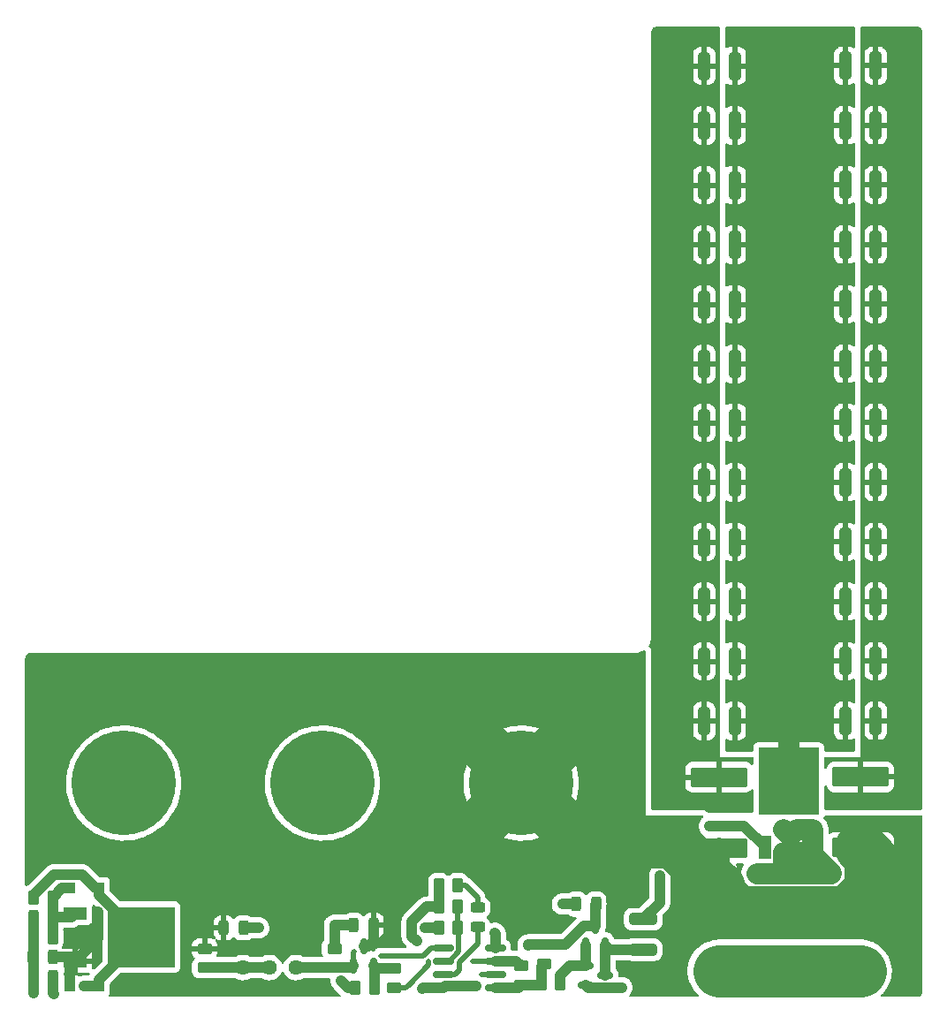
<source format=gbr>
%TF.GenerationSoftware,KiCad,Pcbnew,(6.0.8-1)-1*%
%TF.CreationDate,2022-10-22T21:58:42+02:00*%
%TF.ProjectId,shunt_regulator,7368756e-745f-4726-9567-756c61746f72,rev?*%
%TF.SameCoordinates,Original*%
%TF.FileFunction,Copper,L1,Top*%
%TF.FilePolarity,Positive*%
%FSLAX46Y46*%
G04 Gerber Fmt 4.6, Leading zero omitted, Abs format (unit mm)*
G04 Created by KiCad (PCBNEW (6.0.8-1)-1) date 2022-10-22 21:58:42*
%MOMM*%
%LPD*%
G01*
G04 APERTURE LIST*
G04 Aperture macros list*
%AMRoundRect*
0 Rectangle with rounded corners*
0 $1 Rounding radius*
0 $2 $3 $4 $5 $6 $7 $8 $9 X,Y pos of 4 corners*
0 Add a 4 corners polygon primitive as box body*
4,1,4,$2,$3,$4,$5,$6,$7,$8,$9,$2,$3,0*
0 Add four circle primitives for the rounded corners*
1,1,$1+$1,$2,$3*
1,1,$1+$1,$4,$5*
1,1,$1+$1,$6,$7*
1,1,$1+$1,$8,$9*
0 Add four rect primitives between the rounded corners*
20,1,$1+$1,$2,$3,$4,$5,0*
20,1,$1+$1,$4,$5,$6,$7,0*
20,1,$1+$1,$6,$7,$8,$9,0*
20,1,$1+$1,$8,$9,$2,$3,0*%
G04 Aperture macros list end*
%TA.AperFunction,SMDPad,CuDef*%
%ADD10RoundRect,0.150000X0.150000X-0.587500X0.150000X0.587500X-0.150000X0.587500X-0.150000X-0.587500X0*%
%TD*%
%TA.AperFunction,SMDPad,CuDef*%
%ADD11RoundRect,0.150000X0.825000X0.150000X-0.825000X0.150000X-0.825000X-0.150000X0.825000X-0.150000X0*%
%TD*%
%TA.AperFunction,SMDPad,CuDef*%
%ADD12RoundRect,0.250000X-1.000000X1.750000X-1.000000X-1.750000X1.000000X-1.750000X1.000000X1.750000X0*%
%TD*%
%TA.AperFunction,SMDPad,CuDef*%
%ADD13RoundRect,0.243750X0.243750X0.456250X-0.243750X0.456250X-0.243750X-0.456250X0.243750X-0.456250X0*%
%TD*%
%TA.AperFunction,SMDPad,CuDef*%
%ADD14R,1.100000X1.100000*%
%TD*%
%TA.AperFunction,SMDPad,CuDef*%
%ADD15R,1.200000X2.200000*%
%TD*%
%TA.AperFunction,SMDPad,CuDef*%
%ADD16R,5.800000X6.400000*%
%TD*%
%TA.AperFunction,SMDPad,CuDef*%
%ADD17RoundRect,0.250000X0.312500X1.075000X-0.312500X1.075000X-0.312500X-1.075000X0.312500X-1.075000X0*%
%TD*%
%TA.AperFunction,SMDPad,CuDef*%
%ADD18RoundRect,0.250000X-0.312500X-1.075000X0.312500X-1.075000X0.312500X1.075000X-0.312500X1.075000X0*%
%TD*%
%TA.AperFunction,SMDPad,CuDef*%
%ADD19RoundRect,0.250000X-0.450000X0.262500X-0.450000X-0.262500X0.450000X-0.262500X0.450000X0.262500X0*%
%TD*%
%TA.AperFunction,SMDPad,CuDef*%
%ADD20RoundRect,0.250000X-0.262500X-0.450000X0.262500X-0.450000X0.262500X0.450000X-0.262500X0.450000X0*%
%TD*%
%TA.AperFunction,SMDPad,CuDef*%
%ADD21RoundRect,0.250000X0.450000X-0.262500X0.450000X0.262500X-0.450000X0.262500X-0.450000X-0.262500X0*%
%TD*%
%TA.AperFunction,SMDPad,CuDef*%
%ADD22R,2.200000X1.200000*%
%TD*%
%TA.AperFunction,SMDPad,CuDef*%
%ADD23R,6.400000X5.800000*%
%TD*%
%TA.AperFunction,SMDPad,CuDef*%
%ADD24RoundRect,0.250000X1.075000X-0.312500X1.075000X0.312500X-1.075000X0.312500X-1.075000X-0.312500X0*%
%TD*%
%TA.AperFunction,SMDPad,CuDef*%
%ADD25RoundRect,0.243750X-0.243750X-0.456250X0.243750X-0.456250X0.243750X0.456250X-0.243750X0.456250X0*%
%TD*%
%TA.AperFunction,ComponentPad*%
%ADD26C,1.440000*%
%TD*%
%TA.AperFunction,SMDPad,CuDef*%
%ADD27RoundRect,0.250000X2.475000X-0.712500X2.475000X0.712500X-2.475000X0.712500X-2.475000X-0.712500X0*%
%TD*%
%TA.AperFunction,ComponentPad*%
%ADD28C,10.000000*%
%TD*%
%TA.AperFunction,SMDPad,CuDef*%
%ADD29RoundRect,0.250000X0.262500X0.450000X-0.262500X0.450000X-0.262500X-0.450000X0.262500X-0.450000X0*%
%TD*%
%TA.AperFunction,SMDPad,CuDef*%
%ADD30RoundRect,0.150000X-0.587500X-0.150000X0.587500X-0.150000X0.587500X0.150000X-0.587500X0.150000X0*%
%TD*%
%TA.AperFunction,SMDPad,CuDef*%
%ADD31RoundRect,0.243750X0.456250X-0.243750X0.456250X0.243750X-0.456250X0.243750X-0.456250X-0.243750X0*%
%TD*%
%TA.AperFunction,ViaPad*%
%ADD32C,1.000000*%
%TD*%
%TA.AperFunction,ViaPad*%
%ADD33C,0.500000*%
%TD*%
%TA.AperFunction,ViaPad*%
%ADD34C,0.800000*%
%TD*%
%TA.AperFunction,Conductor*%
%ADD35C,5.000000*%
%TD*%
%TA.AperFunction,Conductor*%
%ADD36C,1.000000*%
%TD*%
%TA.AperFunction,Conductor*%
%ADD37C,2.000000*%
%TD*%
%TA.AperFunction,Conductor*%
%ADD38C,0.500000*%
%TD*%
G04 APERTURE END LIST*
D10*
%TO.P,Q1,1,B*%
%TO.N,Net-(Q1-Pad1)*%
X2987000Y-17463500D03*
%TO.P,Q1,2,E*%
%TO.N,Net-(Q1-Pad2)*%
X4887000Y-17463500D03*
%TO.P,Q1,3,C*%
%TO.N,+VDC*%
X3937000Y-15588500D03*
%TD*%
D11*
%TO.P,U2,1*%
%TO.N,Net-(R10-Pad1)*%
X16572000Y-19574000D03*
%TO.P,U2,2,-*%
%TO.N,Net-(R7-Pad2)*%
X16572000Y-18304000D03*
%TO.P,U2,3,+*%
%TO.N,Net-(R6-Pad2)*%
X16572000Y-17034000D03*
%TO.P,U2,4,V-*%
%TO.N,GND*%
X16572000Y-15764000D03*
%TO.P,U2,5,+*%
%TO.N,Net-(Q1-Pad1)*%
X11622000Y-15764000D03*
%TO.P,U2,6,-*%
%TO.N,Net-(R7-Pad2)*%
X11622000Y-17034000D03*
%TO.P,U2,7*%
%TO.N,Net-(U2-Pad7)*%
X11622000Y-18304000D03*
%TO.P,U2,8,V+*%
%TO.N,VCC*%
X11622000Y-19574000D03*
%TD*%
D12*
%TO.P,C7,1*%
%TO.N,+VDC*%
X51562000Y-9986000D03*
%TO.P,C7,2*%
%TO.N,GND*%
X51562000Y-17986000D03*
%TD*%
D13*
%TO.P,C6,1*%
%TO.N,+VDC*%
X4874500Y-13605000D03*
%TO.P,C6,2*%
%TO.N,GND*%
X2999500Y-13605000D03*
%TD*%
D14*
%TO.P,D1,1,K*%
%TO.N,+VDC*%
X-24236000Y-19448000D03*
%TO.P,D1,2,A*%
%TO.N,VCC*%
X-21436000Y-19448000D03*
%TD*%
%TO.P,D2,1,K*%
%TO.N,VCC*%
X-21436000Y-10050000D03*
%TO.P,D2,2,A*%
%TO.N,Net-(C2-Pad1)*%
X-24236000Y-10050000D03*
%TD*%
D15*
%TO.P,Q4,1,G*%
%TO.N,Net-(Q4-Pad1)*%
X42418000Y-6112000D03*
D16*
%TO.P,Q4,2,D*%
%TO.N,Net-(Q4-Pad2)*%
X44698000Y188000D03*
D15*
%TO.P,Q4,3,S*%
%TO.N,GND*%
X46978000Y-6112000D03*
%TD*%
D17*
%TO.P,R32,1*%
%TO.N,Net-(Q4-Pad2)*%
X39524000Y45881000D03*
%TO.P,R32,2*%
%TO.N,Net-(F2-Pad2)*%
X36599000Y45881000D03*
%TD*%
D18*
%TO.P,R13,1*%
%TO.N,Net-(Q4-Pad2)*%
X50099500Y34549500D03*
%TO.P,R13,2*%
%TO.N,Net-(F1-Pad2)*%
X53024500Y34549500D03*
%TD*%
D17*
%TO.P,R35,1*%
%TO.N,Net-(Q4-Pad2)*%
X39524000Y63026000D03*
%TO.P,R35,2*%
%TO.N,Net-(F2-Pad2)*%
X36599000Y63026000D03*
%TD*%
%TO.P,R19,1*%
%TO.N,Net-(Q4-Pad2)*%
X39524000Y5960500D03*
%TO.P,R19,2*%
%TO.N,Net-(F2-Pad2)*%
X36599000Y5960500D03*
%TD*%
D19*
%TO.P,R2,1*%
%TO.N,GND*%
X1143000Y-15867500D03*
%TO.P,R2,2*%
%TO.N,Net-(Q1-Pad1)*%
X1143000Y-17692500D03*
%TD*%
D20*
%TO.P,R3,1*%
%TO.N,VCC*%
X-27685500Y-10939000D03*
%TO.P,R3,2*%
%TO.N,Net-(C2-Pad1)*%
X-25860500Y-10939000D03*
%TD*%
D18*
%TO.P,R15,1*%
%TO.N,Net-(Q4-Pad2)*%
X50099500Y23119500D03*
%TO.P,R15,2*%
%TO.N,Net-(F1-Pad2)*%
X53024500Y23119500D03*
%TD*%
D21*
%TO.P,R10,1*%
%TO.N,Net-(R10-Pad1)*%
X21209000Y-17311500D03*
%TO.P,R10,2*%
%TO.N,VCC*%
X21209000Y-15486500D03*
%TD*%
D19*
%TO.P,R6,1*%
%TO.N,Net-(Q1-Pad2)*%
X6858000Y-17772500D03*
%TO.P,R6,2*%
%TO.N,Net-(R6-Pad2)*%
X6858000Y-19597500D03*
%TD*%
D22*
%TO.P,U1,1,ADJ*%
%TO.N,Net-(C2-Pad1)*%
X-23675000Y-12469000D03*
D23*
%TO.P,U1,2,VO*%
%TO.N,VCC*%
X-17375000Y-14749000D03*
D22*
%TO.P,U1,3,VI*%
%TO.N,+VDC*%
X-23675000Y-17029000D03*
%TD*%
D13*
%TO.P,C4,1*%
%TO.N,VCC*%
X26210500Y-11591000D03*
%TO.P,C4,2*%
%TO.N,GND*%
X24335500Y-11591000D03*
%TD*%
D18*
%TO.P,R28,1*%
%TO.N,Net-(Q4-Pad2)*%
X50099500Y51610000D03*
%TO.P,R28,2*%
%TO.N,Net-(F1-Pad2)*%
X53024500Y51610000D03*
%TD*%
%TO.P,R16,1*%
%TO.N,Net-(Q4-Pad2)*%
X50099500Y17404500D03*
%TO.P,R16,2*%
%TO.N,Net-(F1-Pad2)*%
X53024500Y17404500D03*
%TD*%
%TO.P,R29,1*%
%TO.N,Net-(Q4-Pad2)*%
X50099500Y45895000D03*
%TO.P,R29,2*%
%TO.N,Net-(F1-Pad2)*%
X53024500Y45895000D03*
%TD*%
D24*
%TO.P,R12,1*%
%TO.N,Net-(Q2-Pad2)*%
X30734000Y-15956500D03*
%TO.P,R12,2*%
%TO.N,Net-(Q4-Pad1)*%
X30734000Y-13031500D03*
%TD*%
D13*
%TO.P,C1,1*%
%TO.N,+VDC*%
X-25859500Y-16653000D03*
%TO.P,C1,2*%
%TO.N,GND*%
X-27734500Y-16653000D03*
%TD*%
D17*
%TO.P,R33,1*%
%TO.N,Net-(Q4-Pad2)*%
X39524000Y51596000D03*
%TO.P,R33,2*%
%TO.N,Net-(F2-Pad2)*%
X36599000Y51596000D03*
%TD*%
%TO.P,R20,1*%
%TO.N,Net-(Q4-Pad2)*%
X39524000Y11675500D03*
%TO.P,R20,2*%
%TO.N,Net-(F2-Pad2)*%
X36599000Y11675500D03*
%TD*%
D18*
%TO.P,R27,1*%
%TO.N,Net-(Q4-Pad2)*%
X50099500Y57325000D03*
%TO.P,R27,2*%
%TO.N,Net-(F1-Pad2)*%
X53024500Y57325000D03*
%TD*%
D17*
%TO.P,R34,1*%
%TO.N,Net-(Q4-Pad2)*%
X39524000Y57311000D03*
%TO.P,R34,2*%
%TO.N,Net-(F2-Pad2)*%
X36599000Y57311000D03*
%TD*%
D13*
%TO.P,C2,1*%
%TO.N,Net-(C2-Pad1)*%
X-25835500Y-12844000D03*
%TO.P,C2,2*%
%TO.N,GND*%
X-27710500Y-12844000D03*
%TD*%
%TO.P,C3,1*%
%TO.N,VCC*%
X-25835500Y-18558000D03*
%TO.P,C3,2*%
%TO.N,GND*%
X-27710500Y-18558000D03*
%TD*%
D17*
%TO.P,R22,1*%
%TO.N,Net-(Q4-Pad2)*%
X39524000Y23105500D03*
%TO.P,R22,2*%
%TO.N,Net-(F2-Pad2)*%
X36599000Y23105500D03*
%TD*%
D25*
%TO.P,C5,1*%
%TO.N,+VDC*%
X-9446500Y-13859000D03*
%TO.P,C5,2*%
%TO.N,GND*%
X-7571500Y-13859000D03*
%TD*%
D20*
%TO.P,R7,1*%
%TO.N,VCC*%
X11152500Y-11859000D03*
%TO.P,R7,2*%
%TO.N,Net-(R7-Pad2)*%
X12977500Y-11859000D03*
%TD*%
D17*
%TO.P,R36,1*%
%TO.N,Net-(Q4-Pad2)*%
X39524000Y68741000D03*
%TO.P,R36,2*%
%TO.N,Net-(F2-Pad2)*%
X36599000Y68741000D03*
%TD*%
%TO.P,R31,1*%
%TO.N,Net-(Q4-Pad2)*%
X39524000Y40166000D03*
%TO.P,R31,2*%
%TO.N,Net-(F2-Pad2)*%
X36599000Y40166000D03*
%TD*%
D26*
%TO.P,RV1,1,1*%
%TO.N,Net-(R1-Pad1)*%
X-7630000Y-17669000D03*
%TO.P,RV1,2,2*%
X-5090000Y-17669000D03*
%TO.P,RV1,3,3*%
%TO.N,Net-(Q1-Pad1)*%
X-2550000Y-17669000D03*
%TD*%
D19*
%TO.P,R9,1*%
%TO.N,Net-(R6-Pad2)*%
X19050000Y-17518500D03*
%TO.P,R9,2*%
%TO.N,Net-(R10-Pad1)*%
X19050000Y-19343500D03*
%TD*%
D18*
%TO.P,R18,1*%
%TO.N,Net-(Q4-Pad2)*%
X50099500Y5974500D03*
%TO.P,R18,2*%
%TO.N,Net-(F1-Pad2)*%
X53024500Y5974500D03*
%TD*%
D27*
%TO.P,F2,1*%
%TO.N,+VDC*%
X38000000Y-6190000D03*
%TO.P,F2,2*%
%TO.N,Net-(F2-Pad2)*%
X38000000Y585000D03*
%TD*%
D18*
%TO.P,R26,1*%
%TO.N,Net-(Q4-Pad2)*%
X50099500Y63040000D03*
%TO.P,R26,2*%
%TO.N,Net-(F1-Pad2)*%
X53024500Y63040000D03*
%TD*%
D17*
%TO.P,R24,1*%
%TO.N,Net-(Q4-Pad2)*%
X39524000Y34535500D03*
%TO.P,R24,2*%
%TO.N,Net-(F2-Pad2)*%
X36599000Y34535500D03*
%TD*%
%TO.P,R23,1*%
%TO.N,Net-(Q4-Pad2)*%
X39524000Y28820500D03*
%TO.P,R23,2*%
%TO.N,Net-(F2-Pad2)*%
X36599000Y28820500D03*
%TD*%
D28*
%TO.P,J1,1,Pin_1*%
%TO.N,GND*%
X-19050000Y0D03*
%TO.P,J1,2,Pin_2*%
%TO.N,unconnected-(J1-Pad2)*%
X0Y0D03*
%TO.P,J1,3,Pin_3*%
%TO.N,+VDC*%
X19050000Y0D03*
%TD*%
D18*
%TO.P,R30,1*%
%TO.N,Net-(Q4-Pad2)*%
X50099500Y40180000D03*
%TO.P,R30,2*%
%TO.N,Net-(F1-Pad2)*%
X53024500Y40180000D03*
%TD*%
D20*
%TO.P,R8,1*%
%TO.N,GND*%
X11152500Y-13859000D03*
%TO.P,R8,2*%
%TO.N,Net-(R7-Pad2)*%
X12977500Y-13859000D03*
%TD*%
D18*
%TO.P,R17,1*%
%TO.N,Net-(Q4-Pad2)*%
X50099500Y11689500D03*
%TO.P,R17,2*%
%TO.N,Net-(F1-Pad2)*%
X53024500Y11689500D03*
%TD*%
D29*
%TO.P,R4,1*%
%TO.N,Net-(C2-Pad1)*%
X-25860500Y-14749000D03*
%TO.P,R4,2*%
%TO.N,GND*%
X-27685500Y-14749000D03*
%TD*%
D30*
%TO.P,Q3,1,B*%
%TO.N,Net-(Q2-Pad1)*%
X25224500Y-17481000D03*
%TO.P,Q3,2,E*%
%TO.N,GND*%
X25224500Y-19381000D03*
%TO.P,Q3,3,C*%
%TO.N,Net-(Q2-Pad2)*%
X27099500Y-18431000D03*
%TD*%
D18*
%TO.P,R25,1*%
%TO.N,Net-(Q4-Pad2)*%
X50099500Y68755000D03*
%TO.P,R25,2*%
%TO.N,Net-(F1-Pad2)*%
X53024500Y68755000D03*
%TD*%
D10*
%TO.P,Q2,1,B*%
%TO.N,Net-(Q2-Pad1)*%
X25212000Y-15558500D03*
%TO.P,Q2,2,E*%
%TO.N,Net-(Q2-Pad2)*%
X27112000Y-15558500D03*
%TO.P,Q2,3,C*%
%TO.N,VCC*%
X26162000Y-13683500D03*
%TD*%
D18*
%TO.P,R14,1*%
%TO.N,Net-(Q4-Pad2)*%
X50099500Y28834500D03*
%TO.P,R14,2*%
%TO.N,Net-(F1-Pad2)*%
X53024500Y28834500D03*
%TD*%
D12*
%TO.P,C8,1*%
%TO.N,+VDC*%
X38000000Y-10000000D03*
%TO.P,C8,2*%
%TO.N,GND*%
X38000000Y-18000000D03*
%TD*%
D29*
%TO.P,R37,1*%
%TO.N,Net-(D3-Pad2)*%
X12977500Y-9795000D03*
%TO.P,R37,2*%
%TO.N,VCC*%
X11152500Y-9795000D03*
%TD*%
D20*
%TO.P,R5,1*%
%TO.N,GND*%
X3151500Y-19574000D03*
%TO.P,R5,2*%
%TO.N,Net-(Q1-Pad2)*%
X4976500Y-19574000D03*
%TD*%
%TO.P,R11,1*%
%TO.N,Net-(R10-Pad1)*%
X20955000Y-19193000D03*
%TO.P,R11,2*%
%TO.N,Net-(Q2-Pad1)*%
X22780000Y-19193000D03*
%TD*%
D27*
%TO.P,F1,1*%
%TO.N,+VDC*%
X51562000Y-6176000D03*
%TO.P,F1,2*%
%TO.N,Net-(F1-Pad2)*%
X51562000Y599000D03*
%TD*%
D31*
%TO.P,D3,1,K*%
%TO.N,Net-(U2-Pad7)*%
X14859000Y-13780500D03*
%TO.P,D3,2,A*%
%TO.N,Net-(D3-Pad2)*%
X14859000Y-11905500D03*
%TD*%
D21*
%TO.P,R1,1*%
%TO.N,Net-(R1-Pad1)*%
X-11303000Y-17692500D03*
%TO.P,R1,2*%
%TO.N,+VDC*%
X-11303000Y-15867500D03*
%TD*%
D17*
%TO.P,R21,1*%
%TO.N,Net-(Q4-Pad2)*%
X39524000Y17390500D03*
%TO.P,R21,2*%
%TO.N,Net-(F2-Pad2)*%
X36599000Y17390500D03*
%TD*%
D32*
%TO.N,+VDC*%
X-19431000Y-10303000D03*
X-21474528Y-12346528D03*
%TO.N,GND*%
X1778000Y-18905000D03*
X41656000Y-8652000D03*
X28702000Y-19574000D03*
X45593000Y-6620000D03*
X41452000Y-18000000D03*
X39928000Y-18000000D03*
X44704000Y-8652000D03*
X47548000Y-18000000D03*
X16510000Y-14367000D03*
X-6096000Y-13859000D03*
X-27686000Y-20082000D03*
X44500000Y-18000000D03*
X46024000Y-18000000D03*
X49072000Y-18000000D03*
X9779000Y-13859000D03*
X22987000Y-11573000D03*
X46228000Y-8652000D03*
X42976000Y-18000000D03*
X45466000Y-4461000D03*
X47752000Y-8652000D03*
X44218000Y-4461000D03*
X43180000Y-8652000D03*
X1143000Y-13605000D03*
X44218000Y-6620000D03*
%TO.N,VCC*%
X14732000Y-19447000D03*
X9017000Y-15129000D03*
X19685000Y-15510000D03*
X-25781000Y-20209000D03*
X-22860000Y-19447000D03*
X9525000Y-19701000D03*
D33*
%TO.N,Net-(Q1-Pad1)*%
X5588000Y-16526000D03*
X3048000Y-16145000D03*
D32*
%TO.N,Net-(Q4-Pad1)*%
X37084000Y-4080000D03*
X32319611Y-8844389D03*
D34*
%TO.N,Net-(Q4-Pad2)*%
X44656000Y37112000D03*
X47656000Y35612000D03*
X46156000Y22112000D03*
X41656000Y65612000D03*
X44656000Y70112000D03*
X41656000Y34112000D03*
X47656000Y11612000D03*
X43156000Y67112000D03*
X44656000Y23612000D03*
X47656000Y8612000D03*
X43156000Y44612000D03*
X44656000Y35612000D03*
X46156000Y52112000D03*
X46156000Y50612000D03*
X46156000Y20612000D03*
X44656000Y32612000D03*
X43156000Y68612000D03*
X43156000Y11612000D03*
X47656000Y25112000D03*
X47656000Y49112000D03*
X41656000Y31112000D03*
X43156000Y65612000D03*
X46156000Y38612000D03*
X47656000Y13112000D03*
X47656000Y23612000D03*
X43156000Y50612000D03*
X41656000Y13112000D03*
X47656000Y10112000D03*
X41656000Y26612000D03*
X43156000Y7112000D03*
X44656000Y56612000D03*
X46156000Y7112000D03*
X43156000Y41612000D03*
X44656000Y19112000D03*
X47656000Y17612000D03*
X46156000Y10112000D03*
X46156000Y46112000D03*
X44656000Y67112000D03*
X44656000Y38612000D03*
X47656000Y7112000D03*
X41656000Y70112000D03*
X46156000Y29612000D03*
X46156000Y37112000D03*
X43156000Y49112000D03*
X44656000Y20612000D03*
X46156000Y71612000D03*
X43156000Y10112000D03*
X47656000Y16112000D03*
X44656000Y26612000D03*
X41656000Y43112000D03*
X44656000Y16112000D03*
X44656000Y59612000D03*
X44656000Y52112000D03*
X46156000Y49112000D03*
X47656000Y68612000D03*
X43156000Y16112000D03*
X46156000Y41612000D03*
X43156000Y34112000D03*
X43156000Y26612000D03*
X44656000Y28112000D03*
X41656000Y25112000D03*
X46156000Y16112000D03*
X44656000Y29612000D03*
X41656000Y41612000D03*
X47656000Y47612000D03*
X46156000Y40112000D03*
X46156000Y14612000D03*
X46156000Y8612000D03*
X43156000Y40112000D03*
X41656000Y19112000D03*
X41656000Y29612000D03*
X41656000Y22112000D03*
X44656000Y14612000D03*
X44656000Y7112000D03*
X43156000Y25112000D03*
X46156000Y61112000D03*
X43156000Y13112000D03*
X44656000Y10112000D03*
X46156000Y59612000D03*
X41656000Y28112000D03*
X47656000Y50612000D03*
X43156000Y14612000D03*
X43156000Y61112000D03*
X43156000Y58112000D03*
X43156000Y55112000D03*
X47656000Y43112000D03*
X44656000Y11612000D03*
X41656000Y67112000D03*
X41656000Y20612000D03*
X44656000Y71612000D03*
X47656000Y40112000D03*
X41656000Y35612000D03*
X44656000Y61112000D03*
X46156000Y11612000D03*
X41656000Y56612000D03*
X43156000Y37112000D03*
X43156000Y28112000D03*
X47656000Y38612000D03*
X44656000Y49112000D03*
X47656000Y20612000D03*
X44656000Y65612000D03*
X46156000Y58112000D03*
X43156000Y22112000D03*
X43156000Y46112000D03*
X41656000Y49112000D03*
X46156000Y65612000D03*
X46156000Y34112000D03*
X41656000Y37112000D03*
X41656000Y17612000D03*
X47656000Y32612000D03*
X43156000Y31112000D03*
X44656000Y31112000D03*
X47656000Y59612000D03*
X41656000Y10112000D03*
X46156000Y25112000D03*
X41656000Y47612000D03*
X46156000Y55112000D03*
X41656000Y71612000D03*
X44656000Y34112000D03*
X43156000Y62612000D03*
X46156000Y31112000D03*
X46156000Y26612000D03*
X41656000Y68612000D03*
X47656000Y19112000D03*
X43156000Y38612000D03*
X47656000Y70112000D03*
X44656000Y25112000D03*
X41656000Y58112000D03*
X47656000Y55112000D03*
X43156000Y47612000D03*
X46156000Y23612000D03*
X47656000Y56612000D03*
X47656000Y37112000D03*
X44656000Y46112000D03*
X44656000Y22112000D03*
X44656000Y62612000D03*
X43156000Y35612000D03*
X41656000Y44612000D03*
X47656000Y14612000D03*
X47656000Y26612000D03*
X44656000Y55112000D03*
X41656000Y64112000D03*
X46156000Y47612000D03*
X46156000Y19112000D03*
X46156000Y32612000D03*
X47656000Y29612000D03*
X46156000Y17612000D03*
X47656000Y65612000D03*
X43156000Y43112000D03*
X47656000Y28112000D03*
X47656000Y67112000D03*
X46156000Y67112000D03*
X41656000Y55112000D03*
X47656000Y22112000D03*
X43156000Y64112000D03*
X46156000Y53612000D03*
X41656000Y53612000D03*
X41656000Y46112000D03*
X47656000Y31112000D03*
X43156000Y70112000D03*
X41656000Y32612000D03*
X41656000Y7112000D03*
X47656000Y34112000D03*
X43156000Y56612000D03*
X47656000Y44612000D03*
X44656000Y58112000D03*
X43156000Y20612000D03*
X46156000Y64112000D03*
X43156000Y59612000D03*
X44656000Y41612000D03*
X44656000Y68612000D03*
X43156000Y8612000D03*
X47656000Y41612000D03*
X47656000Y53612000D03*
X43156000Y52112000D03*
X46156000Y43112000D03*
X43156000Y53612000D03*
X47656000Y64112000D03*
X46156000Y70112000D03*
X44656000Y8612000D03*
X47656000Y71612000D03*
X46156000Y56612000D03*
X46156000Y13112000D03*
X41656000Y23612000D03*
X41656000Y59612000D03*
X44656000Y44612000D03*
X47656000Y52112000D03*
X41656000Y14612000D03*
X44656000Y13112000D03*
X44656000Y40112000D03*
X46156000Y35612000D03*
X47656000Y62612000D03*
X44656000Y17612000D03*
X44656000Y50612000D03*
X44656000Y47612000D03*
X41656000Y62612000D03*
X44656000Y43112000D03*
X41656000Y50612000D03*
X44656000Y53612000D03*
X41656000Y61112000D03*
X41656000Y38612000D03*
X43156000Y32612000D03*
X41656000Y40112000D03*
X47656000Y58112000D03*
X47656000Y61112000D03*
X43156000Y23612000D03*
X43156000Y17612000D03*
X43156000Y29612000D03*
X46156000Y68612000D03*
X41656000Y16112000D03*
X47656000Y46112000D03*
X41656000Y8612000D03*
X43156000Y19112000D03*
X41656000Y52112000D03*
X44656000Y64112000D03*
X41656000Y11612000D03*
X43156000Y71612000D03*
X46156000Y44612000D03*
X46156000Y28112000D03*
X46156000Y62612000D03*
D33*
%TO.N,Net-(R6-Pad2)*%
X10160000Y-17034000D03*
X14351000Y-17034000D03*
%TO.N,Net-(R7-Pad2)*%
X12992544Y-16162561D03*
X15240000Y-18304000D03*
D34*
%TO.N,Net-(F1-Pad2)*%
X54888000Y50612000D03*
X54888000Y67112000D03*
X56388000Y23612000D03*
X56388000Y35612000D03*
X56388000Y59612000D03*
X56388000Y38612000D03*
X54888000Y13112000D03*
X54888000Y41612000D03*
X56388000Y47612000D03*
X54888000Y47612000D03*
X56388000Y64112000D03*
X54888000Y31112000D03*
X54888000Y68612000D03*
X56388000Y11612000D03*
X56388000Y46112000D03*
X56388000Y26612000D03*
X54888000Y20612000D03*
X56388000Y67112000D03*
X56388000Y55112000D03*
X54888000Y70112000D03*
X56388000Y7112000D03*
X54888000Y34112000D03*
X56388000Y25112000D03*
X54888000Y28112000D03*
X56388000Y37112000D03*
X56388000Y41612000D03*
X56388000Y43112000D03*
X56388000Y65612000D03*
X54888000Y7112000D03*
X54888000Y65612000D03*
X54888000Y56612000D03*
X56388000Y34112000D03*
X56388000Y50612000D03*
X54888000Y35612000D03*
X54888000Y10112000D03*
X56388000Y44612000D03*
X54888000Y26612000D03*
X56388000Y68612000D03*
X56388000Y58112000D03*
X54888000Y64112000D03*
X54888000Y29612000D03*
X54888000Y61112000D03*
X56388000Y17612000D03*
X56388000Y8612000D03*
X56388000Y29612000D03*
X54888000Y16112000D03*
X54888000Y14612000D03*
X54888000Y52112000D03*
X56388000Y20612000D03*
X56388000Y62612000D03*
X56388000Y61112000D03*
X54888000Y38612000D03*
X56388000Y53612000D03*
X56388000Y22112000D03*
X54888000Y32612000D03*
X56388000Y31112000D03*
X56388000Y13112000D03*
X56388000Y19112000D03*
X54888000Y62612000D03*
X56388000Y32612000D03*
X56388000Y49112000D03*
X54888000Y22112000D03*
X54888000Y53612000D03*
X54888000Y58112000D03*
X54888000Y71612000D03*
X54888000Y25112000D03*
X54888000Y44612000D03*
X54888000Y55112000D03*
X56388000Y70112000D03*
X54888000Y8612000D03*
X54888000Y49112000D03*
X54888000Y46112000D03*
X54888000Y19112000D03*
X56388000Y40112000D03*
X54888000Y17612000D03*
X56388000Y10112000D03*
X54888000Y23612000D03*
X56388000Y16112000D03*
X54888000Y11612000D03*
X56388000Y56612000D03*
X56388000Y14612000D03*
X56388000Y28112000D03*
X56388000Y52112000D03*
X54888000Y43112000D03*
X54888000Y40112000D03*
X56388000Y71612000D03*
X54888000Y37112000D03*
X54888000Y59612000D03*
%TO.N,Net-(F2-Pad2)*%
X33044000Y22112000D03*
X34544000Y32612000D03*
X33044000Y41612000D03*
X33044000Y29612000D03*
X33044000Y13112000D03*
X33044000Y59612000D03*
X33044000Y16112000D03*
X33044000Y38612000D03*
X34544000Y62612000D03*
X33044000Y71612000D03*
X33044000Y58112000D03*
X33044000Y64112000D03*
X33044000Y44612000D03*
X34544000Y58112000D03*
X33044000Y10112000D03*
X34544000Y67112000D03*
X33044000Y40112000D03*
X33044000Y43112000D03*
X34544000Y11612000D03*
X33044000Y61112000D03*
X33044000Y67112000D03*
X33044000Y55112000D03*
X33044000Y32612000D03*
X34544000Y52112000D03*
X34544000Y65612000D03*
X33044000Y17612000D03*
X34544000Y68612000D03*
X33044000Y70112000D03*
X34544000Y56612000D03*
X34544000Y16112000D03*
X33044000Y65612000D03*
X33044000Y25112000D03*
X33044000Y14612000D03*
X34544000Y23612000D03*
X34544000Y61112000D03*
X33044000Y37112000D03*
X33044000Y53612000D03*
X34544000Y22112000D03*
X34544000Y20612000D03*
X33044000Y68612000D03*
X33044000Y52112000D03*
X34544000Y29612000D03*
X34544000Y10112000D03*
X33044000Y11612000D03*
X34544000Y28112000D03*
X34544000Y31112000D03*
X33044000Y19112000D03*
X33044000Y28112000D03*
X34544000Y8612000D03*
X34544000Y53612000D03*
X33044000Y8612000D03*
X34544000Y13112000D03*
X34544000Y34112000D03*
X34544000Y70112000D03*
X34544000Y44612000D03*
X33044000Y46112000D03*
X33044000Y31112000D03*
X33044000Y56612000D03*
X33044000Y35612000D03*
X34544000Y40112000D03*
X34544000Y71612000D03*
X34544000Y26612000D03*
X33044000Y47612000D03*
X34544000Y37112000D03*
X34544000Y47612000D03*
X34544000Y50612000D03*
X33044000Y50612000D03*
X34544000Y17612000D03*
X34544000Y7112000D03*
X34544000Y25112000D03*
X34544000Y38612000D03*
X34544000Y43112000D03*
X33044000Y20612000D03*
X34544000Y55112000D03*
X34544000Y19112000D03*
X34544000Y46112000D03*
X34544000Y59612000D03*
X33044000Y49112000D03*
X33044000Y26612000D03*
X34544000Y14612000D03*
X34544000Y64112000D03*
X34544000Y41612000D03*
X33044000Y34112000D03*
X33044000Y7112000D03*
X34544000Y35612000D03*
X34544000Y49112000D03*
X33044000Y62612000D03*
X33044000Y23612000D03*
%TD*%
D35*
%TO.N,+VDC*%
X19050000Y50000D02*
X24000000Y5000000D01*
X52468000Y-7082000D02*
X51562000Y-6176000D01*
D36*
X3937000Y-15588500D02*
X4366500Y-15588500D01*
D35*
X19050000Y0D02*
X24694389Y-5644389D01*
X19050000Y0D02*
X19050000Y50000D01*
D36*
X-24236000Y-17590000D02*
X-23675000Y-17029000D01*
D35*
X14050001Y4999999D02*
X14000000Y5000000D01*
X39768000Y-12352000D02*
X50300590Y-12352000D01*
X19050000Y0D02*
X14050001Y-4999999D01*
D36*
X4874500Y-15080500D02*
X4874500Y-13605000D01*
D35*
X38000000Y-10000000D02*
X38000000Y-10584000D01*
D36*
X-21538028Y-12410028D02*
X-21474528Y-12346528D01*
D37*
X38000000Y-10000000D02*
X38000000Y-6190000D01*
D36*
X4366500Y-15588500D02*
X4874500Y-15080500D01*
D35*
X50300590Y-12352000D02*
X52468000Y-10184590D01*
X38000000Y-10584000D02*
X39768000Y-12352000D01*
D36*
X-23675000Y-17029000D02*
X-21538028Y-14892028D01*
D35*
X19050000Y0D02*
X14050001Y4999999D01*
X33644389Y-5644389D02*
X38000000Y-10000000D01*
D36*
X-25859500Y-16653000D02*
X-24051000Y-16653000D01*
D37*
X51562000Y-9986000D02*
X51562000Y-6176000D01*
D35*
X14050001Y-4999999D02*
X14000000Y-5000000D01*
D36*
X-21538028Y-14892028D02*
X-21538028Y-12410028D01*
D35*
X38014000Y-9986000D02*
X38000000Y-10000000D01*
D36*
X-24051000Y-16653000D02*
X-23675000Y-17029000D01*
D35*
X52468000Y-10184590D02*
X52468000Y-7082000D01*
X24694389Y-5644389D02*
X33644389Y-5644389D01*
D36*
X-24236000Y-19448000D02*
X-24236000Y-17590000D01*
D37*
%TO.N,GND*%
X44726000Y-4969000D02*
X44218000Y-4461000D01*
D36*
X28645000Y-19631000D02*
X28702000Y-19574000D01*
D37*
X46990000Y-4461000D02*
X45466000Y-4461000D01*
D36*
X25224500Y-19381000D02*
X25474500Y-19631000D01*
D37*
X45593000Y-6620000D02*
X46470000Y-6620000D01*
X48768000Y-8652000D02*
X47752000Y-8652000D01*
D35*
X38000000Y-18000000D02*
X51548000Y-18000000D01*
D36*
X11152500Y-13859000D02*
X9779000Y-13859000D01*
D37*
X46978000Y-5846000D02*
X46990000Y-5834000D01*
X44704000Y-8652000D02*
X41656000Y-8652000D01*
X48768000Y-8620110D02*
X48768000Y-8652000D01*
X43978000Y-8652000D02*
X44218000Y-8412000D01*
D36*
X23005000Y-11591000D02*
X22987000Y-11573000D01*
D37*
X46228000Y-8652000D02*
X44704000Y-8652000D01*
D36*
X-27710500Y-18558000D02*
X-27710500Y-20057500D01*
D37*
X41656000Y-8652000D02*
X43180000Y-8652000D01*
D36*
X24335500Y-11591000D02*
X23005000Y-11591000D01*
D37*
X45466000Y-4461000D02*
X44958000Y-4969000D01*
D36*
X16572000Y-15764000D02*
X16572000Y-14429000D01*
D37*
X43180000Y-8652000D02*
X43978000Y-8652000D01*
D36*
X1143000Y-15867500D02*
X1143000Y-13605000D01*
X-27710500Y-12844000D02*
X-27710500Y-18558000D01*
D37*
X46470000Y-6620000D02*
X46978000Y-6112000D01*
D36*
X3151500Y-19574000D02*
X2447000Y-19574000D01*
X2447000Y-19574000D02*
X1778000Y-18905000D01*
X27051000Y-19631000D02*
X28645000Y-19631000D01*
D37*
X46978000Y-6112000D02*
X46978000Y-5846000D01*
X47752000Y-8652000D02*
X46228000Y-8652000D01*
X46990000Y-5834000D02*
X46990000Y-4461000D01*
D35*
X51548000Y-18000000D02*
X51562000Y-17986000D01*
D36*
X-27710500Y-20057500D02*
X-27686000Y-20082000D01*
D37*
X46978000Y-6830110D02*
X48768000Y-8620110D01*
D36*
X16572000Y-14429000D02*
X16510000Y-14367000D01*
X25474500Y-19631000D02*
X27051000Y-19631000D01*
D37*
X44218000Y-8412000D02*
X44218000Y-6620000D01*
D36*
X2999500Y-13605000D02*
X1143000Y-13605000D01*
D37*
X46978000Y-6112000D02*
X46978000Y-6830110D01*
X44218000Y-6620000D02*
X45593000Y-6620000D01*
X44958000Y-4969000D02*
X44726000Y-4969000D01*
D36*
X-7571500Y-13859000D02*
X-6096000Y-13859000D01*
%TO.N,Net-(C2-Pad1)*%
X-25835500Y-12844000D02*
X-24050000Y-12844000D01*
X-24971500Y-10050000D02*
X-25860500Y-10939000D01*
X-25860500Y-10939000D02*
X-25860500Y-14749000D01*
X-24050000Y-12844000D02*
X-23675000Y-12469000D01*
X-24236000Y-10050000D02*
X-24971500Y-10050000D01*
%TO.N,VCC*%
X-21436000Y-10050000D02*
X-21436000Y-10688000D01*
X23264500Y-15486500D02*
X21209000Y-15486500D01*
X11622000Y-19574000D02*
X9652000Y-19574000D01*
X-27685500Y-10707997D02*
X-25756503Y-8779000D01*
X-25835500Y-18558000D02*
X-25835500Y-20154500D01*
X9652000Y-19574000D02*
X9525000Y-19701000D01*
X8579000Y-14691000D02*
X8579000Y-13281000D01*
X26162000Y-13683500D02*
X26162000Y-11639500D01*
X9017000Y-15129000D02*
X8579000Y-14691000D01*
X-27685500Y-10939000D02*
X-27685500Y-10707997D01*
X10001000Y-11859000D02*
X11152500Y-11859000D01*
X-21436000Y-10688000D02*
X-17375000Y-14749000D01*
X-21437000Y-19447000D02*
X-21436000Y-19448000D01*
X-25835500Y-20154500D02*
X-25781000Y-20209000D01*
X8579000Y-13281000D02*
X10001000Y-11859000D01*
X-25756503Y-8779000D02*
X-23007000Y-8779000D01*
X26162000Y-11639500D02*
X26210500Y-11591000D01*
X-21436000Y-18810000D02*
X-17375000Y-14749000D01*
X14732000Y-19447000D02*
X11749000Y-19447000D01*
X21209000Y-15486500D02*
X19708500Y-15486500D01*
X11749000Y-19447000D02*
X11622000Y-19574000D01*
X-22860000Y-19447000D02*
X-21437000Y-19447000D01*
X-21736000Y-10050000D02*
X-21436000Y-10050000D01*
X-23007000Y-8779000D02*
X-21736000Y-10050000D01*
X26162000Y-13683500D02*
X25067500Y-13683500D01*
X-21436000Y-19448000D02*
X-21436000Y-18810000D01*
X19708500Y-15486500D02*
X19685000Y-15510000D01*
X25067500Y-13683500D02*
X23264500Y-15486500D01*
X11152500Y-9795000D02*
X11152500Y-11859000D01*
%TO.N,Net-(Q1-Pad1)*%
X2758000Y-17692500D02*
X2987000Y-17463500D01*
D38*
X5588000Y-16526000D02*
X9652000Y-16526000D01*
X2987000Y-16206000D02*
X3048000Y-16145000D01*
X10414000Y-15764000D02*
X11622000Y-15764000D01*
D36*
X1143000Y-17692500D02*
X2758000Y-17692500D01*
D38*
X2987000Y-17463500D02*
X2987000Y-16206000D01*
X9652000Y-16526000D02*
X10414000Y-15764000D01*
D36*
X-2526500Y-17692500D02*
X-2550000Y-17669000D01*
X1143000Y-17692500D02*
X-2526500Y-17692500D01*
%TO.N,Net-(Q1-Pad2)*%
X4976500Y-19574000D02*
X4976500Y-17553000D01*
X5196000Y-17772500D02*
X4887000Y-17463500D01*
X6858000Y-17772500D02*
X5196000Y-17772500D01*
X4976500Y-17553000D02*
X4887000Y-17463500D01*
%TO.N,Net-(Q2-Pad1)*%
X22780000Y-19193000D02*
X22780000Y-18384000D01*
X23683000Y-17481000D02*
X25224500Y-17481000D01*
X22780000Y-18384000D02*
X23683000Y-17481000D01*
X25212000Y-17468500D02*
X25224500Y-17481000D01*
X25212000Y-15558500D02*
X25212000Y-17468500D01*
%TO.N,Net-(Q2-Pad2)*%
X27510000Y-15956500D02*
X27112000Y-15558500D01*
X30734000Y-15956500D02*
X27510000Y-15956500D01*
X27112000Y-18418500D02*
X27099500Y-18431000D01*
X27112000Y-15558500D02*
X27112000Y-18418500D01*
%TO.N,Net-(Q4-Pad1)*%
X40421003Y-4080000D02*
X37084000Y-4080000D01*
X42418000Y-6112000D02*
X42418000Y-6076997D01*
X32319611Y-11445889D02*
X30734000Y-13031500D01*
X42418000Y-6076997D02*
X40421003Y-4080000D01*
X32319611Y-8844389D02*
X32319611Y-11445889D01*
D37*
%TO.N,Net-(Q4-Pad2)*%
X44698000Y188000D02*
X44698000Y6074000D01*
D36*
%TO.N,Net-(R1-Pad1)*%
X-11303000Y-17692500D02*
X-7653500Y-17692500D01*
X-7653500Y-17692500D02*
X-7630000Y-17669000D01*
X-7630000Y-17669000D02*
X-5090000Y-17669000D01*
%TO.N,Net-(R6-Pad2)*%
X18565500Y-17034000D02*
X19050000Y-17518500D01*
X16572000Y-17034000D02*
X18565500Y-17034000D01*
D38*
X8255000Y-19320000D02*
X10160000Y-17415000D01*
X7977500Y-19597500D02*
X8255000Y-19320000D01*
X10160000Y-17415000D02*
X10160000Y-17034000D01*
X14351000Y-17034000D02*
X16572000Y-17034000D01*
X6858000Y-19597500D02*
X7977500Y-19597500D01*
%TO.N,Net-(R7-Pad2)*%
X12977500Y-13859000D02*
X13047000Y-13928500D01*
X13047000Y-16162528D02*
X12175528Y-17034000D01*
X12977500Y-11859000D02*
X12977500Y-13859000D01*
X13047000Y-13928500D02*
X13047000Y-16162528D01*
X12175528Y-17034000D02*
X11622000Y-17034000D01*
X16572000Y-18304000D02*
X15240000Y-18304000D01*
D36*
%TO.N,Net-(R10-Pad1)*%
X20955000Y-19193000D02*
X20955000Y-17565500D01*
X20955000Y-17565500D02*
X21209000Y-17311500D01*
X16572000Y-19574000D02*
X18819500Y-19574000D01*
X20804500Y-19343500D02*
X20955000Y-19193000D01*
X19050000Y-19343500D02*
X20804500Y-19343500D01*
X18819500Y-19574000D02*
X19050000Y-19343500D01*
D38*
%TO.N,Net-(U2-Pad7)*%
X13081000Y-17118477D02*
X13081000Y-17923000D01*
X13081000Y-17923000D02*
X12700000Y-18304000D01*
X14859000Y-15340477D02*
X13081000Y-17118477D01*
X12700000Y-18304000D02*
X11622000Y-18304000D01*
X14859000Y-13780500D02*
X14859000Y-15340477D01*
%TO.N,Net-(D3-Pad2)*%
X12977500Y-9795000D02*
X13716000Y-9795000D01*
X14859000Y-10938000D02*
X14859000Y-11905500D01*
X13716000Y-9795000D02*
X14859000Y-10938000D01*
%TD*%
%TA.AperFunction,Conductor*%
%TO.N,+VDC*%
G36*
X30937509Y12709258D02*
G01*
X30980056Y12652423D01*
X30988000Y12608390D01*
X30988000Y-3064000D01*
X36380167Y-3064000D01*
X36448288Y-3084002D01*
X36494781Y-3137658D01*
X36504885Y-3207932D01*
X36475391Y-3272512D01*
X36459800Y-3287645D01*
X36449625Y-3295943D01*
X36448944Y-3296494D01*
X36379782Y-3352102D01*
X36379776Y-3352108D01*
X36374975Y-3355968D01*
X36372692Y-3358689D01*
X36369938Y-3360935D01*
X36366011Y-3365682D01*
X36366009Y-3365684D01*
X36342627Y-3393949D01*
X36317206Y-3424678D01*
X36309441Y-3434064D01*
X36308935Y-3434671D01*
X36247846Y-3507474D01*
X36246134Y-3510589D01*
X36243870Y-3513325D01*
X36229176Y-3540502D01*
X36198700Y-3596865D01*
X36198298Y-3597603D01*
X36152567Y-3680787D01*
X36151494Y-3684170D01*
X36149802Y-3687299D01*
X36132203Y-3744154D01*
X36121725Y-3778002D01*
X36121468Y-3778822D01*
X36092765Y-3869306D01*
X36092369Y-3872837D01*
X36091318Y-3876232D01*
X36090674Y-3882363D01*
X36081397Y-3970625D01*
X36081302Y-3971500D01*
X36079429Y-3988202D01*
X36070719Y-4065851D01*
X36071016Y-4069392D01*
X36070645Y-4072925D01*
X36079254Y-4167518D01*
X36079310Y-4168159D01*
X36087268Y-4262934D01*
X36088248Y-4266353D01*
X36088570Y-4269888D01*
X36102129Y-4315957D01*
X36115364Y-4360928D01*
X36115577Y-4361660D01*
X36141783Y-4453050D01*
X36143406Y-4456208D01*
X36144410Y-4459619D01*
X36147263Y-4465075D01*
X36147264Y-4465079D01*
X36183884Y-4535125D01*
X36197719Y-4604761D01*
X36171709Y-4670822D01*
X36114114Y-4712334D01*
X36072223Y-4719501D01*
X35477905Y-4719501D01*
X35471386Y-4719838D01*
X35375794Y-4729757D01*
X35362400Y-4732649D01*
X35208216Y-4784088D01*
X35195038Y-4790261D01*
X35057193Y-4875563D01*
X35045792Y-4884599D01*
X34931261Y-4999329D01*
X34922249Y-5010740D01*
X34837184Y-5148743D01*
X34831037Y-5161924D01*
X34779862Y-5316210D01*
X34776995Y-5329586D01*
X34767328Y-5423938D01*
X34767000Y-5430355D01*
X34767000Y-5917885D01*
X34771475Y-5933124D01*
X34772865Y-5934329D01*
X34780548Y-5936000D01*
X38128000Y-5936000D01*
X38196121Y-5956002D01*
X38242614Y-6009658D01*
X38254000Y-6062000D01*
X38254000Y-9727885D01*
X38258475Y-9743124D01*
X38259865Y-9744329D01*
X38267548Y-9746000D01*
X39739884Y-9746000D01*
X39755123Y-9741525D01*
X39756328Y-9740135D01*
X39757999Y-9732452D01*
X39757999Y-8202905D01*
X39757662Y-8196386D01*
X39747743Y-8100794D01*
X39744851Y-8087400D01*
X39693412Y-7933216D01*
X39687238Y-7920037D01*
X39645632Y-7852802D01*
X39626794Y-7784350D01*
X39647955Y-7716580D01*
X39702396Y-7671009D01*
X39752776Y-7660499D01*
X40268514Y-7660499D01*
X40336635Y-7680501D01*
X40383128Y-7734157D01*
X40393232Y-7804431D01*
X40377412Y-7849880D01*
X40293706Y-7993700D01*
X40293701Y-7993710D01*
X40291159Y-7998078D01*
X40289346Y-8002801D01*
X40242408Y-8125081D01*
X40204167Y-8224702D01*
X40203133Y-8229652D01*
X40203132Y-8229655D01*
X40156519Y-8452781D01*
X40154526Y-8462320D01*
X40143514Y-8704817D01*
X40144095Y-8709837D01*
X40144095Y-8709841D01*
X40170113Y-8934700D01*
X40171415Y-8945956D01*
X40172791Y-8950820D01*
X40172792Y-8950823D01*
X40184407Y-8991869D01*
X40237510Y-9179532D01*
X40239644Y-9184108D01*
X40239646Y-9184114D01*
X40335505Y-9389684D01*
X40340099Y-9399536D01*
X40476544Y-9600307D01*
X40643332Y-9776681D01*
X40647358Y-9779759D01*
X40647359Y-9779760D01*
X40832154Y-9921047D01*
X40832158Y-9921050D01*
X40836174Y-9924120D01*
X40840632Y-9926510D01*
X40840633Y-9926511D01*
X40912517Y-9965055D01*
X41050109Y-10038831D01*
X41279631Y-10117862D01*
X41378978Y-10135022D01*
X41514926Y-10158504D01*
X41514932Y-10158505D01*
X41518836Y-10159179D01*
X41522797Y-10159359D01*
X41522798Y-10159359D01*
X41546506Y-10160436D01*
X41546525Y-10160436D01*
X41547925Y-10160500D01*
X43953984Y-10160500D01*
X43957502Y-10160549D01*
X44052150Y-10163193D01*
X44052153Y-10163193D01*
X44057205Y-10163334D01*
X44070150Y-10161607D01*
X44086812Y-10160500D01*
X48730188Y-10160500D01*
X48735903Y-10160630D01*
X48820817Y-10164486D01*
X48825837Y-10163905D01*
X48825841Y-10163905D01*
X48874272Y-10158301D01*
X48913056Y-10153814D01*
X48917407Y-10153387D01*
X49009965Y-10145940D01*
X49027971Y-10141518D01*
X49043533Y-10138718D01*
X49056929Y-10137167D01*
X49056932Y-10137166D01*
X49061956Y-10136585D01*
X49066819Y-10135209D01*
X49151290Y-10111307D01*
X49155540Y-10110184D01*
X49170207Y-10106581D01*
X49245706Y-10088037D01*
X49250359Y-10086062D01*
X49250362Y-10086061D01*
X49256543Y-10083437D01*
X49262778Y-10080791D01*
X49277689Y-10075539D01*
X49295532Y-10070490D01*
X49300107Y-10068356D01*
X49300114Y-10068354D01*
X49363425Y-10038831D01*
X49379682Y-10031250D01*
X49383673Y-10029473D01*
X49469156Y-9993188D01*
X49473428Y-9990498D01*
X49473437Y-9990493D01*
X49484846Y-9983308D01*
X49498740Y-9975733D01*
X49501841Y-9974287D01*
X49515536Y-9967901D01*
X49592320Y-9915719D01*
X49595999Y-9913311D01*
X49670291Y-9866526D01*
X49670293Y-9866525D01*
X49674567Y-9863833D01*
X49678351Y-9860497D01*
X49678355Y-9860494D01*
X49688479Y-9851568D01*
X49700976Y-9841875D01*
X49716307Y-9831456D01*
X49719984Y-9827979D01*
X49719990Y-9827974D01*
X49783749Y-9767679D01*
X49787005Y-9764706D01*
X49788397Y-9763479D01*
X49852725Y-9733439D01*
X49871714Y-9732000D01*
X51289885Y-9732000D01*
X51305124Y-9727525D01*
X51306329Y-9726135D01*
X51308000Y-9718452D01*
X51308000Y-9713885D01*
X51816000Y-9713885D01*
X51820475Y-9729124D01*
X51821865Y-9730329D01*
X51829548Y-9732000D01*
X53301884Y-9732000D01*
X53317123Y-9727525D01*
X53318328Y-9726135D01*
X53319999Y-9718452D01*
X53319999Y-8188905D01*
X53319662Y-8182386D01*
X53309743Y-8086794D01*
X53306851Y-8073400D01*
X53255412Y-7919216D01*
X53249238Y-7906037D01*
X53207632Y-7838802D01*
X53188794Y-7770350D01*
X53209955Y-7702580D01*
X53264396Y-7657009D01*
X53314776Y-7646499D01*
X54084095Y-7646499D01*
X54090614Y-7646162D01*
X54186206Y-7636243D01*
X54199600Y-7633351D01*
X54353784Y-7581912D01*
X54366962Y-7575739D01*
X54504807Y-7490437D01*
X54516208Y-7481401D01*
X54630739Y-7366671D01*
X54639751Y-7355260D01*
X54724816Y-7217257D01*
X54730963Y-7204076D01*
X54782138Y-7049790D01*
X54785005Y-7036414D01*
X54794672Y-6942062D01*
X54795000Y-6935645D01*
X54795000Y-6448115D01*
X54790525Y-6432876D01*
X54789135Y-6431671D01*
X54781452Y-6430000D01*
X51834115Y-6430000D01*
X51818876Y-6434475D01*
X51817671Y-6435865D01*
X51816000Y-6443548D01*
X51816000Y-9713885D01*
X51308000Y-9713885D01*
X51308000Y-5903885D01*
X51816000Y-5903885D01*
X51820475Y-5919124D01*
X51821865Y-5920329D01*
X51829548Y-5922000D01*
X54776884Y-5922000D01*
X54792123Y-5917525D01*
X54793328Y-5916135D01*
X54794999Y-5908452D01*
X54794999Y-5416405D01*
X54794662Y-5409886D01*
X54784743Y-5314294D01*
X54781851Y-5300900D01*
X54730412Y-5146716D01*
X54724239Y-5133538D01*
X54638937Y-4995693D01*
X54629901Y-4984292D01*
X54515171Y-4869761D01*
X54503760Y-4860749D01*
X54365757Y-4775684D01*
X54352576Y-4769537D01*
X54198290Y-4718362D01*
X54184914Y-4715495D01*
X54090562Y-4705828D01*
X54084145Y-4705500D01*
X51834115Y-4705500D01*
X51818876Y-4709975D01*
X51817671Y-4711365D01*
X51816000Y-4719048D01*
X51816000Y-5903885D01*
X51308000Y-5903885D01*
X51308000Y-4723616D01*
X51303525Y-4708377D01*
X51302135Y-4707172D01*
X51294452Y-4705501D01*
X49039905Y-4705501D01*
X49033386Y-4705838D01*
X48937794Y-4715757D01*
X48924400Y-4718649D01*
X48770216Y-4770088D01*
X48757038Y-4776262D01*
X48690803Y-4817249D01*
X48622351Y-4836087D01*
X48554582Y-4814926D01*
X48509010Y-4760485D01*
X48498500Y-4710105D01*
X48498500Y-4498812D01*
X48498630Y-4493096D01*
X48500150Y-4459619D01*
X48502486Y-4408183D01*
X48500746Y-4393139D01*
X48491815Y-4315957D01*
X48491386Y-4311580D01*
X48490258Y-4297553D01*
X48483940Y-4219035D01*
X48479518Y-4201029D01*
X48476718Y-4185467D01*
X48475167Y-4172071D01*
X48475166Y-4172068D01*
X48474585Y-4167044D01*
X48473209Y-4162181D01*
X48449307Y-4077710D01*
X48448184Y-4073460D01*
X48443490Y-4054348D01*
X48426037Y-3983294D01*
X48418791Y-3966222D01*
X48413539Y-3951311D01*
X48408490Y-3933468D01*
X48406356Y-3928893D01*
X48406354Y-3928886D01*
X48369256Y-3849331D01*
X48367467Y-3845313D01*
X48338896Y-3778002D01*
X48331188Y-3759844D01*
X48328498Y-3755572D01*
X48328493Y-3755563D01*
X48321308Y-3744154D01*
X48313733Y-3730260D01*
X48308040Y-3718052D01*
X48305901Y-3713464D01*
X48297094Y-3700504D01*
X48253719Y-3636680D01*
X48251311Y-3633001D01*
X48204526Y-3558709D01*
X48204525Y-3558707D01*
X48201833Y-3554433D01*
X48198497Y-3550649D01*
X48198494Y-3550645D01*
X48189568Y-3540521D01*
X48179871Y-3528019D01*
X48174762Y-3520500D01*
X48169456Y-3512693D01*
X48105654Y-3445225D01*
X48102722Y-3442013D01*
X48064990Y-3399213D01*
X48034945Y-3334886D01*
X48044448Y-3264529D01*
X48044835Y-3263749D01*
X48048615Y-3258705D01*
X48057152Y-3235934D01*
X48090952Y-3145771D01*
X48133593Y-3089006D01*
X48200155Y-3064306D01*
X48208934Y-3064000D01*
X57365500Y-3064000D01*
X57433621Y-3084002D01*
X57480114Y-3137658D01*
X57491500Y-3190000D01*
X57491500Y-19950633D01*
X57490000Y-19970018D01*
X57489271Y-19974703D01*
X57486309Y-19993724D01*
X57487473Y-20002626D01*
X57487489Y-20002750D01*
X57487760Y-20033193D01*
X57480766Y-20095264D01*
X57474487Y-20122771D01*
X57447515Y-20199853D01*
X57435273Y-20225274D01*
X57391822Y-20294426D01*
X57374230Y-20316485D01*
X57316485Y-20374230D01*
X57294426Y-20391822D01*
X57225274Y-20435273D01*
X57199853Y-20447515D01*
X57122772Y-20474487D01*
X57095264Y-20480766D01*
X57039774Y-20487018D01*
X57024132Y-20486923D01*
X57024121Y-20487800D01*
X57015149Y-20487690D01*
X57006276Y-20486309D01*
X56997374Y-20487473D01*
X56997372Y-20487473D01*
X56986385Y-20488910D01*
X56974714Y-20490436D01*
X56958379Y-20491500D01*
X53607247Y-20491500D01*
X53539126Y-20471498D01*
X53492633Y-20417842D01*
X53482529Y-20347568D01*
X53512023Y-20282988D01*
X53521476Y-20273200D01*
X53535897Y-20259799D01*
X53540829Y-20255450D01*
X53579779Y-20222883D01*
X53632740Y-20169922D01*
X53636064Y-20166717D01*
X53720436Y-20088314D01*
X53720438Y-20088312D01*
X53723096Y-20085842D01*
X53757010Y-20046134D01*
X53779086Y-20020287D01*
X53780820Y-20018299D01*
X53921326Y-19860597D01*
X53923737Y-19857891D01*
X53945716Y-19826619D01*
X54121146Y-19577007D01*
X54121147Y-19577005D01*
X54123236Y-19574033D01*
X54288785Y-19269128D01*
X54299196Y-19243232D01*
X54416840Y-18950584D01*
X54416842Y-18950579D01*
X54418194Y-18947215D01*
X54509745Y-18612562D01*
X54510750Y-18606000D01*
X54550425Y-18346715D01*
X54562224Y-18269605D01*
X54568342Y-18102767D01*
X54574805Y-17926527D01*
X54574805Y-17926519D01*
X54574938Y-17922888D01*
X54547717Y-17577007D01*
X54480921Y-17236549D01*
X54441878Y-17114209D01*
X54376541Y-16909480D01*
X54376539Y-16909474D01*
X54375437Y-16906022D01*
X54299775Y-16738450D01*
X54234157Y-16593121D01*
X54234154Y-16593114D01*
X54232662Y-16589811D01*
X54209483Y-16551081D01*
X54056360Y-16295231D01*
X54056354Y-16295222D01*
X54054489Y-16292106D01*
X53933974Y-16135048D01*
X53845481Y-16019721D01*
X53845478Y-16019718D01*
X53843280Y-16016853D01*
X53840767Y-16014260D01*
X53840762Y-16014254D01*
X53677107Y-15845376D01*
X53601833Y-15767699D01*
X53597869Y-15764454D01*
X53336158Y-15550246D01*
X53336156Y-15550245D01*
X53333349Y-15547947D01*
X53324717Y-15542405D01*
X53191819Y-15457086D01*
X53041387Y-15360510D01*
X53038136Y-15358917D01*
X53038130Y-15358914D01*
X52733069Y-15209467D01*
X52733067Y-15209466D01*
X52729817Y-15207874D01*
X52629447Y-15172331D01*
X52406189Y-15093271D01*
X52406182Y-15093269D01*
X52402768Y-15092060D01*
X52399232Y-15091250D01*
X52399228Y-15091249D01*
X52068121Y-15015416D01*
X52068115Y-15015415D01*
X52064574Y-15014604D01*
X51719720Y-14976531D01*
X51372775Y-14978347D01*
X51271629Y-14990587D01*
X51256494Y-14991500D01*
X37911568Y-14991500D01*
X37909749Y-14991605D01*
X37909745Y-14991605D01*
X37657246Y-15006164D01*
X37657241Y-15006165D01*
X37653626Y-15006373D01*
X37601812Y-15015416D01*
X37315415Y-15065400D01*
X37315408Y-15065402D01*
X37311842Y-15066024D01*
X37308367Y-15067053D01*
X37308360Y-15067055D01*
X37213494Y-15095156D01*
X36979180Y-15164563D01*
X36975844Y-15165986D01*
X36975841Y-15165987D01*
X36663386Y-15299260D01*
X36663383Y-15299262D01*
X36660048Y-15300684D01*
X36656901Y-15302479D01*
X36656897Y-15302481D01*
X36392016Y-15453566D01*
X36358676Y-15472583D01*
X36355764Y-15474722D01*
X36355761Y-15474724D01*
X36301217Y-15514791D01*
X36079060Y-15677982D01*
X36076407Y-15680448D01*
X36076405Y-15680449D01*
X35951982Y-15796070D01*
X35824904Y-15914158D01*
X35599578Y-16177981D01*
X35597561Y-16180983D01*
X35597560Y-16180984D01*
X35573022Y-16217500D01*
X35406069Y-16465953D01*
X35404408Y-16469170D01*
X35404408Y-16469171D01*
X35396283Y-16484913D01*
X35246940Y-16774259D01*
X35124302Y-17098811D01*
X35123418Y-17102332D01*
X35123416Y-17102337D01*
X35089705Y-17236549D01*
X35039780Y-17435308D01*
X35039307Y-17438901D01*
X34995108Y-17774626D01*
X34994494Y-17779289D01*
X34994278Y-17793019D01*
X34989181Y-18117502D01*
X34989044Y-18126196D01*
X34989405Y-18129810D01*
X34989405Y-18129816D01*
X35002317Y-18259172D01*
X35023503Y-18471431D01*
X35070643Y-18687632D01*
X35080972Y-18735005D01*
X35097414Y-18810417D01*
X35098587Y-18813844D01*
X35098589Y-18813850D01*
X35167853Y-19016154D01*
X35209797Y-19138661D01*
X35359163Y-19451812D01*
X35361094Y-19454891D01*
X35361095Y-19454892D01*
X35361480Y-19455505D01*
X35543532Y-19745721D01*
X35545804Y-19748557D01*
X35545809Y-19748564D01*
X35717955Y-19963437D01*
X35760459Y-20016491D01*
X35807281Y-20062825D01*
X36003771Y-20257268D01*
X36007071Y-20260534D01*
X36009922Y-20262769D01*
X36009926Y-20262773D01*
X36014486Y-20266348D01*
X36055749Y-20324122D01*
X36059227Y-20395033D01*
X36023815Y-20456568D01*
X35960757Y-20489189D01*
X35936737Y-20491500D01*
X29517542Y-20491500D01*
X29449421Y-20471498D01*
X29402928Y-20417842D01*
X29392824Y-20347568D01*
X29422162Y-20283168D01*
X29438681Y-20264031D01*
X29444966Y-20257268D01*
X29450309Y-20251925D01*
X29472559Y-20224838D01*
X29474477Y-20222559D01*
X29530078Y-20158145D01*
X29533124Y-20152783D01*
X29536674Y-20147751D01*
X29536930Y-20147932D01*
X29537024Y-20147794D01*
X29536764Y-20147620D01*
X29540189Y-20142504D01*
X29544103Y-20137739D01*
X29552129Y-20122771D01*
X29584272Y-20062825D01*
X29585760Y-20060129D01*
X29624721Y-19991545D01*
X29624722Y-19991543D01*
X29627769Y-19986179D01*
X29629716Y-19980324D01*
X29632219Y-19974703D01*
X29632505Y-19974830D01*
X29632569Y-19974681D01*
X29632280Y-19974561D01*
X29634649Y-19968870D01*
X29637562Y-19963437D01*
X29662419Y-19882133D01*
X29663347Y-19879226D01*
X29670445Y-19857891D01*
X29690197Y-19798513D01*
X29690970Y-19792398D01*
X29692335Y-19786390D01*
X29692638Y-19786459D01*
X29692674Y-19786292D01*
X29692368Y-19786230D01*
X29693584Y-19780200D01*
X29695387Y-19774302D01*
X29703978Y-19689732D01*
X29704326Y-19686675D01*
X29714545Y-19605776D01*
X29714985Y-19602295D01*
X29715324Y-19578033D01*
X29715374Y-19577538D01*
X29715336Y-19577138D01*
X29715380Y-19574000D01*
X29711541Y-19534849D01*
X29705920Y-19477517D01*
X29705878Y-19477080D01*
X29697318Y-19386526D01*
X29697317Y-19386522D01*
X29696761Y-19380638D01*
X29696253Y-19378935D01*
X29696080Y-19377167D01*
X29694375Y-19371521D01*
X29694374Y-19371514D01*
X29668154Y-19284669D01*
X29668027Y-19284249D01*
X29641937Y-19196732D01*
X29641936Y-19196730D01*
X29640259Y-19191104D01*
X29639429Y-19189529D01*
X29638916Y-19187831D01*
X29593323Y-19102083D01*
X29548018Y-19016154D01*
X29546901Y-19014775D01*
X29546066Y-19013204D01*
X29484587Y-18937823D01*
X29484431Y-18937630D01*
X29427253Y-18867021D01*
X29427248Y-18867016D01*
X29423553Y-18862453D01*
X29422190Y-18861317D01*
X29421065Y-18859938D01*
X29383964Y-18829245D01*
X29346297Y-18798084D01*
X29345959Y-18797804D01*
X29276120Y-18739617D01*
X29271604Y-18735854D01*
X29270047Y-18735005D01*
X29268675Y-18733870D01*
X29183160Y-18687632D01*
X29097959Y-18641178D01*
X29096263Y-18640646D01*
X29094701Y-18639802D01*
X29074271Y-18633478D01*
X29002163Y-18611157D01*
X29001743Y-18611026D01*
X28963495Y-18599040D01*
X28909232Y-18582035D01*
X28907464Y-18581843D01*
X28905768Y-18581318D01*
X28899917Y-18580703D01*
X28899912Y-18580702D01*
X28832971Y-18573667D01*
X28809219Y-18571170D01*
X28809056Y-18571152D01*
X28712611Y-18560676D01*
X28710842Y-18560831D01*
X28709075Y-18560645D01*
X28703196Y-18561180D01*
X28612824Y-18569404D01*
X28612387Y-18569444D01*
X28521448Y-18577400D01*
X28521446Y-18577400D01*
X28515587Y-18577913D01*
X28513879Y-18578409D01*
X28512112Y-18578570D01*
X28506480Y-18580228D01*
X28504409Y-18580615D01*
X28503692Y-18580787D01*
X28500161Y-18581461D01*
X28499893Y-18580059D01*
X28436068Y-18580094D01*
X28376321Y-18541743D01*
X28346792Y-18477178D01*
X28345500Y-18459178D01*
X28345500Y-18214498D01*
X28345307Y-18212042D01*
X28343067Y-18183579D01*
X28343066Y-18183574D01*
X28342562Y-18177169D01*
X28296145Y-18017399D01*
X28264926Y-17964610D01*
X28215491Y-17881020D01*
X28215489Y-17881017D01*
X28211453Y-17874193D01*
X28157405Y-17820145D01*
X28123379Y-17757833D01*
X28120500Y-17731050D01*
X28120500Y-17091000D01*
X28140502Y-17022879D01*
X28194158Y-16976386D01*
X28246500Y-16965000D01*
X29327625Y-16965000D01*
X29367292Y-16971407D01*
X29497611Y-17014632D01*
X29497613Y-17014632D01*
X29504139Y-17016797D01*
X29510975Y-17017497D01*
X29510978Y-17017498D01*
X29554031Y-17021909D01*
X29608600Y-17027500D01*
X31859400Y-17027500D01*
X31862646Y-17027163D01*
X31862650Y-17027163D01*
X31958308Y-17017238D01*
X31958312Y-17017237D01*
X31965166Y-17016526D01*
X31971702Y-17014345D01*
X31971704Y-17014345D01*
X32125998Y-16962868D01*
X32132946Y-16960550D01*
X32283348Y-16867478D01*
X32408305Y-16742303D01*
X32418639Y-16725538D01*
X32497275Y-16597968D01*
X32497276Y-16597966D01*
X32501115Y-16591738D01*
X32541761Y-16469193D01*
X32554632Y-16430389D01*
X32554632Y-16430387D01*
X32556797Y-16423861D01*
X32567500Y-16319400D01*
X32567500Y-15593600D01*
X32565736Y-15576596D01*
X32557238Y-15494692D01*
X32557237Y-15494688D01*
X32556526Y-15487834D01*
X32550841Y-15470792D01*
X32502868Y-15327002D01*
X32500550Y-15320054D01*
X32407478Y-15169652D01*
X32282303Y-15044695D01*
X32256400Y-15028728D01*
X32137968Y-14955725D01*
X32137966Y-14955724D01*
X32131738Y-14951885D01*
X32015884Y-14913458D01*
X31970389Y-14898368D01*
X31970387Y-14898368D01*
X31963861Y-14896203D01*
X31957025Y-14895503D01*
X31957022Y-14895502D01*
X31913636Y-14891057D01*
X31859400Y-14885500D01*
X29608600Y-14885500D01*
X29605354Y-14885837D01*
X29605350Y-14885837D01*
X29509692Y-14895762D01*
X29509688Y-14895763D01*
X29502834Y-14896474D01*
X29496298Y-14898655D01*
X29496296Y-14898655D01*
X29367803Y-14941524D01*
X29327927Y-14948000D01*
X28035649Y-14948000D01*
X27967528Y-14927998D01*
X27921035Y-14874342D01*
X27914652Y-14857152D01*
X27873358Y-14715014D01*
X27873356Y-14715009D01*
X27871145Y-14707399D01*
X27851548Y-14674262D01*
X27790491Y-14571020D01*
X27790489Y-14571017D01*
X27786453Y-14564193D01*
X27668807Y-14446547D01*
X27661983Y-14442511D01*
X27661980Y-14442509D01*
X27532427Y-14365892D01*
X27532428Y-14365892D01*
X27525601Y-14361855D01*
X27517990Y-14359644D01*
X27517988Y-14359643D01*
X27465769Y-14344472D01*
X27365831Y-14315438D01*
X27359426Y-14314934D01*
X27359421Y-14314933D01*
X27330958Y-14312693D01*
X27330950Y-14312693D01*
X27328502Y-14312500D01*
X27180161Y-14312500D01*
X27112040Y-14292498D01*
X27065547Y-14238842D01*
X27055443Y-14168568D01*
X27069747Y-14125799D01*
X27090462Y-14088119D01*
X27090465Y-14088111D01*
X27093433Y-14082713D01*
X27094506Y-14079330D01*
X27096198Y-14076201D01*
X27124282Y-13985474D01*
X27124538Y-13984658D01*
X27126492Y-13978500D01*
X27129117Y-13970225D01*
X27151373Y-13900065D01*
X27151374Y-13900061D01*
X27153235Y-13894194D01*
X27153631Y-13890663D01*
X27154682Y-13887268D01*
X27164611Y-13792793D01*
X27164699Y-13791986D01*
X27165493Y-13784909D01*
X27170500Y-13740273D01*
X27170500Y-13737700D01*
X27170820Y-13733724D01*
X27174711Y-13696704D01*
X27174711Y-13696702D01*
X27175355Y-13690575D01*
X27171019Y-13642930D01*
X27170500Y-13631510D01*
X27170500Y-13394400D01*
X28900500Y-13394400D01*
X28900837Y-13397646D01*
X28900837Y-13397650D01*
X28909931Y-13485290D01*
X28911474Y-13500166D01*
X28913655Y-13506702D01*
X28913655Y-13506704D01*
X28945490Y-13602124D01*
X28967450Y-13667946D01*
X29060522Y-13818348D01*
X29185697Y-13943305D01*
X29191927Y-13947145D01*
X29191928Y-13947146D01*
X29329090Y-14031694D01*
X29336262Y-14036115D01*
X29374226Y-14048707D01*
X29497611Y-14089632D01*
X29497613Y-14089632D01*
X29504139Y-14091797D01*
X29510975Y-14092497D01*
X29510978Y-14092498D01*
X29554031Y-14096909D01*
X29608600Y-14102500D01*
X31859400Y-14102500D01*
X31862646Y-14102163D01*
X31862650Y-14102163D01*
X31958308Y-14092238D01*
X31958312Y-14092237D01*
X31965166Y-14091526D01*
X31971702Y-14089345D01*
X31971704Y-14089345D01*
X32113631Y-14041994D01*
X32132946Y-14035550D01*
X32283348Y-13942478D01*
X32408305Y-13817303D01*
X32412268Y-13810874D01*
X32497275Y-13672968D01*
X32497276Y-13672966D01*
X32501115Y-13666738D01*
X32556797Y-13498861D01*
X32558188Y-13485290D01*
X32563565Y-13432802D01*
X32567500Y-13394400D01*
X32567500Y-12676424D01*
X32587502Y-12608303D01*
X32604405Y-12587329D01*
X32988990Y-12202744D01*
X32999133Y-12193642D01*
X33023829Y-12173786D01*
X33028636Y-12169921D01*
X33060903Y-12131467D01*
X33064084Y-12127819D01*
X33065728Y-12126006D01*
X33067920Y-12123814D01*
X33095191Y-12090613D01*
X33095973Y-12089671D01*
X33105132Y-12078757D01*
X33141046Y-12035956D01*
X33151804Y-12023136D01*
X33151806Y-12023133D01*
X33155765Y-12018415D01*
X33158334Y-12013742D01*
X33161714Y-12009627D01*
X33181003Y-11973655D01*
X33205639Y-11927709D01*
X33206268Y-11926551D01*
X33248076Y-11850501D01*
X33248076Y-11850500D01*
X33251044Y-11845102D01*
X33252655Y-11840024D01*
X33255174Y-11835326D01*
X33266862Y-11797095D01*
X36242001Y-11797095D01*
X36242338Y-11803614D01*
X36252257Y-11899206D01*
X36255149Y-11912600D01*
X36306588Y-12066784D01*
X36312761Y-12079962D01*
X36398063Y-12217807D01*
X36407099Y-12229208D01*
X36521829Y-12343739D01*
X36533240Y-12352751D01*
X36671243Y-12437816D01*
X36684424Y-12443963D01*
X36838710Y-12495138D01*
X36852086Y-12498005D01*
X36946438Y-12507672D01*
X36952854Y-12508000D01*
X37727885Y-12508000D01*
X37743124Y-12503525D01*
X37744329Y-12502135D01*
X37746000Y-12494452D01*
X37746000Y-12489884D01*
X38254000Y-12489884D01*
X38258475Y-12505123D01*
X38259865Y-12506328D01*
X38267548Y-12507999D01*
X39047095Y-12507999D01*
X39053614Y-12507662D01*
X39149206Y-12497743D01*
X39162600Y-12494851D01*
X39316784Y-12443412D01*
X39329962Y-12437239D01*
X39467807Y-12351937D01*
X39479208Y-12342901D01*
X39593739Y-12228171D01*
X39602751Y-12216760D01*
X39687816Y-12078757D01*
X39693963Y-12065576D01*
X39745138Y-11911290D01*
X39748005Y-11897914D01*
X39757672Y-11803562D01*
X39758000Y-11797146D01*
X39758000Y-11783095D01*
X49804001Y-11783095D01*
X49804338Y-11789614D01*
X49814257Y-11885206D01*
X49817149Y-11898600D01*
X49868588Y-12052784D01*
X49874761Y-12065962D01*
X49960063Y-12203807D01*
X49969099Y-12215208D01*
X50083829Y-12329739D01*
X50095240Y-12338751D01*
X50233243Y-12423816D01*
X50246424Y-12429963D01*
X50400710Y-12481138D01*
X50414086Y-12484005D01*
X50508438Y-12493672D01*
X50514854Y-12494000D01*
X51289885Y-12494000D01*
X51305124Y-12489525D01*
X51306329Y-12488135D01*
X51308000Y-12480452D01*
X51308000Y-12475884D01*
X51816000Y-12475884D01*
X51820475Y-12491123D01*
X51821865Y-12492328D01*
X51829548Y-12493999D01*
X52609095Y-12493999D01*
X52615614Y-12493662D01*
X52711206Y-12483743D01*
X52724600Y-12480851D01*
X52878784Y-12429412D01*
X52891962Y-12423239D01*
X53029807Y-12337937D01*
X53041208Y-12328901D01*
X53155739Y-12214171D01*
X53164751Y-12202760D01*
X53249816Y-12064757D01*
X53255963Y-12051576D01*
X53307138Y-11897290D01*
X53310005Y-11883914D01*
X53319672Y-11789562D01*
X53320000Y-11783146D01*
X53320000Y-10258115D01*
X53315525Y-10242876D01*
X53314135Y-10241671D01*
X53306452Y-10240000D01*
X51834115Y-10240000D01*
X51818876Y-10244475D01*
X51817671Y-10245865D01*
X51816000Y-10253548D01*
X51816000Y-12475884D01*
X51308000Y-12475884D01*
X51308000Y-10258115D01*
X51303525Y-10242876D01*
X51302135Y-10241671D01*
X51294452Y-10240000D01*
X49822116Y-10240000D01*
X49806877Y-10244475D01*
X49805672Y-10245865D01*
X49804001Y-10253548D01*
X49804001Y-11783095D01*
X39758000Y-11783095D01*
X39758000Y-10272115D01*
X39753525Y-10256876D01*
X39752135Y-10255671D01*
X39744452Y-10254000D01*
X38272115Y-10254000D01*
X38256876Y-10258475D01*
X38255671Y-10259865D01*
X38254000Y-10267548D01*
X38254000Y-12489884D01*
X37746000Y-12489884D01*
X37746000Y-10272115D01*
X37741525Y-10256876D01*
X37740135Y-10255671D01*
X37732452Y-10254000D01*
X36260116Y-10254000D01*
X36244877Y-10258475D01*
X36243672Y-10259865D01*
X36242001Y-10267548D01*
X36242001Y-11797095D01*
X33266862Y-11797095D01*
X33282364Y-11746391D01*
X33282747Y-11745161D01*
X33308982Y-11662459D01*
X33310846Y-11656583D01*
X33311439Y-11651292D01*
X33312999Y-11646191D01*
X33322406Y-11553578D01*
X33322526Y-11552458D01*
X33328111Y-11502662D01*
X33328111Y-11499133D01*
X33328166Y-11498150D01*
X33328615Y-11492445D01*
X33329297Y-11485739D01*
X33331670Y-11462373D01*
X33332363Y-11455553D01*
X33332363Y-11455550D01*
X33332985Y-11449426D01*
X33328670Y-11403777D01*
X33328111Y-11391920D01*
X33328111Y-8916111D01*
X33329103Y-8900333D01*
X33332596Y-8872684D01*
X33332991Y-8844389D01*
X33313691Y-8647556D01*
X33256527Y-8458220D01*
X33163677Y-8283593D01*
X33086451Y-8188905D01*
X33042571Y-8135102D01*
X33042568Y-8135099D01*
X33038676Y-8130327D01*
X33032335Y-8125081D01*
X32891036Y-8008188D01*
X32891032Y-8008186D01*
X32886286Y-8004259D01*
X32712312Y-7910191D01*
X32523379Y-7851707D01*
X32517254Y-7851063D01*
X32517253Y-7851063D01*
X32332815Y-7831678D01*
X32332813Y-7831678D01*
X32326686Y-7831034D01*
X32247626Y-7838229D01*
X32135862Y-7848400D01*
X32135859Y-7848401D01*
X32129723Y-7848959D01*
X32123817Y-7850697D01*
X32123813Y-7850698D01*
X32018687Y-7881638D01*
X31939992Y-7904799D01*
X31934534Y-7907652D01*
X31934530Y-7907654D01*
X31872127Y-7940278D01*
X31764721Y-7996429D01*
X31610586Y-8120357D01*
X31483457Y-8271863D01*
X31480490Y-8277261D01*
X31480486Y-8277266D01*
X31425028Y-8378145D01*
X31388178Y-8445176D01*
X31386317Y-8451043D01*
X31386316Y-8451045D01*
X31381137Y-8467373D01*
X31328376Y-8633695D01*
X31327690Y-8639817D01*
X31327689Y-8639819D01*
X31326224Y-8652884D01*
X31326224Y-8652885D01*
X31310938Y-8789164D01*
X31306330Y-8830240D01*
X31306846Y-8836384D01*
X31310669Y-8881913D01*
X31311111Y-8892456D01*
X31311111Y-10975965D01*
X31291109Y-11044086D01*
X31274206Y-11065060D01*
X30415671Y-11923595D01*
X30353359Y-11957621D01*
X30326576Y-11960500D01*
X29608600Y-11960500D01*
X29605354Y-11960837D01*
X29605350Y-11960837D01*
X29509692Y-11970762D01*
X29509688Y-11970763D01*
X29502834Y-11971474D01*
X29496298Y-11973655D01*
X29496296Y-11973655D01*
X29392312Y-12008347D01*
X29335054Y-12027450D01*
X29184652Y-12120522D01*
X29059695Y-12245697D01*
X29055855Y-12251927D01*
X29055854Y-12251928D01*
X28993706Y-12352751D01*
X28966885Y-12396262D01*
X28954625Y-12433226D01*
X28913582Y-12556968D01*
X28911203Y-12564139D01*
X28910503Y-12570975D01*
X28910502Y-12570978D01*
X28906969Y-12605458D01*
X28900500Y-12668600D01*
X28900500Y-13394400D01*
X27170500Y-13394400D01*
X27170500Y-12297719D01*
X27176907Y-12258052D01*
X27186818Y-12228171D01*
X27195885Y-12200835D01*
X27198657Y-12173786D01*
X27204114Y-12120522D01*
X27206500Y-12097231D01*
X27206500Y-11771964D01*
X27207145Y-11759231D01*
X27223252Y-11600666D01*
X27223252Y-11600661D01*
X27223874Y-11594538D01*
X27207058Y-11416651D01*
X27206499Y-11404793D01*
X27206499Y-11084770D01*
X27195616Y-10979871D01*
X27193437Y-10973340D01*
X27193436Y-10973335D01*
X27142420Y-10820422D01*
X27140102Y-10813474D01*
X27047797Y-10664311D01*
X26923653Y-10540383D01*
X26911981Y-10533188D01*
X26815456Y-10473690D01*
X26774329Y-10448339D01*
X26767380Y-10446034D01*
X26614366Y-10395281D01*
X26614364Y-10395281D01*
X26607835Y-10393115D01*
X26504231Y-10382500D01*
X26212766Y-10382500D01*
X25916770Y-10382501D01*
X25811871Y-10393384D01*
X25805340Y-10395563D01*
X25805335Y-10395564D01*
X25662805Y-10443116D01*
X25645474Y-10448898D01*
X25496311Y-10541203D01*
X25372383Y-10665347D01*
X25370581Y-10668270D01*
X25313971Y-10708408D01*
X25243048Y-10711642D01*
X25181636Y-10676018D01*
X25176084Y-10669622D01*
X25172797Y-10664311D01*
X25048653Y-10540383D01*
X25036981Y-10533188D01*
X24940456Y-10473690D01*
X24899329Y-10448339D01*
X24892380Y-10446034D01*
X24739366Y-10395281D01*
X24739364Y-10395281D01*
X24732835Y-10393115D01*
X24629231Y-10382500D01*
X24337766Y-10382500D01*
X24041770Y-10382501D01*
X23936871Y-10393384D01*
X23930340Y-10395563D01*
X23930335Y-10395564D01*
X23787805Y-10443116D01*
X23770474Y-10448898D01*
X23621311Y-10541203D01*
X23616138Y-10546385D01*
X23610401Y-10550932D01*
X23609404Y-10549675D01*
X23554728Y-10579596D01*
X23527831Y-10582500D01*
X23211208Y-10582500D01*
X23191273Y-10580474D01*
X23190768Y-10580318D01*
X23189000Y-10580132D01*
X23187302Y-10579613D01*
X23090804Y-10569811D01*
X23090540Y-10569784D01*
X22994075Y-10559645D01*
X22992308Y-10559806D01*
X22990538Y-10559626D01*
X22984656Y-10560182D01*
X22984655Y-10560182D01*
X22893822Y-10568768D01*
X22893385Y-10568808D01*
X22848269Y-10572914D01*
X22797112Y-10577570D01*
X22795407Y-10578072D01*
X22793638Y-10578239D01*
X22787989Y-10579923D01*
X22787984Y-10579924D01*
X22700728Y-10605936D01*
X22700307Y-10606061D01*
X22607381Y-10633410D01*
X22605805Y-10634234D01*
X22604104Y-10634741D01*
X22598894Y-10637488D01*
X22536208Y-10670539D01*
X22518252Y-10680006D01*
X22432110Y-10725040D01*
X22430725Y-10726154D01*
X22429154Y-10726982D01*
X22424572Y-10730692D01*
X22424568Y-10730695D01*
X22353918Y-10787907D01*
X22353576Y-10788183D01*
X22282591Y-10845256D01*
X22282588Y-10845259D01*
X22277975Y-10848968D01*
X22276832Y-10850331D01*
X22275453Y-10851447D01*
X22264661Y-10864400D01*
X22213525Y-10925775D01*
X22213243Y-10926112D01*
X22150846Y-11000474D01*
X22149988Y-11002035D01*
X22148854Y-11003396D01*
X22146037Y-11008563D01*
X22146034Y-11008567D01*
X22102468Y-11088471D01*
X22102258Y-11088855D01*
X22064890Y-11156829D01*
X22055567Y-11173787D01*
X22055031Y-11175476D01*
X22054178Y-11177041D01*
X22052420Y-11182652D01*
X22052418Y-11182656D01*
X22049706Y-11191311D01*
X22025074Y-11269914D01*
X21995765Y-11362306D01*
X21995567Y-11364070D01*
X21995035Y-11365768D01*
X21994400Y-11371615D01*
X21994399Y-11371619D01*
X21991492Y-11398385D01*
X21985948Y-11449426D01*
X21984589Y-11461935D01*
X21984541Y-11462373D01*
X21974448Y-11552354D01*
X21973719Y-11558851D01*
X21973868Y-11560623D01*
X21973676Y-11562388D01*
X21974190Y-11568264D01*
X21974190Y-11568265D01*
X21976538Y-11595109D01*
X21982134Y-11659071D01*
X21990268Y-11755934D01*
X21990758Y-11757644D01*
X21990913Y-11759413D01*
X22017996Y-11852634D01*
X22044783Y-11946050D01*
X22045596Y-11947632D01*
X22046091Y-11949336D01*
X22090788Y-12035565D01*
X22135187Y-12121956D01*
X22136290Y-12123347D01*
X22137108Y-12124926D01*
X22197705Y-12200835D01*
X22258035Y-12276953D01*
X22262728Y-12280947D01*
X22262842Y-12281044D01*
X22272565Y-12291043D01*
X22272794Y-12290818D01*
X22277102Y-12295217D01*
X22280968Y-12300025D01*
X22285696Y-12303992D01*
X22319421Y-12332291D01*
X22323069Y-12335472D01*
X22324881Y-12337115D01*
X22327075Y-12339309D01*
X22360349Y-12366642D01*
X22361147Y-12367304D01*
X22432474Y-12427154D01*
X22437144Y-12429722D01*
X22441261Y-12433103D01*
X22491488Y-12460034D01*
X22523086Y-12476977D01*
X22524245Y-12477606D01*
X22600381Y-12519462D01*
X22600389Y-12519465D01*
X22605787Y-12522433D01*
X22610869Y-12524045D01*
X22615563Y-12526562D01*
X22637428Y-12533247D01*
X22704477Y-12553747D01*
X22705735Y-12554139D01*
X22724051Y-12559949D01*
X22794306Y-12582235D01*
X22799597Y-12582829D01*
X22804698Y-12584388D01*
X22897263Y-12593790D01*
X22898450Y-12593916D01*
X22924157Y-12596800D01*
X22944730Y-12599108D01*
X22944735Y-12599108D01*
X22948227Y-12599500D01*
X22951752Y-12599500D01*
X22952737Y-12599555D01*
X22958432Y-12600003D01*
X22970342Y-12601213D01*
X22995334Y-12603752D01*
X22995339Y-12603752D01*
X23001462Y-12604374D01*
X23047108Y-12600059D01*
X23058967Y-12599500D01*
X23528030Y-12599500D01*
X23596151Y-12619502D01*
X23617049Y-12636328D01*
X23622347Y-12641617D01*
X23628577Y-12645457D01*
X23628578Y-12645458D01*
X23654415Y-12661384D01*
X23771671Y-12733661D01*
X23778619Y-12735966D01*
X23778620Y-12735966D01*
X23931634Y-12786719D01*
X23931636Y-12786719D01*
X23938165Y-12788885D01*
X24041769Y-12799500D01*
X24221075Y-12799500D01*
X24289196Y-12819502D01*
X24335689Y-12873158D01*
X24345793Y-12943432D01*
X24316299Y-13008012D01*
X24310170Y-13014595D01*
X23584493Y-13740273D01*
X22883671Y-14441095D01*
X22821359Y-14475120D01*
X22794576Y-14478000D01*
X21832027Y-14478000D01*
X21813874Y-14476076D01*
X21813861Y-14476203D01*
X21709400Y-14465500D01*
X20708600Y-14465500D01*
X20705354Y-14465837D01*
X20705350Y-14465837D01*
X20602834Y-14476474D01*
X20602805Y-14476193D01*
X20585880Y-14478000D01*
X19770343Y-14478000D01*
X19756736Y-14477263D01*
X19725238Y-14473841D01*
X19725233Y-14473841D01*
X19719112Y-14473176D01*
X19692862Y-14475473D01*
X19669112Y-14477550D01*
X19664286Y-14477879D01*
X19661814Y-14478000D01*
X19658731Y-14478000D01*
X19646762Y-14479174D01*
X19615994Y-14482190D01*
X19614681Y-14482312D01*
X19570416Y-14486185D01*
X19522087Y-14490413D01*
X19516968Y-14491900D01*
X19511667Y-14492420D01*
X19422666Y-14519291D01*
X19421533Y-14519626D01*
X19338086Y-14543870D01*
X19338082Y-14543872D01*
X19332164Y-14545591D01*
X19327432Y-14548044D01*
X19322331Y-14549584D01*
X19316888Y-14552478D01*
X19240240Y-14593231D01*
X19239074Y-14593843D01*
X19170948Y-14629157D01*
X19156574Y-14636608D01*
X19152411Y-14639931D01*
X19147704Y-14642434D01*
X19075582Y-14701255D01*
X19074726Y-14701946D01*
X19035527Y-14733238D01*
X19033023Y-14735742D01*
X19032305Y-14736384D01*
X19027972Y-14740085D01*
X18994438Y-14767435D01*
X18990506Y-14772188D01*
X18987298Y-14775374D01*
X18984090Y-14778863D01*
X18980779Y-14782105D01*
X18975975Y-14785968D01*
X18954695Y-14811328D01*
X18943709Y-14824421D01*
X18940528Y-14828069D01*
X18938885Y-14829881D01*
X18936691Y-14832075D01*
X18909358Y-14865349D01*
X18908696Y-14866147D01*
X18848846Y-14937474D01*
X18846278Y-14942144D01*
X18842897Y-14946261D01*
X18826574Y-14976704D01*
X18799023Y-15028086D01*
X18798394Y-15029245D01*
X18756538Y-15105381D01*
X18756535Y-15105389D01*
X18753567Y-15110787D01*
X18751955Y-15115869D01*
X18749438Y-15120563D01*
X18722258Y-15209467D01*
X18721918Y-15210559D01*
X18693765Y-15299306D01*
X18693171Y-15304602D01*
X18691613Y-15309698D01*
X18682250Y-15401868D01*
X18682219Y-15402178D01*
X18682086Y-15403427D01*
X18671719Y-15495851D01*
X18672165Y-15501159D01*
X18671626Y-15506462D01*
X18676481Y-15557817D01*
X18680375Y-15599016D01*
X18680492Y-15600331D01*
X18687220Y-15680449D01*
X18688268Y-15692934D01*
X18689738Y-15698060D01*
X18690239Y-15703362D01*
X18710196Y-15770308D01*
X18716792Y-15792433D01*
X18717162Y-15793699D01*
X18737332Y-15864040D01*
X18736881Y-15935035D01*
X18698119Y-15994516D01*
X18633353Y-16023599D01*
X18603484Y-16024125D01*
X18580732Y-16021814D01*
X18575163Y-16021248D01*
X18575161Y-16021248D01*
X18569038Y-16020626D01*
X18532024Y-16024125D01*
X18523391Y-16024941D01*
X18511533Y-16025500D01*
X18181500Y-16025500D01*
X18113379Y-16005498D01*
X18066886Y-15951842D01*
X18055500Y-15899500D01*
X18055500Y-15547498D01*
X18055099Y-15542405D01*
X18053067Y-15516579D01*
X18053066Y-15516574D01*
X18052562Y-15510169D01*
X18015268Y-15381801D01*
X18008357Y-15358012D01*
X18008356Y-15358010D01*
X18006145Y-15350399D01*
X17975929Y-15299306D01*
X17925491Y-15214020D01*
X17925489Y-15214017D01*
X17921453Y-15207193D01*
X17803807Y-15089547D01*
X17796983Y-15085511D01*
X17796980Y-15085509D01*
X17667426Y-15008891D01*
X17667424Y-15008890D01*
X17660601Y-15004855D01*
X17655548Y-15003387D01*
X17601886Y-14958736D01*
X17580500Y-14888509D01*
X17580500Y-14490842D01*
X17581237Y-14477235D01*
X17584659Y-14445737D01*
X17584659Y-14445732D01*
X17585324Y-14439611D01*
X17580950Y-14389609D01*
X17580621Y-14384784D01*
X17580500Y-14382313D01*
X17580500Y-14379231D01*
X17578297Y-14356763D01*
X17576309Y-14336489D01*
X17576187Y-14335174D01*
X17570588Y-14271179D01*
X17568087Y-14242587D01*
X17566600Y-14237468D01*
X17566080Y-14232167D01*
X17539218Y-14143194D01*
X17538862Y-14141994D01*
X17512909Y-14052663D01*
X17510455Y-14047929D01*
X17508916Y-14042831D01*
X17503303Y-14032275D01*
X17465316Y-13960831D01*
X17464702Y-13959663D01*
X17424726Y-13882541D01*
X17424725Y-13882540D01*
X17421892Y-13877074D01*
X17418569Y-13872911D01*
X17416066Y-13868204D01*
X17357245Y-13796082D01*
X17356554Y-13795226D01*
X17325262Y-13756027D01*
X17322758Y-13753523D01*
X17322116Y-13752805D01*
X17318415Y-13748472D01*
X17291065Y-13714938D01*
X17265432Y-13693733D01*
X17248109Y-13676288D01*
X17232958Y-13657710D01*
X17232952Y-13657704D01*
X17229065Y-13652938D01*
X17224323Y-13649015D01*
X17224321Y-13649013D01*
X17190244Y-13620822D01*
X17188838Y-13619604D01*
X17187925Y-13618691D01*
X17151560Y-13588820D01*
X17076675Y-13526870D01*
X17075112Y-13526025D01*
X17073739Y-13524897D01*
X16988289Y-13479080D01*
X16984215Y-13476877D01*
X16907917Y-13435622D01*
X16907914Y-13435621D01*
X16902701Y-13432802D01*
X16900997Y-13432275D01*
X16899437Y-13431438D01*
X16893799Y-13429714D01*
X16893796Y-13429713D01*
X16807004Y-13403178D01*
X16806584Y-13403049D01*
X16719386Y-13376057D01*
X16713768Y-13374318D01*
X16712000Y-13374132D01*
X16710302Y-13373613D01*
X16613804Y-13363811D01*
X16613540Y-13363784D01*
X16517075Y-13353645D01*
X16515308Y-13353806D01*
X16513538Y-13353626D01*
X16507656Y-13354182D01*
X16507655Y-13354182D01*
X16416822Y-13362768D01*
X16416385Y-13362808D01*
X16371269Y-13366914D01*
X16320112Y-13371570D01*
X16318407Y-13372072D01*
X16316638Y-13372239D01*
X16310989Y-13373923D01*
X16310984Y-13373924D01*
X16223728Y-13399936D01*
X16223309Y-13400060D01*
X16212991Y-13403097D01*
X16193672Y-13408783D01*
X16122677Y-13408829D01*
X16062926Y-13370485D01*
X16038572Y-13327786D01*
X16003420Y-13222422D01*
X16001102Y-13215474D01*
X15908797Y-13066311D01*
X15784653Y-12942383D01*
X15781730Y-12940581D01*
X15741592Y-12883971D01*
X15738358Y-12813048D01*
X15773982Y-12751636D01*
X15780378Y-12746084D01*
X15785689Y-12742797D01*
X15815812Y-12712622D01*
X15855226Y-12673139D01*
X15909617Y-12618653D01*
X15914391Y-12610909D01*
X15943506Y-12563675D01*
X16001661Y-12469329D01*
X16003966Y-12462380D01*
X16054719Y-12309366D01*
X16054719Y-12309364D01*
X16056885Y-12302835D01*
X16067500Y-12199231D01*
X16067499Y-11611770D01*
X16056616Y-11506871D01*
X16054437Y-11500340D01*
X16054436Y-11500335D01*
X16003420Y-11347422D01*
X16001102Y-11340474D01*
X15908797Y-11191311D01*
X15784653Y-11067383D01*
X15770103Y-11058414D01*
X15680846Y-11003396D01*
X15677384Y-11001262D01*
X15629891Y-10948490D01*
X15619077Y-10900939D01*
X15617712Y-10901018D01*
X15617500Y-10897372D01*
X15617500Y-10893707D01*
X15614352Y-10866701D01*
X15614211Y-10865493D01*
X15613778Y-10861118D01*
X15608454Y-10795661D01*
X15608453Y-10795658D01*
X15607860Y-10788363D01*
X15605604Y-10781399D01*
X15604413Y-10775440D01*
X15603029Y-10769585D01*
X15602182Y-10762319D01*
X15577265Y-10693673D01*
X15575848Y-10689545D01*
X15555607Y-10627064D01*
X15555606Y-10627062D01*
X15553351Y-10620101D01*
X15549555Y-10613846D01*
X15547049Y-10608372D01*
X15544330Y-10602942D01*
X15541833Y-10596063D01*
X15531388Y-10580132D01*
X15501814Y-10535024D01*
X15499467Y-10531305D01*
X15461595Y-10468893D01*
X15454197Y-10460516D01*
X15454224Y-10460492D01*
X15451571Y-10457500D01*
X15448868Y-10454267D01*
X15444856Y-10448148D01*
X15388617Y-10394872D01*
X15386175Y-10392494D01*
X14299770Y-9306089D01*
X14287384Y-9291677D01*
X14278851Y-9280082D01*
X14278846Y-9280077D01*
X14274508Y-9274182D01*
X14268930Y-9269443D01*
X14268927Y-9269440D01*
X14234232Y-9239965D01*
X14226716Y-9233035D01*
X14221021Y-9227340D01*
X14214880Y-9222482D01*
X14198749Y-9209719D01*
X14195345Y-9206928D01*
X14145297Y-9164409D01*
X14145295Y-9164408D01*
X14139715Y-9159667D01*
X14133199Y-9156339D01*
X14128150Y-9152972D01*
X14123021Y-9149805D01*
X14117284Y-9145266D01*
X14051125Y-9114345D01*
X14047224Y-9112438D01*
X13988691Y-9082549D01*
X13937119Y-9033756D01*
X13933456Y-9026767D01*
X13931550Y-9021054D01*
X13838478Y-8870652D01*
X13797996Y-8830240D01*
X13718483Y-8750866D01*
X13713303Y-8745695D01*
X13707072Y-8741854D01*
X13568968Y-8656725D01*
X13568966Y-8656724D01*
X13562738Y-8652885D01*
X13402254Y-8599655D01*
X13401389Y-8599368D01*
X13401387Y-8599368D01*
X13394861Y-8597203D01*
X13388025Y-8596503D01*
X13388022Y-8596502D01*
X13344969Y-8592091D01*
X13290400Y-8586500D01*
X12664600Y-8586500D01*
X12661354Y-8586837D01*
X12661350Y-8586837D01*
X12565692Y-8596762D01*
X12565688Y-8596763D01*
X12558834Y-8597474D01*
X12552298Y-8599655D01*
X12552296Y-8599655D01*
X12467873Y-8627821D01*
X12391054Y-8653450D01*
X12240652Y-8746522D01*
X12235479Y-8751704D01*
X12154216Y-8833109D01*
X12091934Y-8867188D01*
X12021114Y-8862185D01*
X11976025Y-8833264D01*
X11893483Y-8750866D01*
X11888303Y-8745695D01*
X11882072Y-8741854D01*
X11743968Y-8656725D01*
X11743966Y-8656724D01*
X11737738Y-8652885D01*
X11577254Y-8599655D01*
X11576389Y-8599368D01*
X11576387Y-8599368D01*
X11569861Y-8597203D01*
X11563025Y-8596503D01*
X11563022Y-8596502D01*
X11519969Y-8592091D01*
X11465400Y-8586500D01*
X10839600Y-8586500D01*
X10836354Y-8586837D01*
X10836350Y-8586837D01*
X10740692Y-8596762D01*
X10740688Y-8596763D01*
X10733834Y-8597474D01*
X10727298Y-8599655D01*
X10727296Y-8599655D01*
X10642873Y-8627821D01*
X10566054Y-8653450D01*
X10415652Y-8746522D01*
X10290695Y-8871697D01*
X10286855Y-8877927D01*
X10286854Y-8877928D01*
X10216620Y-8991869D01*
X10197885Y-9022262D01*
X10142203Y-9190139D01*
X10131500Y-9294600D01*
X10131500Y-10295400D01*
X10131837Y-10298646D01*
X10131837Y-10298650D01*
X10142474Y-10401166D01*
X10142193Y-10401195D01*
X10144000Y-10418120D01*
X10144000Y-10720337D01*
X10123998Y-10788458D01*
X10070342Y-10834951D01*
X10017006Y-10846261D01*
X10011612Y-10845675D01*
X9961570Y-10850053D01*
X9956788Y-10850379D01*
X9954310Y-10850500D01*
X9951231Y-10850500D01*
X9948177Y-10850799D01*
X9948166Y-10850800D01*
X9908529Y-10854687D01*
X9907215Y-10854809D01*
X9871688Y-10857917D01*
X9814587Y-10862913D01*
X9809468Y-10864400D01*
X9804167Y-10864920D01*
X9715166Y-10891791D01*
X9714033Y-10892126D01*
X9630586Y-10916370D01*
X9630582Y-10916372D01*
X9624664Y-10918091D01*
X9619932Y-10920544D01*
X9614831Y-10922084D01*
X9609388Y-10924978D01*
X9532740Y-10965731D01*
X9531574Y-10966343D01*
X9474446Y-10995956D01*
X9449074Y-11009108D01*
X9444911Y-11012431D01*
X9440204Y-11014934D01*
X9435429Y-11018828D01*
X9435428Y-11018829D01*
X9368102Y-11073739D01*
X9367075Y-11074567D01*
X9330792Y-11103531D01*
X9330787Y-11103536D01*
X9328028Y-11105738D01*
X9325527Y-11108239D01*
X9324809Y-11108881D01*
X9320461Y-11112594D01*
X9286938Y-11139935D01*
X9283015Y-11144677D01*
X9283013Y-11144679D01*
X9257703Y-11175273D01*
X9249713Y-11184053D01*
X7909621Y-12524145D01*
X7899478Y-12533247D01*
X7869975Y-12556968D01*
X7848429Y-12582645D01*
X7837709Y-12595421D01*
X7834528Y-12599069D01*
X7832885Y-12600881D01*
X7830691Y-12603075D01*
X7803375Y-12636329D01*
X7802696Y-12637147D01*
X7742846Y-12708474D01*
X7740278Y-12713144D01*
X7736897Y-12717261D01*
X7705860Y-12775145D01*
X7693023Y-12799086D01*
X7692394Y-12800245D01*
X7650538Y-12876381D01*
X7650535Y-12876389D01*
X7647567Y-12881787D01*
X7645955Y-12886869D01*
X7643438Y-12891563D01*
X7616238Y-12980531D01*
X7615918Y-12981559D01*
X7587765Y-13070306D01*
X7587171Y-13075602D01*
X7585613Y-13080698D01*
X7578088Y-13154782D01*
X7576218Y-13173187D01*
X7576089Y-13174393D01*
X7570500Y-13224227D01*
X7570500Y-13227754D01*
X7570445Y-13228739D01*
X7569998Y-13234419D01*
X7565626Y-13277462D01*
X7568083Y-13303454D01*
X7569941Y-13323109D01*
X7570500Y-13334967D01*
X7570500Y-14629157D01*
X7569763Y-14642764D01*
X7566429Y-14673460D01*
X7565676Y-14680388D01*
X7566597Y-14690918D01*
X7570050Y-14730388D01*
X7570379Y-14735214D01*
X7570500Y-14737686D01*
X7570500Y-14740769D01*
X7570801Y-14743837D01*
X7574690Y-14783506D01*
X7574812Y-14784819D01*
X7577555Y-14816167D01*
X7582913Y-14877413D01*
X7584400Y-14882532D01*
X7584920Y-14887833D01*
X7611791Y-14976834D01*
X7612126Y-14977967D01*
X7635055Y-15056885D01*
X7638091Y-15067336D01*
X7640544Y-15072068D01*
X7642084Y-15077169D01*
X7644978Y-15082612D01*
X7685731Y-15159260D01*
X7686343Y-15160426D01*
X7711719Y-15209380D01*
X7729108Y-15242926D01*
X7732431Y-15247089D01*
X7734934Y-15251796D01*
X7793755Y-15323918D01*
X7794446Y-15324774D01*
X7825738Y-15363973D01*
X7828242Y-15366477D01*
X7828884Y-15367195D01*
X7832585Y-15371528D01*
X7859935Y-15405062D01*
X7864682Y-15408989D01*
X7864684Y-15408991D01*
X7895262Y-15434287D01*
X7904042Y-15442277D01*
X8014170Y-15552405D01*
X8048196Y-15614717D01*
X8043131Y-15685532D01*
X8000584Y-15742368D01*
X7934064Y-15767179D01*
X7925075Y-15767500D01*
X5640905Y-15767500D01*
X5625987Y-15766614D01*
X5600323Y-15763554D01*
X5593329Y-15762720D01*
X5586326Y-15763456D01*
X5586325Y-15763456D01*
X5551368Y-15767130D01*
X5546834Y-15767500D01*
X5543707Y-15767500D01*
X5523507Y-15769855D01*
X5506541Y-15771833D01*
X5505120Y-15771991D01*
X5477032Y-15774943D01*
X5424093Y-15780507D01*
X5420257Y-15781813D01*
X5419592Y-15781970D01*
X5412319Y-15782818D01*
X5338220Y-15809716D01*
X5335967Y-15810508D01*
X5300745Y-15822498D01*
X5269676Y-15833074D01*
X5269673Y-15833075D01*
X5263003Y-15835346D01*
X5258032Y-15838404D01*
X5254700Y-15839789D01*
X5252939Y-15840671D01*
X5246063Y-15843167D01*
X5239946Y-15847178D01*
X5239943Y-15847179D01*
X5183251Y-15884348D01*
X5180189Y-15886293D01*
X5124068Y-15920819D01*
X5124065Y-15920822D01*
X5118066Y-15924512D01*
X5113032Y-15929442D01*
X5109641Y-15932091D01*
X5105859Y-15934801D01*
X5104267Y-15936132D01*
X5098148Y-15940144D01*
X5093114Y-15945458D01*
X5049027Y-15991997D01*
X5045712Y-15995367D01*
X5004139Y-16036079D01*
X4996486Y-16043573D01*
X4992674Y-16049489D01*
X4988217Y-16054953D01*
X4988009Y-16054783D01*
X4984935Y-16058701D01*
X4981545Y-16063232D01*
X4976510Y-16068547D01*
X4972835Y-16074874D01*
X4971890Y-16076137D01*
X4915067Y-16118700D01*
X4844253Y-16123785D01*
X4781931Y-16089778D01*
X4747887Y-16027476D01*
X4745000Y-16000657D01*
X4745000Y-15860615D01*
X4740525Y-15845376D01*
X4739135Y-15844171D01*
X4731452Y-15842500D01*
X3823277Y-15842500D01*
X3755156Y-15822498D01*
X3716424Y-15783271D01*
X3706907Y-15768041D01*
X3702664Y-15760714D01*
X3697904Y-15751818D01*
X3683000Y-15692374D01*
X3683000Y-15460500D01*
X3703002Y-15392379D01*
X3756658Y-15345886D01*
X3809000Y-15334500D01*
X4726884Y-15334500D01*
X4742123Y-15330025D01*
X4743328Y-15328635D01*
X4744999Y-15320952D01*
X4744999Y-14937017D01*
X4744805Y-14932080D01*
X4742570Y-14903673D01*
X4740266Y-14891057D01*
X4734264Y-14870397D01*
X4725714Y-14857010D01*
X4694828Y-14842799D01*
X4696711Y-14838706D01*
X4670806Y-14828990D01*
X4645372Y-14794884D01*
X5128500Y-14794884D01*
X5132975Y-14810123D01*
X5134365Y-14811328D01*
X5142048Y-14812999D01*
X5164933Y-14812999D01*
X5171452Y-14812662D01*
X5266170Y-14802834D01*
X5279564Y-14799942D01*
X5432365Y-14748964D01*
X5445543Y-14742790D01*
X5582149Y-14658256D01*
X5593550Y-14649220D01*
X5707051Y-14535521D01*
X5716063Y-14524110D01*
X5800365Y-14387346D01*
X5806509Y-14374168D01*
X5857227Y-14221260D01*
X5860093Y-14207894D01*
X5869672Y-14114399D01*
X5870000Y-14107984D01*
X5870000Y-13877115D01*
X5865525Y-13861876D01*
X5864135Y-13860671D01*
X5856452Y-13859000D01*
X5146615Y-13859000D01*
X5131376Y-13863475D01*
X5130171Y-13864865D01*
X5128500Y-13872548D01*
X5128500Y-14794884D01*
X4645372Y-14794884D01*
X4628364Y-14772077D01*
X4620500Y-14728261D01*
X4620500Y-13332885D01*
X5128500Y-13332885D01*
X5132975Y-13348124D01*
X5134365Y-13349329D01*
X5142048Y-13351000D01*
X5851884Y-13351000D01*
X5867123Y-13346525D01*
X5868328Y-13345135D01*
X5869999Y-13337452D01*
X5869999Y-13102067D01*
X5869662Y-13095548D01*
X5859834Y-13000830D01*
X5856942Y-12987436D01*
X5805964Y-12834635D01*
X5799790Y-12821457D01*
X5715256Y-12684851D01*
X5706220Y-12673450D01*
X5592521Y-12559949D01*
X5581110Y-12550937D01*
X5444346Y-12466635D01*
X5431168Y-12460491D01*
X5278260Y-12409773D01*
X5264894Y-12406907D01*
X5171399Y-12397328D01*
X5164984Y-12397000D01*
X5146615Y-12397000D01*
X5131376Y-12401475D01*
X5130171Y-12402865D01*
X5128500Y-12410548D01*
X5128500Y-13332885D01*
X4620500Y-13332885D01*
X4620500Y-12415116D01*
X4616025Y-12399877D01*
X4614635Y-12398672D01*
X4606952Y-12397001D01*
X4584067Y-12397001D01*
X4577548Y-12397338D01*
X4482830Y-12407166D01*
X4469436Y-12410058D01*
X4316635Y-12461036D01*
X4303457Y-12467210D01*
X4166851Y-12551744D01*
X4155450Y-12560780D01*
X4041949Y-12674479D01*
X4036206Y-12681751D01*
X3978289Y-12722814D01*
X3907366Y-12726046D01*
X3845954Y-12690421D01*
X3840160Y-12683746D01*
X3836797Y-12678311D01*
X3819841Y-12661384D01*
X3717833Y-12559554D01*
X3712653Y-12554383D01*
X3563329Y-12462339D01*
X3556380Y-12460034D01*
X3403366Y-12409281D01*
X3403364Y-12409281D01*
X3396835Y-12407115D01*
X3293231Y-12396500D01*
X3001766Y-12396500D01*
X2705770Y-12396501D01*
X2600871Y-12407384D01*
X2594340Y-12409563D01*
X2594335Y-12409564D01*
X2446189Y-12458990D01*
X2434474Y-12462898D01*
X2285311Y-12555203D01*
X2280138Y-12560385D01*
X2274401Y-12564932D01*
X2273404Y-12563675D01*
X2218728Y-12593596D01*
X2191831Y-12596500D01*
X1202873Y-12596500D01*
X1189703Y-12595810D01*
X1156204Y-12592289D01*
X1156202Y-12592289D01*
X1150075Y-12591645D01*
X1099827Y-12596218D01*
X1095793Y-12596500D01*
X1093231Y-12596500D01*
X1090173Y-12596800D01*
X1090169Y-12596800D01*
X1048404Y-12600895D01*
X1047529Y-12600977D01*
X1025830Y-12602952D01*
X953112Y-12609570D01*
X949703Y-12610573D01*
X946167Y-12610920D01*
X855279Y-12638361D01*
X854610Y-12638561D01*
X763381Y-12665410D01*
X760228Y-12667058D01*
X756831Y-12668084D01*
X751401Y-12670971D01*
X751399Y-12670972D01*
X741145Y-12676424D01*
X672899Y-12712711D01*
X672319Y-12713016D01*
X588110Y-12757040D01*
X585342Y-12759265D01*
X582204Y-12760934D01*
X577426Y-12764831D01*
X508628Y-12820941D01*
X507944Y-12821494D01*
X438782Y-12877102D01*
X438776Y-12877108D01*
X433975Y-12880968D01*
X431692Y-12883689D01*
X428938Y-12885935D01*
X425011Y-12890682D01*
X425009Y-12890684D01*
X420012Y-12896725D01*
X380554Y-12944422D01*
X368441Y-12959064D01*
X367935Y-12959671D01*
X344638Y-12987436D01*
X319703Y-13017152D01*
X306846Y-13032474D01*
X305134Y-13035589D01*
X302870Y-13038325D01*
X262106Y-13113717D01*
X257700Y-13121865D01*
X257298Y-13122603D01*
X211567Y-13205787D01*
X210494Y-13209170D01*
X208802Y-13212299D01*
X205213Y-13223893D01*
X180725Y-13303002D01*
X180462Y-13303842D01*
X153702Y-13388201D01*
X151765Y-13394306D01*
X151369Y-13397837D01*
X150318Y-13401232D01*
X147000Y-13432800D01*
X140397Y-13495625D01*
X140302Y-13496500D01*
X131142Y-13578161D01*
X129719Y-13590851D01*
X130016Y-13594392D01*
X129645Y-13597925D01*
X130204Y-13604067D01*
X133981Y-13645570D01*
X134500Y-13656990D01*
X134500Y-15038694D01*
X114498Y-15106815D01*
X103317Y-15120702D01*
X103404Y-15120771D01*
X98866Y-15126517D01*
X93695Y-15131697D01*
X89855Y-15137927D01*
X89854Y-15137928D01*
X19294Y-15252398D01*
X885Y-15282262D01*
X-14430Y-15328436D01*
X-52189Y-15442277D01*
X-54797Y-15450139D01*
X-55497Y-15456975D01*
X-55498Y-15456978D01*
X-55509Y-15457086D01*
X-65500Y-15554600D01*
X-65500Y-16180400D01*
X-65163Y-16183646D01*
X-65163Y-16183650D01*
X-55248Y-16279206D01*
X-54526Y-16286166D01*
X-52345Y-16292702D01*
X-52345Y-16292704D01*
X-21202Y-16386050D01*
X1450Y-16453946D01*
X5306Y-16460177D01*
X24811Y-16491697D01*
X43649Y-16560149D01*
X22488Y-16627919D01*
X-31953Y-16673490D01*
X-82333Y-16684000D01*
X-1775173Y-16684000D01*
X-1847444Y-16661213D01*
X-1928894Y-16604181D01*
X-1928897Y-16604179D01*
X-1933403Y-16601024D01*
X-1938385Y-16598701D01*
X-1938390Y-16598698D01*
X-2123241Y-16512501D01*
X-2123242Y-16512500D01*
X-2128223Y-16510178D01*
X-2133531Y-16508756D01*
X-2133533Y-16508755D01*
X-2330543Y-16455966D01*
X-2330545Y-16455966D01*
X-2335858Y-16454542D01*
X-2550000Y-16435807D01*
X-2764142Y-16454542D01*
X-2769455Y-16455966D01*
X-2769457Y-16455966D01*
X-2966467Y-16508755D01*
X-2966469Y-16508756D01*
X-2971777Y-16510178D01*
X-2976757Y-16512500D01*
X-2976759Y-16512501D01*
X-3161615Y-16598701D01*
X-3161618Y-16598703D01*
X-3166596Y-16601024D01*
X-3342681Y-16724319D01*
X-3494681Y-16876319D01*
X-3617976Y-17052404D01*
X-3620297Y-17057382D01*
X-3620299Y-17057385D01*
X-3705805Y-17240753D01*
X-3752723Y-17294038D01*
X-3821000Y-17313499D01*
X-3888960Y-17292957D01*
X-3934195Y-17240753D01*
X-4019701Y-17057385D01*
X-4019703Y-17057382D01*
X-4022024Y-17052404D01*
X-4145319Y-16876319D01*
X-4297319Y-16724319D01*
X-4473403Y-16601024D01*
X-4478381Y-16598703D01*
X-4478384Y-16598701D01*
X-4663241Y-16512501D01*
X-4663242Y-16512500D01*
X-4668223Y-16510178D01*
X-4673531Y-16508756D01*
X-4673533Y-16508755D01*
X-4870543Y-16455966D01*
X-4870545Y-16455966D01*
X-4875858Y-16454542D01*
X-5090000Y-16435807D01*
X-5304142Y-16454542D01*
X-5309455Y-16455966D01*
X-5309457Y-16455966D01*
X-5506467Y-16508755D01*
X-5506469Y-16508756D01*
X-5511777Y-16510178D01*
X-5516757Y-16512500D01*
X-5516759Y-16512501D01*
X-5701615Y-16598701D01*
X-5701618Y-16598703D01*
X-5706596Y-16601024D01*
X-5758996Y-16637715D01*
X-5831264Y-16660500D01*
X-6888735Y-16660500D01*
X-6961003Y-16637715D01*
X-7013403Y-16601024D01*
X-7018381Y-16598703D01*
X-7018384Y-16598701D01*
X-7203241Y-16512501D01*
X-7203242Y-16512500D01*
X-7208223Y-16510178D01*
X-7213531Y-16508756D01*
X-7213533Y-16508755D01*
X-7410543Y-16455966D01*
X-7410545Y-16455966D01*
X-7415858Y-16454542D01*
X-7630000Y-16435807D01*
X-7844142Y-16454542D01*
X-7849455Y-16455966D01*
X-7849457Y-16455966D01*
X-8046467Y-16508755D01*
X-8046469Y-16508756D01*
X-8051777Y-16510178D01*
X-8056757Y-16512500D01*
X-8056759Y-16512501D01*
X-8241615Y-16598701D01*
X-8241618Y-16598703D01*
X-8246596Y-16601024D01*
X-8332558Y-16661215D01*
X-8404826Y-16684000D01*
X-10078343Y-16684000D01*
X-10146464Y-16663998D01*
X-10192957Y-16610342D01*
X-10203061Y-16540068D01*
X-10185603Y-16491885D01*
X-10165186Y-16458762D01*
X-10159037Y-16445576D01*
X-10107862Y-16291290D01*
X-10104995Y-16277914D01*
X-10095328Y-16183562D01*
X-10095000Y-16177146D01*
X-10095000Y-16139615D01*
X-10099475Y-16124376D01*
X-10100865Y-16123171D01*
X-10108548Y-16121500D01*
X-12492884Y-16121500D01*
X-12508123Y-16125975D01*
X-12509328Y-16127365D01*
X-12510999Y-16135048D01*
X-12510999Y-16177095D01*
X-12510662Y-16183614D01*
X-12500743Y-16279206D01*
X-12497851Y-16292600D01*
X-12446412Y-16446784D01*
X-12440239Y-16459962D01*
X-12354937Y-16597807D01*
X-12345901Y-16609208D01*
X-12264538Y-16690430D01*
X-12230459Y-16752713D01*
X-12235462Y-16823533D01*
X-12264383Y-16868620D01*
X-12347130Y-16951512D01*
X-12347134Y-16951517D01*
X-12352305Y-16956697D01*
X-12356145Y-16962927D01*
X-12356146Y-16962928D01*
X-12393100Y-17022879D01*
X-12445115Y-17107262D01*
X-12454027Y-17134131D01*
X-12489177Y-17240107D01*
X-12500797Y-17275139D01*
X-12501497Y-17281975D01*
X-12501498Y-17281978D01*
X-12503539Y-17301900D01*
X-12511500Y-17379600D01*
X-12511500Y-18005400D01*
X-12511163Y-18008646D01*
X-12511163Y-18008650D01*
X-12501397Y-18102767D01*
X-12500526Y-18111166D01*
X-12498345Y-18117702D01*
X-12498345Y-18117704D01*
X-12474271Y-18189861D01*
X-12444550Y-18278946D01*
X-12351478Y-18429348D01*
X-12226303Y-18554305D01*
X-12220073Y-18558145D01*
X-12220072Y-18558146D01*
X-12097861Y-18633478D01*
X-12075738Y-18647115D01*
X-11995995Y-18673564D01*
X-11914389Y-18700632D01*
X-11914387Y-18700632D01*
X-11907861Y-18702797D01*
X-11901025Y-18703497D01*
X-11901022Y-18703498D01*
X-11857969Y-18707909D01*
X-11803400Y-18713500D01*
X-10802600Y-18713500D01*
X-10799354Y-18713163D01*
X-10799350Y-18713163D01*
X-10696834Y-18702526D01*
X-10696805Y-18702807D01*
X-10679880Y-18701000D01*
X-8337704Y-18701000D01*
X-8265434Y-18723787D01*
X-8251111Y-18733816D01*
X-8251105Y-18733819D01*
X-8246597Y-18736976D01*
X-8241615Y-18739299D01*
X-8241610Y-18739302D01*
X-8056759Y-18825499D01*
X-8051777Y-18827822D01*
X-8046469Y-18829244D01*
X-8046467Y-18829245D01*
X-7849457Y-18882034D01*
X-7849455Y-18882034D01*
X-7844142Y-18883458D01*
X-7630000Y-18902193D01*
X-7415858Y-18883458D01*
X-7410545Y-18882034D01*
X-7410543Y-18882034D01*
X-7213533Y-18829245D01*
X-7213531Y-18829244D01*
X-7208223Y-18827822D01*
X-7203241Y-18825499D01*
X-7018384Y-18739299D01*
X-7018381Y-18739297D01*
X-7013403Y-18736976D01*
X-6961003Y-18700285D01*
X-6888735Y-18677500D01*
X-5831265Y-18677500D01*
X-5758997Y-18700285D01*
X-5706597Y-18736976D01*
X-5701619Y-18739297D01*
X-5701616Y-18739299D01*
X-5516759Y-18825499D01*
X-5511777Y-18827822D01*
X-5506469Y-18829244D01*
X-5506467Y-18829245D01*
X-5309457Y-18882034D01*
X-5309455Y-18882034D01*
X-5304142Y-18883458D01*
X-5090000Y-18902193D01*
X-4875858Y-18883458D01*
X-4870545Y-18882034D01*
X-4870543Y-18882034D01*
X-4673533Y-18829245D01*
X-4673531Y-18829244D01*
X-4668223Y-18827822D01*
X-4663241Y-18825499D01*
X-4478384Y-18739299D01*
X-4478381Y-18739297D01*
X-4473403Y-18736976D01*
X-4297319Y-18613681D01*
X-4145319Y-18461681D01*
X-4022024Y-18285596D01*
X-4016242Y-18273198D01*
X-3934195Y-18097247D01*
X-3887277Y-18043962D01*
X-3819000Y-18024501D01*
X-3751040Y-18045043D01*
X-3705805Y-18097247D01*
X-3623757Y-18273198D01*
X-3617976Y-18285596D01*
X-3494681Y-18461681D01*
X-3342681Y-18613681D01*
X-3166597Y-18736976D01*
X-3161619Y-18739297D01*
X-3161616Y-18739299D01*
X-2976759Y-18825499D01*
X-2971777Y-18827822D01*
X-2966469Y-18829244D01*
X-2966467Y-18829245D01*
X-2769457Y-18882034D01*
X-2769455Y-18882034D01*
X-2764142Y-18883458D01*
X-2550000Y-18902193D01*
X-2335858Y-18883458D01*
X-2330545Y-18882034D01*
X-2330543Y-18882034D01*
X-2133533Y-18829245D01*
X-2133531Y-18829244D01*
X-2128223Y-18827822D01*
X-2123241Y-18825499D01*
X-1938390Y-18739302D01*
X-1938385Y-18739299D01*
X-1933403Y-18736976D01*
X-1928895Y-18733819D01*
X-1928889Y-18733816D01*
X-1914566Y-18723787D01*
X-1842296Y-18701000D01*
X519973Y-18701000D01*
X538126Y-18702924D01*
X538139Y-18702797D01*
X642600Y-18713500D01*
X645819Y-18713500D01*
X649028Y-18713664D01*
X648957Y-18715047D01*
X711810Y-18733502D01*
X758303Y-18787158D01*
X768904Y-18853545D01*
X767392Y-18867021D01*
X765495Y-18883937D01*
X764719Y-18890851D01*
X764868Y-18892623D01*
X764676Y-18894388D01*
X773131Y-18991026D01*
X781268Y-19087934D01*
X781758Y-19089644D01*
X781913Y-19091413D01*
X808976Y-19184563D01*
X835783Y-19278050D01*
X836596Y-19279632D01*
X837091Y-19281336D01*
X881788Y-19367565D01*
X926187Y-19453956D01*
X927290Y-19455347D01*
X928108Y-19456926D01*
X988726Y-19532861D01*
X1049035Y-19608953D01*
X1053728Y-19612947D01*
X1053729Y-19612948D01*
X1090053Y-19643862D01*
X1097485Y-19650720D01*
X1690149Y-20243383D01*
X1699251Y-20253527D01*
X1722968Y-20283025D01*
X1721779Y-20283981D01*
X1751615Y-20340007D01*
X1745809Y-20410766D01*
X1702670Y-20467153D01*
X1635894Y-20491266D01*
X1628221Y-20491500D01*
X-20368457Y-20491500D01*
X-20436578Y-20471498D01*
X-20483071Y-20417842D01*
X-20493175Y-20347568D01*
X-20469283Y-20289935D01*
X-20464077Y-20282988D01*
X-20435385Y-20244705D01*
X-20384255Y-20108316D01*
X-20377500Y-20046134D01*
X-20377500Y-19229925D01*
X-20357498Y-19161804D01*
X-20340595Y-19140830D01*
X-19394170Y-18194405D01*
X-19331858Y-18160379D01*
X-19305075Y-18157500D01*
X-14126866Y-18157500D01*
X-14064684Y-18150745D01*
X-13928295Y-18099615D01*
X-13811739Y-18012261D01*
X-13724385Y-17895705D01*
X-13673255Y-17759316D01*
X-13666500Y-17697134D01*
X-13666500Y-15595385D01*
X-12511000Y-15595385D01*
X-12506525Y-15610624D01*
X-12505135Y-15611829D01*
X-12497452Y-15613500D01*
X-11575115Y-15613500D01*
X-11559876Y-15609025D01*
X-11558671Y-15607635D01*
X-11557000Y-15599952D01*
X-11557000Y-15595385D01*
X-11049000Y-15595385D01*
X-11044525Y-15610624D01*
X-11043135Y-15611829D01*
X-11035452Y-15613500D01*
X-10113116Y-15613500D01*
X-10097877Y-15609025D01*
X-10096672Y-15607635D01*
X-10095001Y-15599952D01*
X-10095001Y-15557905D01*
X-10095338Y-15551386D01*
X-10105257Y-15455794D01*
X-10108149Y-15442400D01*
X-10159588Y-15288216D01*
X-10165761Y-15275038D01*
X-10254917Y-15130965D01*
X-10252257Y-15129319D01*
X-10273617Y-15076496D01*
X-10260423Y-15006737D01*
X-10211607Y-14955185D01*
X-10142670Y-14938208D01*
X-10082114Y-14956825D01*
X-10016346Y-14997365D01*
X-10003168Y-15003509D01*
X-9850260Y-15054227D01*
X-9836894Y-15057093D01*
X-9743399Y-15066672D01*
X-9736984Y-15067000D01*
X-9718615Y-15067000D01*
X-9703376Y-15062525D01*
X-9702171Y-15061135D01*
X-9700500Y-15053452D01*
X-9700500Y-15048884D01*
X-9192500Y-15048884D01*
X-9188025Y-15064123D01*
X-9186635Y-15065328D01*
X-9178952Y-15066999D01*
X-9156067Y-15066999D01*
X-9149548Y-15066662D01*
X-9054830Y-15056834D01*
X-9041436Y-15053942D01*
X-8888635Y-15002964D01*
X-8875457Y-14996790D01*
X-8738851Y-14912256D01*
X-8727450Y-14903220D01*
X-8613949Y-14789521D01*
X-8608206Y-14782249D01*
X-8550289Y-14741186D01*
X-8479366Y-14737954D01*
X-8417954Y-14773579D01*
X-8412160Y-14780254D01*
X-8408797Y-14785689D01*
X-8403616Y-14790861D01*
X-8391622Y-14802834D01*
X-8284653Y-14909617D01*
X-8135329Y-15001661D01*
X-8128381Y-15003966D01*
X-8128380Y-15003966D01*
X-7975366Y-15054719D01*
X-7975364Y-15054719D01*
X-7968835Y-15056885D01*
X-7865231Y-15067500D01*
X-7573766Y-15067500D01*
X-7277770Y-15067499D01*
X-7172871Y-15056616D01*
X-7166340Y-15054437D01*
X-7166335Y-15054436D01*
X-7013422Y-15003420D01*
X-7006474Y-15001102D01*
X-6857311Y-14908797D01*
X-6852138Y-14903615D01*
X-6846401Y-14899068D01*
X-6845404Y-14900325D01*
X-6790728Y-14870404D01*
X-6763831Y-14867500D01*
X-6163774Y-14867500D01*
X-6148855Y-14868386D01*
X-6117223Y-14872158D01*
X-6111088Y-14871686D01*
X-6111086Y-14871686D01*
X-6061511Y-14867871D01*
X-6051844Y-14867500D01*
X-6046231Y-14867500D01*
X-6009409Y-14863890D01*
X-6006788Y-14863660D01*
X-6000182Y-14863152D01*
X-5926169Y-14857457D01*
X-5926165Y-14857456D01*
X-5920028Y-14856984D01*
X-5914097Y-14855328D01*
X-5909655Y-14854545D01*
X-5905292Y-14853681D01*
X-5899167Y-14853080D01*
X-5819377Y-14828990D01*
X-5815869Y-14827931D01*
X-5813335Y-14827195D01*
X-5735475Y-14805456D01*
X-5735474Y-14805456D01*
X-5729537Y-14803798D01*
X-5724033Y-14801018D01*
X-5719836Y-14799390D01*
X-5715727Y-14797696D01*
X-5709831Y-14795916D01*
X-5633006Y-14755068D01*
X-5630664Y-14753854D01*
X-5603444Y-14740104D01*
X-5553004Y-14714625D01*
X-5548151Y-14710833D01*
X-5544392Y-14708448D01*
X-5540649Y-14705961D01*
X-5535204Y-14703066D01*
X-5467752Y-14648053D01*
X-5465711Y-14646424D01*
X-5402013Y-14596659D01*
X-5402007Y-14596653D01*
X-5397153Y-14592861D01*
X-5393127Y-14588197D01*
X-5389906Y-14585129D01*
X-5386717Y-14581963D01*
X-5381938Y-14578065D01*
X-5326459Y-14511003D01*
X-5324825Y-14509069D01*
X-5267922Y-14443145D01*
X-5264879Y-14437788D01*
X-5262292Y-14434121D01*
X-5259796Y-14430421D01*
X-5255870Y-14425675D01*
X-5214463Y-14349095D01*
X-5213192Y-14346803D01*
X-5193814Y-14312693D01*
X-5170231Y-14271179D01*
X-5168287Y-14265335D01*
X-5166453Y-14261216D01*
X-5164728Y-14257113D01*
X-5161802Y-14251701D01*
X-5159356Y-14243801D01*
X-5136072Y-14168580D01*
X-5135265Y-14166067D01*
X-5117023Y-14111231D01*
X-5110469Y-14091526D01*
X-5109751Y-14089369D01*
X-5107803Y-14083513D01*
X-5107030Y-14077392D01*
X-5106031Y-14072995D01*
X-5105140Y-14068652D01*
X-5103318Y-14062768D01*
X-5094220Y-13976205D01*
X-5093918Y-13973597D01*
X-5092157Y-13959663D01*
X-5084348Y-13897845D01*
X-5083457Y-13890796D01*
X-5083457Y-13890791D01*
X-5083015Y-13887295D01*
X-5082809Y-13872548D01*
X-5082775Y-13870133D01*
X-5082775Y-13870131D01*
X-5082730Y-13866884D01*
X-5082645Y-13866075D01*
X-5082709Y-13865372D01*
X-5082682Y-13863475D01*
X-5082669Y-13862523D01*
X-5082669Y-13862519D01*
X-5082620Y-13859000D01*
X-5091895Y-13764403D01*
X-5091977Y-13763528D01*
X-5098947Y-13686944D01*
X-5100570Y-13669112D01*
X-5101573Y-13665703D01*
X-5101920Y-13662167D01*
X-5129361Y-13571279D01*
X-5129586Y-13570525D01*
X-5130337Y-13567971D01*
X-5156410Y-13479381D01*
X-5158058Y-13476228D01*
X-5159084Y-13472831D01*
X-5203711Y-13388899D01*
X-5204078Y-13388201D01*
X-5210426Y-13376057D01*
X-5248040Y-13304110D01*
X-5250265Y-13301342D01*
X-5251934Y-13298204D01*
X-5255830Y-13293427D01*
X-5255834Y-13293421D01*
X-5311982Y-13224576D01*
X-5312535Y-13223893D01*
X-5368102Y-13154782D01*
X-5368108Y-13154776D01*
X-5371968Y-13149975D01*
X-5374689Y-13147692D01*
X-5376935Y-13144938D01*
X-5404825Y-13121865D01*
X-5414675Y-13113717D01*
X-5450136Y-13084381D01*
X-5450671Y-13083935D01*
X-5499683Y-13042809D01*
X-5518753Y-13026807D01*
X-5518756Y-13026805D01*
X-5523474Y-13022846D01*
X-5526589Y-13021134D01*
X-5529325Y-13018870D01*
X-5612899Y-12973682D01*
X-5613637Y-12973279D01*
X-5638262Y-12959741D01*
X-5666128Y-12944422D01*
X-5691388Y-12930535D01*
X-5691389Y-12930535D01*
X-5696787Y-12927567D01*
X-5700170Y-12926494D01*
X-5703299Y-12924802D01*
X-5794026Y-12896718D01*
X-5794842Y-12896462D01*
X-5879435Y-12869627D01*
X-5879439Y-12869626D01*
X-5885306Y-12867765D01*
X-5888837Y-12867369D01*
X-5892232Y-12866318D01*
X-5986707Y-12856389D01*
X-5987421Y-12856311D01*
X-6039227Y-12850500D01*
X-6041800Y-12850500D01*
X-6045776Y-12850180D01*
X-6082796Y-12846289D01*
X-6082798Y-12846289D01*
X-6088925Y-12845645D01*
X-6136570Y-12849981D01*
X-6147990Y-12850500D01*
X-6764030Y-12850500D01*
X-6832151Y-12830498D01*
X-6853050Y-12813671D01*
X-6858347Y-12808383D01*
X-6872759Y-12799499D01*
X-6930037Y-12764193D01*
X-7007671Y-12716339D01*
X-7015579Y-12713716D01*
X-7167634Y-12663281D01*
X-7167636Y-12663281D01*
X-7174165Y-12661115D01*
X-7277769Y-12650500D01*
X-7569234Y-12650500D01*
X-7865230Y-12650501D01*
X-7970129Y-12661384D01*
X-7976660Y-12663563D01*
X-7976665Y-12663564D01*
X-8109535Y-12707893D01*
X-8136526Y-12716898D01*
X-8285689Y-12809203D01*
X-8409617Y-12933347D01*
X-8411614Y-12936587D01*
X-8468352Y-12976814D01*
X-8539275Y-12980047D01*
X-8600687Y-12944422D01*
X-8608066Y-12935922D01*
X-8614782Y-12927448D01*
X-8728479Y-12813949D01*
X-8739890Y-12804937D01*
X-8876654Y-12720635D01*
X-8889832Y-12714491D01*
X-9042740Y-12663773D01*
X-9056106Y-12660907D01*
X-9149601Y-12651328D01*
X-9156016Y-12651000D01*
X-9174385Y-12651000D01*
X-9189624Y-12655475D01*
X-9190829Y-12656865D01*
X-9192500Y-12664548D01*
X-9192500Y-15048884D01*
X-9700500Y-15048884D01*
X-9700500Y-14131115D01*
X-9704975Y-14115876D01*
X-9706365Y-14114671D01*
X-9714048Y-14113000D01*
X-10423884Y-14113000D01*
X-10439123Y-14117475D01*
X-10440328Y-14118865D01*
X-10441999Y-14126548D01*
X-10441999Y-14361933D01*
X-10441662Y-14368452D01*
X-10431834Y-14463170D01*
X-10428942Y-14476564D01*
X-10377964Y-14629365D01*
X-10371791Y-14642543D01*
X-10283501Y-14785216D01*
X-10264663Y-14853667D01*
X-10285824Y-14921437D01*
X-10340265Y-14967008D01*
X-10410701Y-14975913D01*
X-10456760Y-14958780D01*
X-10524245Y-14917183D01*
X-10537424Y-14911037D01*
X-10691710Y-14859862D01*
X-10705086Y-14856995D01*
X-10799438Y-14847328D01*
X-10805855Y-14847000D01*
X-11030885Y-14847000D01*
X-11046124Y-14851475D01*
X-11047329Y-14852865D01*
X-11049000Y-14860548D01*
X-11049000Y-15595385D01*
X-11557000Y-15595385D01*
X-11557000Y-14865116D01*
X-11561475Y-14849877D01*
X-11562865Y-14848672D01*
X-11570548Y-14847001D01*
X-11800095Y-14847001D01*
X-11806614Y-14847338D01*
X-11902206Y-14857257D01*
X-11915600Y-14860149D01*
X-12069784Y-14911588D01*
X-12082962Y-14917761D01*
X-12220807Y-15003063D01*
X-12232208Y-15012099D01*
X-12346739Y-15126829D01*
X-12355751Y-15138240D01*
X-12440816Y-15276243D01*
X-12446963Y-15289424D01*
X-12498138Y-15443710D01*
X-12501005Y-15457086D01*
X-12510672Y-15551438D01*
X-12511000Y-15557855D01*
X-12511000Y-15595385D01*
X-13666500Y-15595385D01*
X-13666500Y-13586885D01*
X-10442000Y-13586885D01*
X-10437525Y-13602124D01*
X-10436135Y-13603329D01*
X-10428452Y-13605000D01*
X-9718615Y-13605000D01*
X-9703376Y-13600525D01*
X-9702171Y-13599135D01*
X-9700500Y-13591452D01*
X-9700500Y-12669116D01*
X-9704975Y-12653877D01*
X-9706365Y-12652672D01*
X-9714048Y-12651001D01*
X-9736933Y-12651001D01*
X-9743452Y-12651338D01*
X-9838170Y-12661166D01*
X-9851564Y-12664058D01*
X-10004365Y-12715036D01*
X-10017543Y-12721210D01*
X-10154149Y-12805744D01*
X-10165550Y-12814780D01*
X-10279051Y-12928479D01*
X-10288063Y-12939890D01*
X-10372365Y-13076654D01*
X-10378509Y-13089832D01*
X-10429227Y-13242740D01*
X-10432093Y-13256106D01*
X-10441672Y-13349601D01*
X-10442000Y-13356016D01*
X-10442000Y-13586885D01*
X-13666500Y-13586885D01*
X-13666500Y-11800866D01*
X-13673255Y-11738684D01*
X-13724385Y-11602295D01*
X-13811739Y-11485739D01*
X-13928295Y-11398385D01*
X-14064684Y-11347255D01*
X-14126866Y-11340500D01*
X-19305076Y-11340500D01*
X-19373197Y-11320498D01*
X-19394171Y-11303595D01*
X-20340595Y-10357171D01*
X-20374621Y-10294859D01*
X-20377500Y-10268076D01*
X-20377500Y-9451866D01*
X-20384255Y-9389684D01*
X-20435385Y-9253295D01*
X-20522739Y-9136739D01*
X-20639295Y-9049385D01*
X-20775684Y-8998255D01*
X-20837866Y-8991500D01*
X-21316076Y-8991500D01*
X-21384197Y-8971498D01*
X-21405171Y-8954595D01*
X-22250145Y-8109621D01*
X-22259247Y-8099478D01*
X-22279103Y-8074782D01*
X-22282968Y-8069975D01*
X-22321422Y-8037708D01*
X-22325069Y-8034528D01*
X-22326881Y-8032885D01*
X-22329075Y-8030691D01*
X-22362349Y-8003358D01*
X-22363147Y-8002696D01*
X-22434474Y-7942846D01*
X-22439144Y-7940278D01*
X-22443261Y-7936897D01*
X-22525086Y-7893023D01*
X-22526245Y-7892394D01*
X-22602381Y-7850538D01*
X-22602389Y-7850535D01*
X-22607787Y-7847567D01*
X-22612869Y-7845955D01*
X-22617563Y-7843438D01*
X-22706531Y-7816238D01*
X-22707559Y-7815918D01*
X-22796306Y-7787765D01*
X-22801602Y-7787171D01*
X-22806698Y-7785613D01*
X-22899257Y-7776210D01*
X-22900393Y-7776089D01*
X-22934008Y-7772319D01*
X-22946730Y-7770892D01*
X-22946734Y-7770892D01*
X-22950227Y-7770500D01*
X-22953754Y-7770500D01*
X-22954739Y-7770445D01*
X-22960419Y-7769998D01*
X-22989825Y-7767011D01*
X-22997337Y-7766248D01*
X-22997339Y-7766248D01*
X-23003462Y-7765626D01*
X-23045741Y-7769623D01*
X-23049109Y-7769941D01*
X-23060967Y-7770500D01*
X-25694653Y-7770500D01*
X-25708261Y-7769763D01*
X-25708841Y-7769700D01*
X-25745891Y-7765675D01*
X-25795933Y-7770053D01*
X-25800715Y-7770379D01*
X-25803193Y-7770500D01*
X-25806272Y-7770500D01*
X-25809326Y-7770799D01*
X-25809337Y-7770800D01*
X-25848974Y-7774687D01*
X-25850288Y-7774809D01*
X-25885815Y-7777917D01*
X-25942916Y-7782913D01*
X-25948035Y-7784400D01*
X-25953336Y-7784920D01*
X-26042337Y-7811791D01*
X-26043470Y-7812126D01*
X-26126917Y-7836370D01*
X-26126921Y-7836372D01*
X-26132839Y-7838091D01*
X-26137571Y-7840544D01*
X-26142672Y-7842084D01*
X-26148115Y-7844978D01*
X-26224763Y-7885731D01*
X-26225929Y-7886343D01*
X-26302956Y-7926271D01*
X-26308429Y-7929108D01*
X-26312592Y-7932431D01*
X-26317299Y-7934934D01*
X-26322074Y-7938828D01*
X-26322075Y-7938829D01*
X-26389401Y-7993739D01*
X-26390428Y-7994567D01*
X-26426711Y-8023531D01*
X-26426716Y-8023536D01*
X-26429475Y-8025738D01*
X-26431976Y-8028239D01*
X-26432694Y-8028881D01*
X-26437042Y-8032594D01*
X-26470565Y-8059935D01*
X-26474488Y-8064677D01*
X-26474490Y-8064679D01*
X-26499800Y-8095273D01*
X-26507790Y-8104053D01*
X-28144739Y-9741002D01*
X-28193958Y-9771431D01*
X-28257243Y-9792545D01*
X-28271946Y-9797450D01*
X-28299197Y-9814314D01*
X-28367647Y-9833152D01*
X-28435417Y-9811992D01*
X-28480989Y-9757552D01*
X-28491500Y-9707170D01*
X-28491500Y-6949595D01*
X34767001Y-6949595D01*
X34767338Y-6956114D01*
X34777257Y-7051706D01*
X34780149Y-7065100D01*
X34831588Y-7219284D01*
X34837761Y-7232462D01*
X34923063Y-7370307D01*
X34932099Y-7381708D01*
X35046829Y-7496239D01*
X35058240Y-7505251D01*
X35196243Y-7590316D01*
X35209424Y-7596463D01*
X35363710Y-7647638D01*
X35377086Y-7650505D01*
X35471438Y-7660172D01*
X35477854Y-7660500D01*
X36247225Y-7660500D01*
X36315346Y-7680502D01*
X36361839Y-7734158D01*
X36371943Y-7804432D01*
X36354485Y-7852615D01*
X36312186Y-7921238D01*
X36306037Y-7934424D01*
X36254862Y-8088710D01*
X36251995Y-8102086D01*
X36242328Y-8196438D01*
X36242000Y-8202855D01*
X36242000Y-9727885D01*
X36246475Y-9743124D01*
X36247865Y-9744329D01*
X36255548Y-9746000D01*
X37727885Y-9746000D01*
X37743124Y-9741525D01*
X37744329Y-9740135D01*
X37746000Y-9732452D01*
X37746000Y-6462115D01*
X37741525Y-6446876D01*
X37740135Y-6445671D01*
X37732452Y-6444000D01*
X34785116Y-6444000D01*
X34769877Y-6448475D01*
X34768672Y-6449865D01*
X34767001Y-6457548D01*
X34767001Y-6949595D01*
X-28491500Y-6949595D01*
X-28491500Y-230880D01*
X-24558632Y-230880D01*
X-24558412Y-233497D01*
X-24558412Y-233503D01*
X-24547419Y-364408D01*
X-24519993Y-691021D01*
X-24519551Y-693634D01*
X-24443443Y-1143605D01*
X-24442985Y-1146314D01*
X-24442323Y-1148891D01*
X-24328842Y-1590872D01*
X-24328150Y-1593568D01*
X-24176293Y-2029643D01*
X-23988478Y-2451482D01*
X-23766023Y-2856125D01*
X-23764571Y-2858311D01*
X-23764567Y-2858317D01*
X-23595047Y-3113465D01*
X-23510489Y-3240735D01*
X-23223668Y-3602614D01*
X-23221855Y-3604544D01*
X-23221853Y-3604547D01*
X-23004733Y-3835755D01*
X-22907571Y-3939222D01*
X-22564417Y-4248200D01*
X-22475150Y-4315957D01*
X-22241778Y-4493096D01*
X-22196611Y-4527380D01*
X-22194380Y-4528796D01*
X-22194374Y-4528800D01*
X-21905170Y-4712334D01*
X-21806734Y-4774803D01*
X-21804407Y-4776019D01*
X-21804401Y-4776023D01*
X-21399858Y-4987513D01*
X-21399853Y-4987515D01*
X-21397520Y-4988735D01*
X-20971841Y-5167674D01*
X-20969333Y-5168489D01*
X-20969330Y-5168490D01*
X-20535196Y-5309549D01*
X-20535192Y-5309550D01*
X-20532681Y-5310366D01*
X-20211498Y-5385699D01*
X-20085697Y-5415205D01*
X-20085693Y-5415206D01*
X-20083121Y-5415809D01*
X-20080504Y-5416196D01*
X-20080501Y-5416196D01*
X-19628936Y-5482878D01*
X-19628932Y-5482878D01*
X-19626314Y-5483265D01*
X-19165465Y-5512259D01*
X-19162833Y-5512204D01*
X-19162826Y-5512204D01*
X-18986807Y-5508516D01*
X-18703806Y-5502588D01*
X-18244576Y-5454321D01*
X-17790995Y-5367796D01*
X-17788466Y-5367090D01*
X-17788458Y-5367088D01*
X-17348779Y-5244328D01*
X-17348768Y-5244324D01*
X-17346245Y-5243620D01*
X-16941665Y-5093158D01*
X-16915918Y-5083583D01*
X-16915912Y-5083580D01*
X-16913445Y-5082663D01*
X-16495632Y-4886055D01*
X-16095736Y-4655175D01*
X-15716562Y-4391642D01*
X-15360770Y-4097305D01*
X-15107547Y-3849331D01*
X-15032744Y-3776079D01*
X-15032742Y-3776077D01*
X-15030855Y-3774229D01*
X-14729131Y-3424678D01*
X-14457715Y-3051107D01*
X-14456182Y-3048577D01*
X-14219885Y-2658401D01*
X-14218511Y-2656133D01*
X-14013196Y-2242529D01*
X-13843211Y-1813196D01*
X-13709748Y-1371144D01*
X-13709175Y-1368452D01*
X-13614289Y-922047D01*
X-13613742Y-919474D01*
X-13555869Y-461355D01*
X-13546209Y-230880D01*
X-5508632Y-230880D01*
X-5508412Y-233497D01*
X-5508412Y-233503D01*
X-5497419Y-364408D01*
X-5469993Y-691021D01*
X-5469551Y-693634D01*
X-5393443Y-1143605D01*
X-5392985Y-1146314D01*
X-5392323Y-1148891D01*
X-5278842Y-1590872D01*
X-5278150Y-1593568D01*
X-5126293Y-2029643D01*
X-4938478Y-2451482D01*
X-4716023Y-2856125D01*
X-4714571Y-2858311D01*
X-4714567Y-2858317D01*
X-4545047Y-3113465D01*
X-4460489Y-3240735D01*
X-4173668Y-3602614D01*
X-4171855Y-3604544D01*
X-4171853Y-3604547D01*
X-3954733Y-3835755D01*
X-3857571Y-3939222D01*
X-3514417Y-4248200D01*
X-3425150Y-4315957D01*
X-3191778Y-4493096D01*
X-3146611Y-4527380D01*
X-3144380Y-4528796D01*
X-3144374Y-4528800D01*
X-2855170Y-4712334D01*
X-2756734Y-4774803D01*
X-2754407Y-4776019D01*
X-2754401Y-4776023D01*
X-2349858Y-4987513D01*
X-2349853Y-4987515D01*
X-2347520Y-4988735D01*
X-1921841Y-5167674D01*
X-1919333Y-5168489D01*
X-1919330Y-5168490D01*
X-1485196Y-5309549D01*
X-1485192Y-5309550D01*
X-1482681Y-5310366D01*
X-1161498Y-5385699D01*
X-1035697Y-5415205D01*
X-1035693Y-5415206D01*
X-1033121Y-5415809D01*
X-1030504Y-5416196D01*
X-1030501Y-5416196D01*
X-578936Y-5482878D01*
X-578932Y-5482878D01*
X-576314Y-5483265D01*
X-115465Y-5512259D01*
X-112833Y-5512204D01*
X-112826Y-5512204D01*
X63193Y-5508516D01*
X346194Y-5502588D01*
X805424Y-5454321D01*
X1259005Y-5367796D01*
X1261534Y-5367090D01*
X1261542Y-5367088D01*
X1701221Y-5244328D01*
X1701232Y-5244324D01*
X1703755Y-5243620D01*
X2108335Y-5093158D01*
X2134082Y-5083583D01*
X2134088Y-5083580D01*
X2136555Y-5082663D01*
X2554368Y-4886055D01*
X2954264Y-4655175D01*
X3333438Y-4391642D01*
X3689230Y-4097305D01*
X3715574Y-4071507D01*
X15344034Y-4071507D01*
X15344039Y-4071582D01*
X15350145Y-4080558D01*
X15533930Y-4246038D01*
X15538014Y-4249416D01*
X15901567Y-4525368D01*
X15905912Y-4528388D01*
X16291288Y-4772955D01*
X16295849Y-4775589D01*
X16700355Y-4987060D01*
X16705125Y-4989304D01*
X17125905Y-5166184D01*
X17130844Y-5168021D01*
X17564939Y-5309066D01*
X17570027Y-5310486D01*
X18014405Y-5414715D01*
X18019587Y-5415703D01*
X18471112Y-5482378D01*
X18476387Y-5482933D01*
X18931911Y-5511592D01*
X18937184Y-5511703D01*
X19393513Y-5502143D01*
X19398791Y-5501812D01*
X19852719Y-5454103D01*
X19857954Y-5453329D01*
X20306299Y-5367802D01*
X20311436Y-5366598D01*
X20751062Y-5243852D01*
X20756060Y-5242228D01*
X21183888Y-5083121D01*
X21188755Y-5081074D01*
X21601749Y-4886734D01*
X21606420Y-4884292D01*
X22001707Y-4656073D01*
X22006160Y-4653247D01*
X22380981Y-4392740D01*
X22385158Y-4389569D01*
X22736871Y-4098608D01*
X22740773Y-4095094D01*
X22750620Y-4085451D01*
X22758378Y-4071589D01*
X22758288Y-4070105D01*
X22753747Y-4062958D01*
X19062812Y-372022D01*
X19048868Y-364408D01*
X19047035Y-364539D01*
X19040420Y-368790D01*
X15351648Y-4057563D01*
X15344034Y-4071507D01*
X3715574Y-4071507D01*
X3942453Y-3849331D01*
X4017256Y-3776079D01*
X4017258Y-3776077D01*
X4019145Y-3774229D01*
X4320869Y-3424678D01*
X4592285Y-3051107D01*
X4593818Y-3048577D01*
X4830115Y-2658401D01*
X4831489Y-2656133D01*
X5036804Y-2242529D01*
X5206789Y-1813196D01*
X5340252Y-1371144D01*
X5340825Y-1368452D01*
X5435711Y-922047D01*
X5436258Y-919474D01*
X5494131Y-461355D01*
X5503902Y-228229D01*
X13541869Y-228229D01*
X13542089Y-233482D01*
X13580283Y-688321D01*
X13580946Y-693571D01*
X13657064Y-1143605D01*
X13658159Y-1148757D01*
X13771674Y-1590872D01*
X13773199Y-1595922D01*
X13923305Y-2026966D01*
X13925243Y-2031862D01*
X14110898Y-2448849D01*
X14113242Y-2453571D01*
X14333141Y-2853566D01*
X14335861Y-2858058D01*
X14588458Y-3238247D01*
X14591551Y-3242503D01*
X14875064Y-3600208D01*
X14878526Y-3604218D01*
X14966877Y-3698304D01*
X14980574Y-3706351D01*
X14981354Y-3706319D01*
X14989568Y-3701221D01*
X18677978Y-12812D01*
X18684356Y-1132D01*
X19414408Y-1132D01*
X19414539Y-2965D01*
X19418790Y-9580D01*
X23108929Y-3699718D01*
X23122556Y-3707159D01*
X23132122Y-3700504D01*
X23368741Y-3426377D01*
X23372035Y-3422222D01*
X23640316Y-3052964D01*
X23643231Y-3048577D01*
X23879689Y-2658139D01*
X23882219Y-2653537D01*
X24085172Y-2244691D01*
X24087318Y-2239871D01*
X24255347Y-1815477D01*
X24257078Y-1810507D01*
X24389006Y-1373539D01*
X24390313Y-1368452D01*
X24485217Y-921964D01*
X24486095Y-916771D01*
X24543300Y-463939D01*
X24543743Y-458667D01*
X24562856Y-2648D01*
X24562856Y2648D01*
X24543743Y458667D01*
X24543300Y463939D01*
X24486095Y916771D01*
X24485217Y921964D01*
X24390313Y1368452D01*
X24389006Y1373539D01*
X24257078Y1810507D01*
X24255347Y1815477D01*
X24087318Y2239871D01*
X24085172Y2244691D01*
X23882219Y2653537D01*
X23879689Y2658139D01*
X23643231Y3048577D01*
X23640316Y3052964D01*
X23372035Y3422222D01*
X23368741Y3426377D01*
X23133579Y3698815D01*
X23120536Y3707233D01*
X23110505Y3701294D01*
X19422022Y12812D01*
X19414408Y-1132D01*
X18684356Y-1132D01*
X18685592Y1132D01*
X18685461Y2965D01*
X18681210Y9580D01*
X14992091Y3698698D01*
X14978147Y3706312D01*
X14977366Y3706257D01*
X14969322Y3700906D01*
X14878526Y3604218D01*
X14875064Y3600208D01*
X14591551Y3242503D01*
X14588458Y3238247D01*
X14335861Y2858058D01*
X14333141Y2853566D01*
X14113242Y2453571D01*
X14110898Y2448849D01*
X13925243Y2031862D01*
X13923305Y2026966D01*
X13773199Y1595922D01*
X13771674Y1590872D01*
X13658159Y1148757D01*
X13657064Y1143605D01*
X13580946Y693571D01*
X13580283Y688321D01*
X13542089Y233482D01*
X13541869Y228229D01*
X13541869Y-228229D01*
X5503902Y-228229D01*
X5513468Y0D01*
X5494131Y461355D01*
X5436258Y919474D01*
X5388599Y1143691D01*
X5340798Y1368577D01*
X5340796Y1368585D01*
X5340252Y1371144D01*
X5206789Y1813196D01*
X5036804Y2242529D01*
X4831489Y2656133D01*
X4692702Y2885298D01*
X4593651Y3048852D01*
X4593647Y3048858D01*
X4592285Y3051107D01*
X4320869Y3424678D01*
X4019145Y3774229D01*
X3718161Y4068974D01*
X15343968Y4068974D01*
X15343969Y4068898D01*
X15349599Y4059612D01*
X19037188Y372022D01*
X19051132Y364408D01*
X19052965Y364539D01*
X19059580Y368790D01*
X22750752Y4059963D01*
X22758366Y4073907D01*
X22758260Y4075390D01*
X22753647Y4082486D01*
X22740773Y4095094D01*
X22736871Y4098608D01*
X22385158Y4389569D01*
X22380981Y4392740D01*
X22006160Y4653247D01*
X22001707Y4656073D01*
X21606420Y4884292D01*
X21601749Y4886734D01*
X21188755Y5081074D01*
X21183888Y5083121D01*
X20756060Y5242228D01*
X20751062Y5243852D01*
X20311436Y5366598D01*
X20306299Y5367802D01*
X19857954Y5453329D01*
X19852719Y5454103D01*
X19398791Y5501812D01*
X19393513Y5502143D01*
X18937184Y5511703D01*
X18931911Y5511592D01*
X18476387Y5482933D01*
X18471112Y5482378D01*
X18019587Y5415703D01*
X18014405Y5414715D01*
X17570027Y5310486D01*
X17564939Y5309066D01*
X17130844Y5168021D01*
X17125905Y5166184D01*
X16705115Y4989300D01*
X16700369Y4987067D01*
X16295850Y4775589D01*
X16291284Y4772952D01*
X15905912Y4528388D01*
X15901567Y4525368D01*
X15538014Y4249416D01*
X15533930Y4246038D01*
X15352299Y4082497D01*
X15343968Y4068974D01*
X3718161Y4068974D01*
X3689230Y4097305D01*
X3333438Y4391642D01*
X2954264Y4655175D01*
X2554368Y4886055D01*
X2136555Y5082663D01*
X2134088Y5083580D01*
X2134082Y5083583D01*
X1905773Y5168490D01*
X1703755Y5243620D01*
X1701232Y5244324D01*
X1701221Y5244328D01*
X1261542Y5367088D01*
X1261534Y5367090D01*
X1259005Y5367796D01*
X805424Y5454321D01*
X346194Y5502588D01*
X63193Y5508516D01*
X-112826Y5512204D01*
X-112833Y5512204D01*
X-115465Y5512259D01*
X-576314Y5483265D01*
X-578932Y5482878D01*
X-578936Y5482878D01*
X-1030501Y5416196D01*
X-1030504Y5416196D01*
X-1033121Y5415809D01*
X-1035693Y5415206D01*
X-1035697Y5415205D01*
X-1161498Y5385699D01*
X-1482681Y5310366D01*
X-1485192Y5309550D01*
X-1485196Y5309549D01*
X-1685925Y5244328D01*
X-1921841Y5167674D01*
X-2347520Y4988735D01*
X-2349853Y4987515D01*
X-2349858Y4987513D01*
X-2754401Y4776023D01*
X-2754407Y4776019D01*
X-2756734Y4774803D01*
X-2758962Y4773389D01*
X-3144374Y4528800D01*
X-3144380Y4528796D01*
X-3146611Y4527380D01*
X-3514417Y4248200D01*
X-3857571Y3939222D01*
X-3859374Y3937302D01*
X-3859375Y3937301D01*
X-4143532Y3634705D01*
X-4173668Y3602614D01*
X-4460489Y3240735D01*
X-4461952Y3238533D01*
X-4588158Y3048577D01*
X-4716023Y2856125D01*
X-4938478Y2451482D01*
X-5126293Y2029643D01*
X-5278150Y1593568D01*
X-5278805Y1591017D01*
X-5278808Y1591007D01*
X-5310476Y1467666D01*
X-5392985Y1146314D01*
X-5393427Y1143699D01*
X-5393429Y1143691D01*
X-5431353Y919474D01*
X-5469993Y691021D01*
X-5508632Y230880D01*
X-5508632Y-230880D01*
X-13546209Y-230880D01*
X-13536532Y0D01*
X-13555869Y461355D01*
X-13613742Y919474D01*
X-13661401Y1143691D01*
X-13709202Y1368577D01*
X-13709204Y1368585D01*
X-13709748Y1371144D01*
X-13843211Y1813196D01*
X-14013196Y2242529D01*
X-14218511Y2656133D01*
X-14357298Y2885298D01*
X-14456349Y3048852D01*
X-14456353Y3048858D01*
X-14457715Y3051107D01*
X-14729131Y3424678D01*
X-15030855Y3774229D01*
X-15360770Y4097305D01*
X-15716562Y4391642D01*
X-16095736Y4655175D01*
X-16495632Y4886055D01*
X-16913445Y5082663D01*
X-16915912Y5083580D01*
X-16915918Y5083583D01*
X-17144227Y5168490D01*
X-17346245Y5243620D01*
X-17348768Y5244324D01*
X-17348779Y5244328D01*
X-17788458Y5367088D01*
X-17788466Y5367090D01*
X-17790995Y5367796D01*
X-18244576Y5454321D01*
X-18703806Y5502588D01*
X-18986807Y5508516D01*
X-19162826Y5512204D01*
X-19162833Y5512204D01*
X-19165465Y5512259D01*
X-19626314Y5483265D01*
X-19628932Y5482878D01*
X-19628936Y5482878D01*
X-20080501Y5416196D01*
X-20080504Y5416196D01*
X-20083121Y5415809D01*
X-20085693Y5415206D01*
X-20085697Y5415205D01*
X-20211498Y5385699D01*
X-20532681Y5310366D01*
X-20535192Y5309550D01*
X-20535196Y5309549D01*
X-20735925Y5244328D01*
X-20971841Y5167674D01*
X-21397520Y4988735D01*
X-21399853Y4987515D01*
X-21399858Y4987513D01*
X-21804401Y4776023D01*
X-21804407Y4776019D01*
X-21806734Y4774803D01*
X-21808962Y4773389D01*
X-22194374Y4528800D01*
X-22194380Y4528796D01*
X-22196611Y4527380D01*
X-22564417Y4248200D01*
X-22907571Y3939222D01*
X-22909374Y3937302D01*
X-22909375Y3937301D01*
X-23193532Y3634705D01*
X-23223668Y3602614D01*
X-23510489Y3240735D01*
X-23511952Y3238533D01*
X-23638158Y3048577D01*
X-23766023Y2856125D01*
X-23988478Y2451482D01*
X-24176293Y2029643D01*
X-24328150Y1593568D01*
X-24328805Y1591017D01*
X-24328808Y1591007D01*
X-24360476Y1467666D01*
X-24442985Y1146314D01*
X-24443427Y1143699D01*
X-24443429Y1143691D01*
X-24481353Y919474D01*
X-24519993Y691021D01*
X-24558632Y230880D01*
X-24558632Y-230880D01*
X-28491500Y-230880D01*
X-28491500Y11950634D01*
X-28490000Y11970019D01*
X-28487690Y11984852D01*
X-28487690Y11984856D01*
X-28486309Y11993725D01*
X-28487473Y12002627D01*
X-28487473Y12002632D01*
X-28487489Y12002751D01*
X-28487760Y12033188D01*
X-28480766Y12095263D01*
X-28474488Y12122770D01*
X-28465329Y12148944D01*
X-28447513Y12199859D01*
X-28435273Y12225275D01*
X-28394059Y12290866D01*
X-28391822Y12294427D01*
X-28374230Y12316486D01*
X-28316486Y12374230D01*
X-28294427Y12391822D01*
X-28225275Y12435273D01*
X-28199859Y12447513D01*
X-28122768Y12474488D01*
X-28095264Y12480766D01*
X-28039776Y12487018D01*
X-28024133Y12486923D01*
X-28024122Y12487800D01*
X-28015150Y12487690D01*
X-28006277Y12486309D01*
X-27997375Y12487473D01*
X-27997372Y12487473D01*
X-27974716Y12490436D01*
X-27958379Y12491500D01*
X29946750Y12491500D01*
X29967655Y12489754D01*
X29982656Y12487230D01*
X29982659Y12487230D01*
X29987448Y12486424D01*
X29993687Y12486348D01*
X29995140Y12486330D01*
X29995143Y12486330D01*
X30000000Y12486271D01*
X30014790Y12488389D01*
X30023643Y12489338D01*
X30210742Y12502720D01*
X30215230Y12503041D01*
X30266771Y12514253D01*
X30421682Y12547951D01*
X30421689Y12547953D01*
X30426079Y12548908D01*
X30430294Y12550480D01*
X30430297Y12550481D01*
X30585557Y12608390D01*
X30628254Y12624315D01*
X30801614Y12718977D01*
X30870989Y12734069D01*
X30937509Y12709258D01*
G37*
%TD.AperFunction*%
%TA.AperFunction,Conductor*%
G36*
X-21871937Y-11681163D02*
G01*
X-21854588Y-11695647D01*
X-21120405Y-12429830D01*
X-21086379Y-12492142D01*
X-21083500Y-12518925D01*
X-21083500Y-16979076D01*
X-21103502Y-17047197D01*
X-21120405Y-17068171D01*
X-21855154Y-17802920D01*
X-21917466Y-17836946D01*
X-21988281Y-17831881D01*
X-22045117Y-17789334D01*
X-22069928Y-17722814D01*
X-22069512Y-17700220D01*
X-22067369Y-17680493D01*
X-22067000Y-17673672D01*
X-22067000Y-17301115D01*
X-22071475Y-17285876D01*
X-22072865Y-17284671D01*
X-22080548Y-17283000D01*
X-23402885Y-17283000D01*
X-23418124Y-17287475D01*
X-23419329Y-17288865D01*
X-23421000Y-17296548D01*
X-23421000Y-18118884D01*
X-23416525Y-18134123D01*
X-23415135Y-18135328D01*
X-23407452Y-18136999D01*
X-22530331Y-18136999D01*
X-22523510Y-18136629D01*
X-22472648Y-18131105D01*
X-22451503Y-18126078D01*
X-22380603Y-18129781D01*
X-22322960Y-18171228D01*
X-22296876Y-18237259D01*
X-22311314Y-18308200D01*
X-22322038Y-18328200D01*
X-22322606Y-18329245D01*
X-22346770Y-18373200D01*
X-22397115Y-18423259D01*
X-22457185Y-18438500D01*
X-22800127Y-18438500D01*
X-22813297Y-18437810D01*
X-22846796Y-18434289D01*
X-22846798Y-18434289D01*
X-22852925Y-18433645D01*
X-22903173Y-18438218D01*
X-22907207Y-18438500D01*
X-22909769Y-18438500D01*
X-22912827Y-18438800D01*
X-22912831Y-18438800D01*
X-22954596Y-18442895D01*
X-22955471Y-18442977D01*
X-22974139Y-18444676D01*
X-23049888Y-18451570D01*
X-23053297Y-18452573D01*
X-23056833Y-18452920D01*
X-23147721Y-18480361D01*
X-23148390Y-18480561D01*
X-23239619Y-18507410D01*
X-23242772Y-18509058D01*
X-23246169Y-18510084D01*
X-23250803Y-18512548D01*
X-23251823Y-18510022D01*
X-23309856Y-18521527D01*
X-23374110Y-18496863D01*
X-23432352Y-18453214D01*
X-23447946Y-18444676D01*
X-23568394Y-18399522D01*
X-23583649Y-18395895D01*
X-23634514Y-18390369D01*
X-23641328Y-18390000D01*
X-23963885Y-18390000D01*
X-23979124Y-18394475D01*
X-23980329Y-18395865D01*
X-23982000Y-18403548D01*
X-23982000Y-19576000D01*
X-24002002Y-19644121D01*
X-24055658Y-19690614D01*
X-24108000Y-19702000D01*
X-24364000Y-19702000D01*
X-24432121Y-19681998D01*
X-24478614Y-19628342D01*
X-24490000Y-19576000D01*
X-24490000Y-18408116D01*
X-24494475Y-18392877D01*
X-24495865Y-18391672D01*
X-24503548Y-18390001D01*
X-24713501Y-18390001D01*
X-24781622Y-18369999D01*
X-24828115Y-18316343D01*
X-24839501Y-18264001D01*
X-24839501Y-18263000D01*
X-24819499Y-18194879D01*
X-24765843Y-18148386D01*
X-24713501Y-18137000D01*
X-23947115Y-18137000D01*
X-23931876Y-18132525D01*
X-23930671Y-18131135D01*
X-23929000Y-18123452D01*
X-23929000Y-16756885D01*
X-23421000Y-16756885D01*
X-23416525Y-16772124D01*
X-23415135Y-16773329D01*
X-23407452Y-16775000D01*
X-22085116Y-16775000D01*
X-22069877Y-16770525D01*
X-22068672Y-16769135D01*
X-22067001Y-16761452D01*
X-22067001Y-16384331D01*
X-22067371Y-16377510D01*
X-22072895Y-16326648D01*
X-22076521Y-16311396D01*
X-22121676Y-16190946D01*
X-22130214Y-16175351D01*
X-22206715Y-16073276D01*
X-22219276Y-16060715D01*
X-22321351Y-15984214D01*
X-22336946Y-15975676D01*
X-22457394Y-15930522D01*
X-22472649Y-15926895D01*
X-22523514Y-15921369D01*
X-22530328Y-15921000D01*
X-23402885Y-15921000D01*
X-23418124Y-15925475D01*
X-23419329Y-15926865D01*
X-23421000Y-15934548D01*
X-23421000Y-16756885D01*
X-23929000Y-16756885D01*
X-23929000Y-15939116D01*
X-23933475Y-15923877D01*
X-23934865Y-15922672D01*
X-23942548Y-15921001D01*
X-24819685Y-15921001D01*
X-24825001Y-15921289D01*
X-24894104Y-15905002D01*
X-24938962Y-15861777D01*
X-24986448Y-15785041D01*
X-25005286Y-15716589D01*
X-24986565Y-15652625D01*
X-24905885Y-15521738D01*
X-24874044Y-15425741D01*
X-24852368Y-15360389D01*
X-24852368Y-15360387D01*
X-24850203Y-15353861D01*
X-24847128Y-15323854D01*
X-24842105Y-15274824D01*
X-24839500Y-15249400D01*
X-24839500Y-14248600D01*
X-24840581Y-14238175D01*
X-24850474Y-14142834D01*
X-24850193Y-14142805D01*
X-24852000Y-14125880D01*
X-24852000Y-13978500D01*
X-24831998Y-13910379D01*
X-24778342Y-13863886D01*
X-24726000Y-13852500D01*
X-24111843Y-13852500D01*
X-24098236Y-13853237D01*
X-24066738Y-13856659D01*
X-24066733Y-13856659D01*
X-24060612Y-13857324D01*
X-24034362Y-13855027D01*
X-24010612Y-13852950D01*
X-24005786Y-13852621D01*
X-24003314Y-13852500D01*
X-24000231Y-13852500D01*
X-23988262Y-13851326D01*
X-23957494Y-13848310D01*
X-23956181Y-13848188D01*
X-23911916Y-13844315D01*
X-23863587Y-13840087D01*
X-23858468Y-13838600D01*
X-23853167Y-13838080D01*
X-23764166Y-13811209D01*
X-23763033Y-13810874D01*
X-23679586Y-13786630D01*
X-23679582Y-13786628D01*
X-23673664Y-13784909D01*
X-23668932Y-13782456D01*
X-23663831Y-13780916D01*
X-23656846Y-13777202D01*
X-23581740Y-13737269D01*
X-23580574Y-13736657D01*
X-23503547Y-13696729D01*
X-23498074Y-13693892D01*
X-23493911Y-13690569D01*
X-23489204Y-13688066D01*
X-23417081Y-13629244D01*
X-23416246Y-13628570D01*
X-23386753Y-13605026D01*
X-23321036Y-13578161D01*
X-23308147Y-13577500D01*
X-22526866Y-13577500D01*
X-22464684Y-13570745D01*
X-22328295Y-13519615D01*
X-22211739Y-13432261D01*
X-22124385Y-13315705D01*
X-22073255Y-13179316D01*
X-22066500Y-13117134D01*
X-22066500Y-11820866D01*
X-22068946Y-11798350D01*
X-22056418Y-11728467D01*
X-22008097Y-11676452D01*
X-21939326Y-11658817D01*
X-21871937Y-11681163D01*
G37*
%TD.AperFunction*%
%TD*%
%TA.AperFunction,Conductor*%
%TO.N,Net-(F1-Pad2)*%
G36*
X56970018Y72490000D02*
G01*
X56984852Y72487690D01*
X56984855Y72487690D01*
X56993724Y72486309D01*
X57002626Y72487473D01*
X57002750Y72487489D01*
X57033192Y72487760D01*
X57046070Y72486309D01*
X57095264Y72480766D01*
X57122771Y72474487D01*
X57199853Y72447515D01*
X57225274Y72435273D01*
X57294426Y72391822D01*
X57316485Y72374230D01*
X57374230Y72316485D01*
X57391822Y72294426D01*
X57435273Y72225274D01*
X57447515Y72199853D01*
X57474487Y72122772D01*
X57480766Y72095264D01*
X57487018Y72039774D01*
X57486923Y72024132D01*
X57487800Y72024121D01*
X57487690Y72015149D01*
X57486309Y72006276D01*
X57487473Y71997374D01*
X57487473Y71997372D01*
X57490436Y71974717D01*
X57491500Y71958379D01*
X57491500Y-2424500D01*
X57471498Y-2492621D01*
X57417842Y-2539114D01*
X57365500Y-2550500D01*
X48232500Y-2550500D01*
X48164379Y-2530498D01*
X48117886Y-2476842D01*
X48106500Y-2424500D01*
X48106500Y-345576D01*
X48126502Y-277455D01*
X48180158Y-230962D01*
X48250432Y-220858D01*
X48315012Y-250352D01*
X48352024Y-305700D01*
X48393588Y-430284D01*
X48399761Y-443462D01*
X48485063Y-581307D01*
X48494099Y-592708D01*
X48608829Y-707239D01*
X48620240Y-716251D01*
X48758243Y-801316D01*
X48771424Y-807463D01*
X48925710Y-858638D01*
X48939086Y-861505D01*
X49033438Y-871172D01*
X49039854Y-871500D01*
X51289885Y-871500D01*
X51305124Y-867025D01*
X51306329Y-865635D01*
X51308000Y-857952D01*
X51308000Y-853384D01*
X51816000Y-853384D01*
X51820475Y-868623D01*
X51821865Y-869828D01*
X51829548Y-871499D01*
X54084095Y-871499D01*
X54090614Y-871162D01*
X54186206Y-861243D01*
X54199600Y-858351D01*
X54353784Y-806912D01*
X54366962Y-800739D01*
X54504807Y-715437D01*
X54516208Y-706401D01*
X54630739Y-591671D01*
X54639751Y-580260D01*
X54724816Y-442257D01*
X54730963Y-429076D01*
X54782138Y-274790D01*
X54785005Y-261414D01*
X54794672Y-167062D01*
X54795000Y-160646D01*
X54795000Y326885D01*
X54790525Y342124D01*
X54789135Y343329D01*
X54781452Y345000D01*
X51834115Y345000D01*
X51818876Y340525D01*
X51817671Y339135D01*
X51816000Y331452D01*
X51816000Y-853384D01*
X51308000Y-853384D01*
X51308000Y871115D01*
X51816000Y871115D01*
X51820475Y855876D01*
X51821865Y854671D01*
X51829548Y853000D01*
X54776884Y853000D01*
X54792123Y857475D01*
X54793328Y858865D01*
X54794999Y866548D01*
X54794999Y1358595D01*
X54794662Y1365114D01*
X54784743Y1460706D01*
X54781851Y1474100D01*
X54730412Y1628284D01*
X54724239Y1641462D01*
X54638937Y1779307D01*
X54629901Y1790708D01*
X54515171Y1905239D01*
X54503760Y1914251D01*
X54365757Y1999316D01*
X54352576Y2005463D01*
X54198290Y2056638D01*
X54184914Y2059505D01*
X54090562Y2069172D01*
X54084145Y2069500D01*
X51834115Y2069500D01*
X51818876Y2065025D01*
X51817671Y2063635D01*
X51816000Y2055952D01*
X51816000Y871115D01*
X51308000Y871115D01*
X51308000Y2051384D01*
X51303525Y2066623D01*
X51302135Y2067828D01*
X51294452Y2069499D01*
X49039905Y2069499D01*
X49033386Y2069162D01*
X48937794Y2059243D01*
X48924400Y2056351D01*
X48770216Y2004912D01*
X48757038Y1998739D01*
X48619193Y1913437D01*
X48607792Y1904401D01*
X48493261Y1789671D01*
X48484249Y1778260D01*
X48399184Y1640257D01*
X48393036Y1627074D01*
X48352093Y1503635D01*
X48311662Y1445275D01*
X48246098Y1418038D01*
X48176216Y1430572D01*
X48124205Y1478896D01*
X48106500Y1543302D01*
X48106500Y2398000D01*
X48126502Y2466121D01*
X48180158Y2512614D01*
X48232500Y2524000D01*
X51562000Y2524000D01*
X51562000Y4852405D01*
X51954001Y4852405D01*
X51954338Y4845886D01*
X51964257Y4750294D01*
X51967149Y4736900D01*
X52018588Y4582716D01*
X52024761Y4569538D01*
X52110063Y4431693D01*
X52119099Y4420292D01*
X52233829Y4305761D01*
X52245240Y4296749D01*
X52383243Y4211684D01*
X52396424Y4205537D01*
X52550710Y4154362D01*
X52564086Y4151495D01*
X52658438Y4141828D01*
X52664854Y4141500D01*
X52752385Y4141500D01*
X52767624Y4145975D01*
X52768829Y4147365D01*
X52770500Y4155048D01*
X52770500Y4159616D01*
X53278500Y4159616D01*
X53282975Y4144377D01*
X53284365Y4143172D01*
X53292048Y4141501D01*
X53384095Y4141501D01*
X53390614Y4141838D01*
X53486206Y4151757D01*
X53499600Y4154649D01*
X53653784Y4206088D01*
X53666962Y4212261D01*
X53804807Y4297563D01*
X53816208Y4306599D01*
X53930739Y4421329D01*
X53939751Y4432740D01*
X54024816Y4570743D01*
X54030963Y4583924D01*
X54082138Y4738210D01*
X54085005Y4751586D01*
X54094672Y4845938D01*
X54095000Y4852355D01*
X54095000Y5702385D01*
X54090525Y5717624D01*
X54089135Y5718829D01*
X54081452Y5720500D01*
X53296615Y5720500D01*
X53281376Y5716025D01*
X53280171Y5714635D01*
X53278500Y5706952D01*
X53278500Y4159616D01*
X52770500Y4159616D01*
X52770500Y5702385D01*
X52766025Y5717624D01*
X52764635Y5718829D01*
X52756952Y5720500D01*
X51972116Y5720500D01*
X51956877Y5716025D01*
X51955672Y5714635D01*
X51954001Y5706952D01*
X51954001Y4852405D01*
X51562000Y4852405D01*
X51562000Y6246615D01*
X51954000Y6246615D01*
X51958475Y6231376D01*
X51959865Y6230171D01*
X51967548Y6228500D01*
X52752385Y6228500D01*
X52767624Y6232975D01*
X52768829Y6234365D01*
X52770500Y6242048D01*
X52770500Y6246615D01*
X53278500Y6246615D01*
X53282975Y6231376D01*
X53284365Y6230171D01*
X53292048Y6228500D01*
X54076884Y6228500D01*
X54092123Y6232975D01*
X54093328Y6234365D01*
X54094999Y6242048D01*
X54094999Y7096595D01*
X54094662Y7103114D01*
X54084743Y7198706D01*
X54081851Y7212100D01*
X54030412Y7366284D01*
X54024239Y7379462D01*
X53938937Y7517307D01*
X53929901Y7528708D01*
X53815171Y7643239D01*
X53803760Y7652251D01*
X53665757Y7737316D01*
X53652576Y7743463D01*
X53498290Y7794638D01*
X53484914Y7797505D01*
X53390562Y7807172D01*
X53384145Y7807500D01*
X53296615Y7807500D01*
X53281376Y7803025D01*
X53280171Y7801635D01*
X53278500Y7793952D01*
X53278500Y6246615D01*
X52770500Y6246615D01*
X52770500Y7789384D01*
X52766025Y7804623D01*
X52764635Y7805828D01*
X52756952Y7807499D01*
X52664905Y7807499D01*
X52658386Y7807162D01*
X52562794Y7797243D01*
X52549400Y7794351D01*
X52395216Y7742912D01*
X52382038Y7736739D01*
X52244193Y7651437D01*
X52232792Y7642401D01*
X52118261Y7527671D01*
X52109249Y7516260D01*
X52024184Y7378257D01*
X52018037Y7365076D01*
X51966862Y7210790D01*
X51963995Y7197414D01*
X51954328Y7103062D01*
X51954000Y7096646D01*
X51954000Y6246615D01*
X51562000Y6246615D01*
X51562000Y10567405D01*
X51954001Y10567405D01*
X51954338Y10560886D01*
X51964257Y10465294D01*
X51967149Y10451900D01*
X52018588Y10297716D01*
X52024761Y10284538D01*
X52110063Y10146693D01*
X52119099Y10135292D01*
X52233829Y10020761D01*
X52245240Y10011749D01*
X52383243Y9926684D01*
X52396424Y9920537D01*
X52550710Y9869362D01*
X52564086Y9866495D01*
X52658438Y9856828D01*
X52664854Y9856500D01*
X52752385Y9856500D01*
X52767624Y9860975D01*
X52768829Y9862365D01*
X52770500Y9870048D01*
X52770500Y9874616D01*
X53278500Y9874616D01*
X53282975Y9859377D01*
X53284365Y9858172D01*
X53292048Y9856501D01*
X53384095Y9856501D01*
X53390614Y9856838D01*
X53486206Y9866757D01*
X53499600Y9869649D01*
X53653784Y9921088D01*
X53666962Y9927261D01*
X53804807Y10012563D01*
X53816208Y10021599D01*
X53930739Y10136329D01*
X53939751Y10147740D01*
X54024816Y10285743D01*
X54030963Y10298924D01*
X54082138Y10453210D01*
X54085005Y10466586D01*
X54094672Y10560938D01*
X54095000Y10567355D01*
X54095000Y11417385D01*
X54090525Y11432624D01*
X54089135Y11433829D01*
X54081452Y11435500D01*
X53296615Y11435500D01*
X53281376Y11431025D01*
X53280171Y11429635D01*
X53278500Y11421952D01*
X53278500Y9874616D01*
X52770500Y9874616D01*
X52770500Y11417385D01*
X52766025Y11432624D01*
X52764635Y11433829D01*
X52756952Y11435500D01*
X51972116Y11435500D01*
X51956877Y11431025D01*
X51955672Y11429635D01*
X51954001Y11421952D01*
X51954001Y10567405D01*
X51562000Y10567405D01*
X51562000Y11961615D01*
X51954000Y11961615D01*
X51958475Y11946376D01*
X51959865Y11945171D01*
X51967548Y11943500D01*
X52752385Y11943500D01*
X52767624Y11947975D01*
X52768829Y11949365D01*
X52770500Y11957048D01*
X52770500Y11961615D01*
X53278500Y11961615D01*
X53282975Y11946376D01*
X53284365Y11945171D01*
X53292048Y11943500D01*
X54076884Y11943500D01*
X54092123Y11947975D01*
X54093328Y11949365D01*
X54094999Y11957048D01*
X54094999Y12811595D01*
X54094662Y12818114D01*
X54084743Y12913706D01*
X54081851Y12927100D01*
X54030412Y13081284D01*
X54024239Y13094462D01*
X53938937Y13232307D01*
X53929901Y13243708D01*
X53815171Y13358239D01*
X53803760Y13367251D01*
X53665757Y13452316D01*
X53652576Y13458463D01*
X53498290Y13509638D01*
X53484914Y13512505D01*
X53390562Y13522172D01*
X53384145Y13522500D01*
X53296615Y13522500D01*
X53281376Y13518025D01*
X53280171Y13516635D01*
X53278500Y13508952D01*
X53278500Y11961615D01*
X52770500Y11961615D01*
X52770500Y13504384D01*
X52766025Y13519623D01*
X52764635Y13520828D01*
X52756952Y13522499D01*
X52664905Y13522499D01*
X52658386Y13522162D01*
X52562794Y13512243D01*
X52549400Y13509351D01*
X52395216Y13457912D01*
X52382038Y13451739D01*
X52244193Y13366437D01*
X52232792Y13357401D01*
X52118261Y13242671D01*
X52109249Y13231260D01*
X52024184Y13093257D01*
X52018037Y13080076D01*
X51966862Y12925790D01*
X51963995Y12912414D01*
X51954328Y12818062D01*
X51954000Y12811646D01*
X51954000Y11961615D01*
X51562000Y11961615D01*
X51562000Y16282405D01*
X51954001Y16282405D01*
X51954338Y16275886D01*
X51964257Y16180294D01*
X51967149Y16166900D01*
X52018588Y16012716D01*
X52024761Y15999538D01*
X52110063Y15861693D01*
X52119099Y15850292D01*
X52233829Y15735761D01*
X52245240Y15726749D01*
X52383243Y15641684D01*
X52396424Y15635537D01*
X52550710Y15584362D01*
X52564086Y15581495D01*
X52658438Y15571828D01*
X52664854Y15571500D01*
X52752385Y15571500D01*
X52767624Y15575975D01*
X52768829Y15577365D01*
X52770500Y15585048D01*
X52770500Y15589616D01*
X53278500Y15589616D01*
X53282975Y15574377D01*
X53284365Y15573172D01*
X53292048Y15571501D01*
X53384095Y15571501D01*
X53390614Y15571838D01*
X53486206Y15581757D01*
X53499600Y15584649D01*
X53653784Y15636088D01*
X53666962Y15642261D01*
X53804807Y15727563D01*
X53816208Y15736599D01*
X53930739Y15851329D01*
X53939751Y15862740D01*
X54024816Y16000743D01*
X54030963Y16013924D01*
X54082138Y16168210D01*
X54085005Y16181586D01*
X54094672Y16275938D01*
X54095000Y16282355D01*
X54095000Y17132385D01*
X54090525Y17147624D01*
X54089135Y17148829D01*
X54081452Y17150500D01*
X53296615Y17150500D01*
X53281376Y17146025D01*
X53280171Y17144635D01*
X53278500Y17136952D01*
X53278500Y15589616D01*
X52770500Y15589616D01*
X52770500Y17132385D01*
X52766025Y17147624D01*
X52764635Y17148829D01*
X52756952Y17150500D01*
X51972116Y17150500D01*
X51956877Y17146025D01*
X51955672Y17144635D01*
X51954001Y17136952D01*
X51954001Y16282405D01*
X51562000Y16282405D01*
X51562000Y17676615D01*
X51954000Y17676615D01*
X51958475Y17661376D01*
X51959865Y17660171D01*
X51967548Y17658500D01*
X52752385Y17658500D01*
X52767624Y17662975D01*
X52768829Y17664365D01*
X52770500Y17672048D01*
X52770500Y17676615D01*
X53278500Y17676615D01*
X53282975Y17661376D01*
X53284365Y17660171D01*
X53292048Y17658500D01*
X54076884Y17658500D01*
X54092123Y17662975D01*
X54093328Y17664365D01*
X54094999Y17672048D01*
X54094999Y18526595D01*
X54094662Y18533114D01*
X54084743Y18628706D01*
X54081851Y18642100D01*
X54030412Y18796284D01*
X54024239Y18809462D01*
X53938937Y18947307D01*
X53929901Y18958708D01*
X53815171Y19073239D01*
X53803760Y19082251D01*
X53665757Y19167316D01*
X53652576Y19173463D01*
X53498290Y19224638D01*
X53484914Y19227505D01*
X53390562Y19237172D01*
X53384145Y19237500D01*
X53296615Y19237500D01*
X53281376Y19233025D01*
X53280171Y19231635D01*
X53278500Y19223952D01*
X53278500Y17676615D01*
X52770500Y17676615D01*
X52770500Y19219384D01*
X52766025Y19234623D01*
X52764635Y19235828D01*
X52756952Y19237499D01*
X52664905Y19237499D01*
X52658386Y19237162D01*
X52562794Y19227243D01*
X52549400Y19224351D01*
X52395216Y19172912D01*
X52382038Y19166739D01*
X52244193Y19081437D01*
X52232792Y19072401D01*
X52118261Y18957671D01*
X52109249Y18946260D01*
X52024184Y18808257D01*
X52018037Y18795076D01*
X51966862Y18640790D01*
X51963995Y18627414D01*
X51954328Y18533062D01*
X51954000Y18526646D01*
X51954000Y17676615D01*
X51562000Y17676615D01*
X51562000Y21997405D01*
X51954001Y21997405D01*
X51954338Y21990886D01*
X51964257Y21895294D01*
X51967149Y21881900D01*
X52018588Y21727716D01*
X52024761Y21714538D01*
X52110063Y21576693D01*
X52119099Y21565292D01*
X52233829Y21450761D01*
X52245240Y21441749D01*
X52383243Y21356684D01*
X52396424Y21350537D01*
X52550710Y21299362D01*
X52564086Y21296495D01*
X52658438Y21286828D01*
X52664854Y21286500D01*
X52752385Y21286500D01*
X52767624Y21290975D01*
X52768829Y21292365D01*
X52770500Y21300048D01*
X52770500Y21304616D01*
X53278500Y21304616D01*
X53282975Y21289377D01*
X53284365Y21288172D01*
X53292048Y21286501D01*
X53384095Y21286501D01*
X53390614Y21286838D01*
X53486206Y21296757D01*
X53499600Y21299649D01*
X53653784Y21351088D01*
X53666962Y21357261D01*
X53804807Y21442563D01*
X53816208Y21451599D01*
X53930739Y21566329D01*
X53939751Y21577740D01*
X54024816Y21715743D01*
X54030963Y21728924D01*
X54082138Y21883210D01*
X54085005Y21896586D01*
X54094672Y21990938D01*
X54095000Y21997355D01*
X54095000Y22847385D01*
X54090525Y22862624D01*
X54089135Y22863829D01*
X54081452Y22865500D01*
X53296615Y22865500D01*
X53281376Y22861025D01*
X53280171Y22859635D01*
X53278500Y22851952D01*
X53278500Y21304616D01*
X52770500Y21304616D01*
X52770500Y22847385D01*
X52766025Y22862624D01*
X52764635Y22863829D01*
X52756952Y22865500D01*
X51972116Y22865500D01*
X51956877Y22861025D01*
X51955672Y22859635D01*
X51954001Y22851952D01*
X51954001Y21997405D01*
X51562000Y21997405D01*
X51562000Y23391615D01*
X51954000Y23391615D01*
X51958475Y23376376D01*
X51959865Y23375171D01*
X51967548Y23373500D01*
X52752385Y23373500D01*
X52767624Y23377975D01*
X52768829Y23379365D01*
X52770500Y23387048D01*
X52770500Y23391615D01*
X53278500Y23391615D01*
X53282975Y23376376D01*
X53284365Y23375171D01*
X53292048Y23373500D01*
X54076884Y23373500D01*
X54092123Y23377975D01*
X54093328Y23379365D01*
X54094999Y23387048D01*
X54094999Y24241595D01*
X54094662Y24248114D01*
X54084743Y24343706D01*
X54081851Y24357100D01*
X54030412Y24511284D01*
X54024239Y24524462D01*
X53938937Y24662307D01*
X53929901Y24673708D01*
X53815171Y24788239D01*
X53803760Y24797251D01*
X53665757Y24882316D01*
X53652576Y24888463D01*
X53498290Y24939638D01*
X53484914Y24942505D01*
X53390562Y24952172D01*
X53384145Y24952500D01*
X53296615Y24952500D01*
X53281376Y24948025D01*
X53280171Y24946635D01*
X53278500Y24938952D01*
X53278500Y23391615D01*
X52770500Y23391615D01*
X52770500Y24934384D01*
X52766025Y24949623D01*
X52764635Y24950828D01*
X52756952Y24952499D01*
X52664905Y24952499D01*
X52658386Y24952162D01*
X52562794Y24942243D01*
X52549400Y24939351D01*
X52395216Y24887912D01*
X52382038Y24881739D01*
X52244193Y24796437D01*
X52232792Y24787401D01*
X52118261Y24672671D01*
X52109249Y24661260D01*
X52024184Y24523257D01*
X52018037Y24510076D01*
X51966862Y24355790D01*
X51963995Y24342414D01*
X51954328Y24248062D01*
X51954000Y24241646D01*
X51954000Y23391615D01*
X51562000Y23391615D01*
X51562000Y27712405D01*
X51954001Y27712405D01*
X51954338Y27705886D01*
X51964257Y27610294D01*
X51967149Y27596900D01*
X52018588Y27442716D01*
X52024761Y27429538D01*
X52110063Y27291693D01*
X52119099Y27280292D01*
X52233829Y27165761D01*
X52245240Y27156749D01*
X52383243Y27071684D01*
X52396424Y27065537D01*
X52550710Y27014362D01*
X52564086Y27011495D01*
X52658438Y27001828D01*
X52664854Y27001500D01*
X52752385Y27001500D01*
X52767624Y27005975D01*
X52768829Y27007365D01*
X52770500Y27015048D01*
X52770500Y27019616D01*
X53278500Y27019616D01*
X53282975Y27004377D01*
X53284365Y27003172D01*
X53292048Y27001501D01*
X53384095Y27001501D01*
X53390614Y27001838D01*
X53486206Y27011757D01*
X53499600Y27014649D01*
X53653784Y27066088D01*
X53666962Y27072261D01*
X53804807Y27157563D01*
X53816208Y27166599D01*
X53930739Y27281329D01*
X53939751Y27292740D01*
X54024816Y27430743D01*
X54030963Y27443924D01*
X54082138Y27598210D01*
X54085005Y27611586D01*
X54094672Y27705938D01*
X54095000Y27712355D01*
X54095000Y28562385D01*
X54090525Y28577624D01*
X54089135Y28578829D01*
X54081452Y28580500D01*
X53296615Y28580500D01*
X53281376Y28576025D01*
X53280171Y28574635D01*
X53278500Y28566952D01*
X53278500Y27019616D01*
X52770500Y27019616D01*
X52770500Y28562385D01*
X52766025Y28577624D01*
X52764635Y28578829D01*
X52756952Y28580500D01*
X51972116Y28580500D01*
X51956877Y28576025D01*
X51955672Y28574635D01*
X51954001Y28566952D01*
X51954001Y27712405D01*
X51562000Y27712405D01*
X51562000Y29106615D01*
X51954000Y29106615D01*
X51958475Y29091376D01*
X51959865Y29090171D01*
X51967548Y29088500D01*
X52752385Y29088500D01*
X52767624Y29092975D01*
X52768829Y29094365D01*
X52770500Y29102048D01*
X52770500Y29106615D01*
X53278500Y29106615D01*
X53282975Y29091376D01*
X53284365Y29090171D01*
X53292048Y29088500D01*
X54076884Y29088500D01*
X54092123Y29092975D01*
X54093328Y29094365D01*
X54094999Y29102048D01*
X54094999Y29956595D01*
X54094662Y29963114D01*
X54084743Y30058706D01*
X54081851Y30072100D01*
X54030412Y30226284D01*
X54024239Y30239462D01*
X53938937Y30377307D01*
X53929901Y30388708D01*
X53815171Y30503239D01*
X53803760Y30512251D01*
X53665757Y30597316D01*
X53652576Y30603463D01*
X53498290Y30654638D01*
X53484914Y30657505D01*
X53390562Y30667172D01*
X53384145Y30667500D01*
X53296615Y30667500D01*
X53281376Y30663025D01*
X53280171Y30661635D01*
X53278500Y30653952D01*
X53278500Y29106615D01*
X52770500Y29106615D01*
X52770500Y30649384D01*
X52766025Y30664623D01*
X52764635Y30665828D01*
X52756952Y30667499D01*
X52664905Y30667499D01*
X52658386Y30667162D01*
X52562794Y30657243D01*
X52549400Y30654351D01*
X52395216Y30602912D01*
X52382038Y30596739D01*
X52244193Y30511437D01*
X52232792Y30502401D01*
X52118261Y30387671D01*
X52109249Y30376260D01*
X52024184Y30238257D01*
X52018037Y30225076D01*
X51966862Y30070790D01*
X51963995Y30057414D01*
X51954328Y29963062D01*
X51954000Y29956646D01*
X51954000Y29106615D01*
X51562000Y29106615D01*
X51562000Y33427405D01*
X51954001Y33427405D01*
X51954338Y33420886D01*
X51964257Y33325294D01*
X51967149Y33311900D01*
X52018588Y33157716D01*
X52024761Y33144538D01*
X52110063Y33006693D01*
X52119099Y32995292D01*
X52233829Y32880761D01*
X52245240Y32871749D01*
X52383243Y32786684D01*
X52396424Y32780537D01*
X52550710Y32729362D01*
X52564086Y32726495D01*
X52658438Y32716828D01*
X52664854Y32716500D01*
X52752385Y32716500D01*
X52767624Y32720975D01*
X52768829Y32722365D01*
X52770500Y32730048D01*
X52770500Y32734616D01*
X53278500Y32734616D01*
X53282975Y32719377D01*
X53284365Y32718172D01*
X53292048Y32716501D01*
X53384095Y32716501D01*
X53390614Y32716838D01*
X53486206Y32726757D01*
X53499600Y32729649D01*
X53653784Y32781088D01*
X53666962Y32787261D01*
X53804807Y32872563D01*
X53816208Y32881599D01*
X53930739Y32996329D01*
X53939751Y33007740D01*
X54024816Y33145743D01*
X54030963Y33158924D01*
X54082138Y33313210D01*
X54085005Y33326586D01*
X54094672Y33420938D01*
X54095000Y33427355D01*
X54095000Y34277385D01*
X54090525Y34292624D01*
X54089135Y34293829D01*
X54081452Y34295500D01*
X53296615Y34295500D01*
X53281376Y34291025D01*
X53280171Y34289635D01*
X53278500Y34281952D01*
X53278500Y32734616D01*
X52770500Y32734616D01*
X52770500Y34277385D01*
X52766025Y34292624D01*
X52764635Y34293829D01*
X52756952Y34295500D01*
X51972116Y34295500D01*
X51956877Y34291025D01*
X51955672Y34289635D01*
X51954001Y34281952D01*
X51954001Y33427405D01*
X51562000Y33427405D01*
X51562000Y34821615D01*
X51954000Y34821615D01*
X51958475Y34806376D01*
X51959865Y34805171D01*
X51967548Y34803500D01*
X52752385Y34803500D01*
X52767624Y34807975D01*
X52768829Y34809365D01*
X52770500Y34817048D01*
X52770500Y34821615D01*
X53278500Y34821615D01*
X53282975Y34806376D01*
X53284365Y34805171D01*
X53292048Y34803500D01*
X54076884Y34803500D01*
X54092123Y34807975D01*
X54093328Y34809365D01*
X54094999Y34817048D01*
X54094999Y35671595D01*
X54094662Y35678114D01*
X54084743Y35773706D01*
X54081851Y35787100D01*
X54030412Y35941284D01*
X54024239Y35954462D01*
X53938937Y36092307D01*
X53929901Y36103708D01*
X53815171Y36218239D01*
X53803760Y36227251D01*
X53665757Y36312316D01*
X53652576Y36318463D01*
X53498290Y36369638D01*
X53484914Y36372505D01*
X53390562Y36382172D01*
X53384145Y36382500D01*
X53296615Y36382500D01*
X53281376Y36378025D01*
X53280171Y36376635D01*
X53278500Y36368952D01*
X53278500Y34821615D01*
X52770500Y34821615D01*
X52770500Y36364384D01*
X52766025Y36379623D01*
X52764635Y36380828D01*
X52756952Y36382499D01*
X52664905Y36382499D01*
X52658386Y36382162D01*
X52562794Y36372243D01*
X52549400Y36369351D01*
X52395216Y36317912D01*
X52382038Y36311739D01*
X52244193Y36226437D01*
X52232792Y36217401D01*
X52118261Y36102671D01*
X52109249Y36091260D01*
X52024184Y35953257D01*
X52018037Y35940076D01*
X51966862Y35785790D01*
X51963995Y35772414D01*
X51954328Y35678062D01*
X51954000Y35671646D01*
X51954000Y34821615D01*
X51562000Y34821615D01*
X51562000Y39057905D01*
X51954001Y39057905D01*
X51954338Y39051386D01*
X51964257Y38955794D01*
X51967149Y38942400D01*
X52018588Y38788216D01*
X52024761Y38775038D01*
X52110063Y38637193D01*
X52119099Y38625792D01*
X52233829Y38511261D01*
X52245240Y38502249D01*
X52383243Y38417184D01*
X52396424Y38411037D01*
X52550710Y38359862D01*
X52564086Y38356995D01*
X52658438Y38347328D01*
X52664854Y38347000D01*
X52752385Y38347000D01*
X52767624Y38351475D01*
X52768829Y38352865D01*
X52770500Y38360548D01*
X52770500Y38365116D01*
X53278500Y38365116D01*
X53282975Y38349877D01*
X53284365Y38348672D01*
X53292048Y38347001D01*
X53384095Y38347001D01*
X53390614Y38347338D01*
X53486206Y38357257D01*
X53499600Y38360149D01*
X53653784Y38411588D01*
X53666962Y38417761D01*
X53804807Y38503063D01*
X53816208Y38512099D01*
X53930739Y38626829D01*
X53939751Y38638240D01*
X54024816Y38776243D01*
X54030963Y38789424D01*
X54082138Y38943710D01*
X54085005Y38957086D01*
X54094672Y39051438D01*
X54095000Y39057855D01*
X54095000Y39907885D01*
X54090525Y39923124D01*
X54089135Y39924329D01*
X54081452Y39926000D01*
X53296615Y39926000D01*
X53281376Y39921525D01*
X53280171Y39920135D01*
X53278500Y39912452D01*
X53278500Y38365116D01*
X52770500Y38365116D01*
X52770500Y39907885D01*
X52766025Y39923124D01*
X52764635Y39924329D01*
X52756952Y39926000D01*
X51972116Y39926000D01*
X51956877Y39921525D01*
X51955672Y39920135D01*
X51954001Y39912452D01*
X51954001Y39057905D01*
X51562000Y39057905D01*
X51562000Y40452115D01*
X51954000Y40452115D01*
X51958475Y40436876D01*
X51959865Y40435671D01*
X51967548Y40434000D01*
X52752385Y40434000D01*
X52767624Y40438475D01*
X52768829Y40439865D01*
X52770500Y40447548D01*
X52770500Y40452115D01*
X53278500Y40452115D01*
X53282975Y40436876D01*
X53284365Y40435671D01*
X53292048Y40434000D01*
X54076884Y40434000D01*
X54092123Y40438475D01*
X54093328Y40439865D01*
X54094999Y40447548D01*
X54094999Y41302095D01*
X54094662Y41308614D01*
X54084743Y41404206D01*
X54081851Y41417600D01*
X54030412Y41571784D01*
X54024239Y41584962D01*
X53938937Y41722807D01*
X53929901Y41734208D01*
X53815171Y41848739D01*
X53803760Y41857751D01*
X53665757Y41942816D01*
X53652576Y41948963D01*
X53498290Y42000138D01*
X53484914Y42003005D01*
X53390562Y42012672D01*
X53384145Y42013000D01*
X53296615Y42013000D01*
X53281376Y42008525D01*
X53280171Y42007135D01*
X53278500Y41999452D01*
X53278500Y40452115D01*
X52770500Y40452115D01*
X52770500Y41994884D01*
X52766025Y42010123D01*
X52764635Y42011328D01*
X52756952Y42012999D01*
X52664905Y42012999D01*
X52658386Y42012662D01*
X52562794Y42002743D01*
X52549400Y41999851D01*
X52395216Y41948412D01*
X52382038Y41942239D01*
X52244193Y41856937D01*
X52232792Y41847901D01*
X52118261Y41733171D01*
X52109249Y41721760D01*
X52024184Y41583757D01*
X52018037Y41570576D01*
X51966862Y41416290D01*
X51963995Y41402914D01*
X51954328Y41308562D01*
X51954000Y41302146D01*
X51954000Y40452115D01*
X51562000Y40452115D01*
X51562000Y44772905D01*
X51954001Y44772905D01*
X51954338Y44766386D01*
X51964257Y44670794D01*
X51967149Y44657400D01*
X52018588Y44503216D01*
X52024761Y44490038D01*
X52110063Y44352193D01*
X52119099Y44340792D01*
X52233829Y44226261D01*
X52245240Y44217249D01*
X52383243Y44132184D01*
X52396424Y44126037D01*
X52550710Y44074862D01*
X52564086Y44071995D01*
X52658438Y44062328D01*
X52664854Y44062000D01*
X52752385Y44062000D01*
X52767624Y44066475D01*
X52768829Y44067865D01*
X52770500Y44075548D01*
X52770500Y44080116D01*
X53278500Y44080116D01*
X53282975Y44064877D01*
X53284365Y44063672D01*
X53292048Y44062001D01*
X53384095Y44062001D01*
X53390614Y44062338D01*
X53486206Y44072257D01*
X53499600Y44075149D01*
X53653784Y44126588D01*
X53666962Y44132761D01*
X53804807Y44218063D01*
X53816208Y44227099D01*
X53930739Y44341829D01*
X53939751Y44353240D01*
X54024816Y44491243D01*
X54030963Y44504424D01*
X54082138Y44658710D01*
X54085005Y44672086D01*
X54094672Y44766438D01*
X54095000Y44772855D01*
X54095000Y45622885D01*
X54090525Y45638124D01*
X54089135Y45639329D01*
X54081452Y45641000D01*
X53296615Y45641000D01*
X53281376Y45636525D01*
X53280171Y45635135D01*
X53278500Y45627452D01*
X53278500Y44080116D01*
X52770500Y44080116D01*
X52770500Y45622885D01*
X52766025Y45638124D01*
X52764635Y45639329D01*
X52756952Y45641000D01*
X51972116Y45641000D01*
X51956877Y45636525D01*
X51955672Y45635135D01*
X51954001Y45627452D01*
X51954001Y44772905D01*
X51562000Y44772905D01*
X51562000Y46167115D01*
X51954000Y46167115D01*
X51958475Y46151876D01*
X51959865Y46150671D01*
X51967548Y46149000D01*
X52752385Y46149000D01*
X52767624Y46153475D01*
X52768829Y46154865D01*
X52770500Y46162548D01*
X52770500Y46167115D01*
X53278500Y46167115D01*
X53282975Y46151876D01*
X53284365Y46150671D01*
X53292048Y46149000D01*
X54076884Y46149000D01*
X54092123Y46153475D01*
X54093328Y46154865D01*
X54094999Y46162548D01*
X54094999Y47017095D01*
X54094662Y47023614D01*
X54084743Y47119206D01*
X54081851Y47132600D01*
X54030412Y47286784D01*
X54024239Y47299962D01*
X53938937Y47437807D01*
X53929901Y47449208D01*
X53815171Y47563739D01*
X53803760Y47572751D01*
X53665757Y47657816D01*
X53652576Y47663963D01*
X53498290Y47715138D01*
X53484914Y47718005D01*
X53390562Y47727672D01*
X53384145Y47728000D01*
X53296615Y47728000D01*
X53281376Y47723525D01*
X53280171Y47722135D01*
X53278500Y47714452D01*
X53278500Y46167115D01*
X52770500Y46167115D01*
X52770500Y47709884D01*
X52766025Y47725123D01*
X52764635Y47726328D01*
X52756952Y47727999D01*
X52664905Y47727999D01*
X52658386Y47727662D01*
X52562794Y47717743D01*
X52549400Y47714851D01*
X52395216Y47663412D01*
X52382038Y47657239D01*
X52244193Y47571937D01*
X52232792Y47562901D01*
X52118261Y47448171D01*
X52109249Y47436760D01*
X52024184Y47298757D01*
X52018037Y47285576D01*
X51966862Y47131290D01*
X51963995Y47117914D01*
X51954328Y47023562D01*
X51954000Y47017146D01*
X51954000Y46167115D01*
X51562000Y46167115D01*
X51562000Y50487905D01*
X51954001Y50487905D01*
X51954338Y50481386D01*
X51964257Y50385794D01*
X51967149Y50372400D01*
X52018588Y50218216D01*
X52024761Y50205038D01*
X52110063Y50067193D01*
X52119099Y50055792D01*
X52233829Y49941261D01*
X52245240Y49932249D01*
X52383243Y49847184D01*
X52396424Y49841037D01*
X52550710Y49789862D01*
X52564086Y49786995D01*
X52658438Y49777328D01*
X52664854Y49777000D01*
X52752385Y49777000D01*
X52767624Y49781475D01*
X52768829Y49782865D01*
X52770500Y49790548D01*
X52770500Y49795116D01*
X53278500Y49795116D01*
X53282975Y49779877D01*
X53284365Y49778672D01*
X53292048Y49777001D01*
X53384095Y49777001D01*
X53390614Y49777338D01*
X53486206Y49787257D01*
X53499600Y49790149D01*
X53653784Y49841588D01*
X53666962Y49847761D01*
X53804807Y49933063D01*
X53816208Y49942099D01*
X53930739Y50056829D01*
X53939751Y50068240D01*
X54024816Y50206243D01*
X54030963Y50219424D01*
X54082138Y50373710D01*
X54085005Y50387086D01*
X54094672Y50481438D01*
X54095000Y50487855D01*
X54095000Y51337885D01*
X54090525Y51353124D01*
X54089135Y51354329D01*
X54081452Y51356000D01*
X53296615Y51356000D01*
X53281376Y51351525D01*
X53280171Y51350135D01*
X53278500Y51342452D01*
X53278500Y49795116D01*
X52770500Y49795116D01*
X52770500Y51337885D01*
X52766025Y51353124D01*
X52764635Y51354329D01*
X52756952Y51356000D01*
X51972116Y51356000D01*
X51956877Y51351525D01*
X51955672Y51350135D01*
X51954001Y51342452D01*
X51954001Y50487905D01*
X51562000Y50487905D01*
X51562000Y51882115D01*
X51954000Y51882115D01*
X51958475Y51866876D01*
X51959865Y51865671D01*
X51967548Y51864000D01*
X52752385Y51864000D01*
X52767624Y51868475D01*
X52768829Y51869865D01*
X52770500Y51877548D01*
X52770500Y51882115D01*
X53278500Y51882115D01*
X53282975Y51866876D01*
X53284365Y51865671D01*
X53292048Y51864000D01*
X54076884Y51864000D01*
X54092123Y51868475D01*
X54093328Y51869865D01*
X54094999Y51877548D01*
X54094999Y52732095D01*
X54094662Y52738614D01*
X54084743Y52834206D01*
X54081851Y52847600D01*
X54030412Y53001784D01*
X54024239Y53014962D01*
X53938937Y53152807D01*
X53929901Y53164208D01*
X53815171Y53278739D01*
X53803760Y53287751D01*
X53665757Y53372816D01*
X53652576Y53378963D01*
X53498290Y53430138D01*
X53484914Y53433005D01*
X53390562Y53442672D01*
X53384145Y53443000D01*
X53296615Y53443000D01*
X53281376Y53438525D01*
X53280171Y53437135D01*
X53278500Y53429452D01*
X53278500Y51882115D01*
X52770500Y51882115D01*
X52770500Y53424884D01*
X52766025Y53440123D01*
X52764635Y53441328D01*
X52756952Y53442999D01*
X52664905Y53442999D01*
X52658386Y53442662D01*
X52562794Y53432743D01*
X52549400Y53429851D01*
X52395216Y53378412D01*
X52382038Y53372239D01*
X52244193Y53286937D01*
X52232792Y53277901D01*
X52118261Y53163171D01*
X52109249Y53151760D01*
X52024184Y53013757D01*
X52018037Y53000576D01*
X51966862Y52846290D01*
X51963995Y52832914D01*
X51954328Y52738562D01*
X51954000Y52732146D01*
X51954000Y51882115D01*
X51562000Y51882115D01*
X51562000Y56202905D01*
X51954001Y56202905D01*
X51954338Y56196386D01*
X51964257Y56100794D01*
X51967149Y56087400D01*
X52018588Y55933216D01*
X52024761Y55920038D01*
X52110063Y55782193D01*
X52119099Y55770792D01*
X52233829Y55656261D01*
X52245240Y55647249D01*
X52383243Y55562184D01*
X52396424Y55556037D01*
X52550710Y55504862D01*
X52564086Y55501995D01*
X52658438Y55492328D01*
X52664854Y55492000D01*
X52752385Y55492000D01*
X52767624Y55496475D01*
X52768829Y55497865D01*
X52770500Y55505548D01*
X52770500Y55510116D01*
X53278500Y55510116D01*
X53282975Y55494877D01*
X53284365Y55493672D01*
X53292048Y55492001D01*
X53384095Y55492001D01*
X53390614Y55492338D01*
X53486206Y55502257D01*
X53499600Y55505149D01*
X53653784Y55556588D01*
X53666962Y55562761D01*
X53804807Y55648063D01*
X53816208Y55657099D01*
X53930739Y55771829D01*
X53939751Y55783240D01*
X54024816Y55921243D01*
X54030963Y55934424D01*
X54082138Y56088710D01*
X54085005Y56102086D01*
X54094672Y56196438D01*
X54095000Y56202855D01*
X54095000Y57052885D01*
X54090525Y57068124D01*
X54089135Y57069329D01*
X54081452Y57071000D01*
X53296615Y57071000D01*
X53281376Y57066525D01*
X53280171Y57065135D01*
X53278500Y57057452D01*
X53278500Y55510116D01*
X52770500Y55510116D01*
X52770500Y57052885D01*
X52766025Y57068124D01*
X52764635Y57069329D01*
X52756952Y57071000D01*
X51972116Y57071000D01*
X51956877Y57066525D01*
X51955672Y57065135D01*
X51954001Y57057452D01*
X51954001Y56202905D01*
X51562000Y56202905D01*
X51562000Y57597115D01*
X51954000Y57597115D01*
X51958475Y57581876D01*
X51959865Y57580671D01*
X51967548Y57579000D01*
X52752385Y57579000D01*
X52767624Y57583475D01*
X52768829Y57584865D01*
X52770500Y57592548D01*
X52770500Y57597115D01*
X53278500Y57597115D01*
X53282975Y57581876D01*
X53284365Y57580671D01*
X53292048Y57579000D01*
X54076884Y57579000D01*
X54092123Y57583475D01*
X54093328Y57584865D01*
X54094999Y57592548D01*
X54094999Y58447095D01*
X54094662Y58453614D01*
X54084743Y58549206D01*
X54081851Y58562600D01*
X54030412Y58716784D01*
X54024239Y58729962D01*
X53938937Y58867807D01*
X53929901Y58879208D01*
X53815171Y58993739D01*
X53803760Y59002751D01*
X53665757Y59087816D01*
X53652576Y59093963D01*
X53498290Y59145138D01*
X53484914Y59148005D01*
X53390562Y59157672D01*
X53384145Y59158000D01*
X53296615Y59158000D01*
X53281376Y59153525D01*
X53280171Y59152135D01*
X53278500Y59144452D01*
X53278500Y57597115D01*
X52770500Y57597115D01*
X52770500Y59139884D01*
X52766025Y59155123D01*
X52764635Y59156328D01*
X52756952Y59157999D01*
X52664905Y59157999D01*
X52658386Y59157662D01*
X52562794Y59147743D01*
X52549400Y59144851D01*
X52395216Y59093412D01*
X52382038Y59087239D01*
X52244193Y59001937D01*
X52232792Y58992901D01*
X52118261Y58878171D01*
X52109249Y58866760D01*
X52024184Y58728757D01*
X52018037Y58715576D01*
X51966862Y58561290D01*
X51963995Y58547914D01*
X51954328Y58453562D01*
X51954000Y58447146D01*
X51954000Y57597115D01*
X51562000Y57597115D01*
X51562000Y61917905D01*
X51954001Y61917905D01*
X51954338Y61911386D01*
X51964257Y61815794D01*
X51967149Y61802400D01*
X52018588Y61648216D01*
X52024761Y61635038D01*
X52110063Y61497193D01*
X52119099Y61485792D01*
X52233829Y61371261D01*
X52245240Y61362249D01*
X52383243Y61277184D01*
X52396424Y61271037D01*
X52550710Y61219862D01*
X52564086Y61216995D01*
X52658438Y61207328D01*
X52664854Y61207000D01*
X52752385Y61207000D01*
X52767624Y61211475D01*
X52768829Y61212865D01*
X52770500Y61220548D01*
X52770500Y61225116D01*
X53278500Y61225116D01*
X53282975Y61209877D01*
X53284365Y61208672D01*
X53292048Y61207001D01*
X53384095Y61207001D01*
X53390614Y61207338D01*
X53486206Y61217257D01*
X53499600Y61220149D01*
X53653784Y61271588D01*
X53666962Y61277761D01*
X53804807Y61363063D01*
X53816208Y61372099D01*
X53930739Y61486829D01*
X53939751Y61498240D01*
X54024816Y61636243D01*
X54030963Y61649424D01*
X54082138Y61803710D01*
X54085005Y61817086D01*
X54094672Y61911438D01*
X54095000Y61917855D01*
X54095000Y62767885D01*
X54090525Y62783124D01*
X54089135Y62784329D01*
X54081452Y62786000D01*
X53296615Y62786000D01*
X53281376Y62781525D01*
X53280171Y62780135D01*
X53278500Y62772452D01*
X53278500Y61225116D01*
X52770500Y61225116D01*
X52770500Y62767885D01*
X52766025Y62783124D01*
X52764635Y62784329D01*
X52756952Y62786000D01*
X51972116Y62786000D01*
X51956877Y62781525D01*
X51955672Y62780135D01*
X51954001Y62772452D01*
X51954001Y61917905D01*
X51562000Y61917905D01*
X51562000Y63312115D01*
X51954000Y63312115D01*
X51958475Y63296876D01*
X51959865Y63295671D01*
X51967548Y63294000D01*
X52752385Y63294000D01*
X52767624Y63298475D01*
X52768829Y63299865D01*
X52770500Y63307548D01*
X52770500Y63312115D01*
X53278500Y63312115D01*
X53282975Y63296876D01*
X53284365Y63295671D01*
X53292048Y63294000D01*
X54076884Y63294000D01*
X54092123Y63298475D01*
X54093328Y63299865D01*
X54094999Y63307548D01*
X54094999Y64162095D01*
X54094662Y64168614D01*
X54084743Y64264206D01*
X54081851Y64277600D01*
X54030412Y64431784D01*
X54024239Y64444962D01*
X53938937Y64582807D01*
X53929901Y64594208D01*
X53815171Y64708739D01*
X53803760Y64717751D01*
X53665757Y64802816D01*
X53652576Y64808963D01*
X53498290Y64860138D01*
X53484914Y64863005D01*
X53390562Y64872672D01*
X53384145Y64873000D01*
X53296615Y64873000D01*
X53281376Y64868525D01*
X53280171Y64867135D01*
X53278500Y64859452D01*
X53278500Y63312115D01*
X52770500Y63312115D01*
X52770500Y64854884D01*
X52766025Y64870123D01*
X52764635Y64871328D01*
X52756952Y64872999D01*
X52664905Y64872999D01*
X52658386Y64872662D01*
X52562794Y64862743D01*
X52549400Y64859851D01*
X52395216Y64808412D01*
X52382038Y64802239D01*
X52244193Y64716937D01*
X52232792Y64707901D01*
X52118261Y64593171D01*
X52109249Y64581760D01*
X52024184Y64443757D01*
X52018037Y64430576D01*
X51966862Y64276290D01*
X51963995Y64262914D01*
X51954328Y64168562D01*
X51954000Y64162146D01*
X51954000Y63312115D01*
X51562000Y63312115D01*
X51562000Y67632905D01*
X51954001Y67632905D01*
X51954338Y67626386D01*
X51964257Y67530794D01*
X51967149Y67517400D01*
X52018588Y67363216D01*
X52024761Y67350038D01*
X52110063Y67212193D01*
X52119099Y67200792D01*
X52233829Y67086261D01*
X52245240Y67077249D01*
X52383243Y66992184D01*
X52396424Y66986037D01*
X52550710Y66934862D01*
X52564086Y66931995D01*
X52658438Y66922328D01*
X52664854Y66922000D01*
X52752385Y66922000D01*
X52767624Y66926475D01*
X52768829Y66927865D01*
X52770500Y66935548D01*
X52770500Y66940116D01*
X53278500Y66940116D01*
X53282975Y66924877D01*
X53284365Y66923672D01*
X53292048Y66922001D01*
X53384095Y66922001D01*
X53390614Y66922338D01*
X53486206Y66932257D01*
X53499600Y66935149D01*
X53653784Y66986588D01*
X53666962Y66992761D01*
X53804807Y67078063D01*
X53816208Y67087099D01*
X53930739Y67201829D01*
X53939751Y67213240D01*
X54024816Y67351243D01*
X54030963Y67364424D01*
X54082138Y67518710D01*
X54085005Y67532086D01*
X54094672Y67626438D01*
X54095000Y67632855D01*
X54095000Y68482885D01*
X54090525Y68498124D01*
X54089135Y68499329D01*
X54081452Y68501000D01*
X53296615Y68501000D01*
X53281376Y68496525D01*
X53280171Y68495135D01*
X53278500Y68487452D01*
X53278500Y66940116D01*
X52770500Y66940116D01*
X52770500Y68482885D01*
X52766025Y68498124D01*
X52764635Y68499329D01*
X52756952Y68501000D01*
X51972116Y68501000D01*
X51956877Y68496525D01*
X51955672Y68495135D01*
X51954001Y68487452D01*
X51954001Y67632905D01*
X51562000Y67632905D01*
X51562000Y69027115D01*
X51954000Y69027115D01*
X51958475Y69011876D01*
X51959865Y69010671D01*
X51967548Y69009000D01*
X52752385Y69009000D01*
X52767624Y69013475D01*
X52768829Y69014865D01*
X52770500Y69022548D01*
X52770500Y69027115D01*
X53278500Y69027115D01*
X53282975Y69011876D01*
X53284365Y69010671D01*
X53292048Y69009000D01*
X54076884Y69009000D01*
X54092123Y69013475D01*
X54093328Y69014865D01*
X54094999Y69022548D01*
X54094999Y69877095D01*
X54094662Y69883614D01*
X54084743Y69979206D01*
X54081851Y69992600D01*
X54030412Y70146784D01*
X54024239Y70159962D01*
X53938937Y70297807D01*
X53929901Y70309208D01*
X53815171Y70423739D01*
X53803760Y70432751D01*
X53665757Y70517816D01*
X53652576Y70523963D01*
X53498290Y70575138D01*
X53484914Y70578005D01*
X53390562Y70587672D01*
X53384145Y70588000D01*
X53296615Y70588000D01*
X53281376Y70583525D01*
X53280171Y70582135D01*
X53278500Y70574452D01*
X53278500Y69027115D01*
X52770500Y69027115D01*
X52770500Y70569884D01*
X52766025Y70585123D01*
X52764635Y70586328D01*
X52756952Y70587999D01*
X52664905Y70587999D01*
X52658386Y70587662D01*
X52562794Y70577743D01*
X52549400Y70574851D01*
X52395216Y70523412D01*
X52382038Y70517239D01*
X52244193Y70431937D01*
X52232792Y70422901D01*
X52118261Y70308171D01*
X52109249Y70296760D01*
X52024184Y70158757D01*
X52018037Y70145576D01*
X51966862Y69991290D01*
X51963995Y69977914D01*
X51954328Y69883562D01*
X51954000Y69877146D01*
X51954000Y69027115D01*
X51562000Y69027115D01*
X51562000Y72365500D01*
X51582002Y72433621D01*
X51635658Y72480114D01*
X51688000Y72491500D01*
X56950633Y72491500D01*
X56970018Y72490000D01*
G37*
%TD.AperFunction*%
%TD*%
%TA.AperFunction,Conductor*%
%TO.N,Net-(F2-Pad2)*%
G36*
X38042121Y72471498D02*
G01*
X38088614Y72417842D01*
X38100000Y72365500D01*
X38100000Y2524000D01*
X41163500Y2524000D01*
X41231621Y2503998D01*
X41278114Y2450342D01*
X41289500Y2398000D01*
X41289500Y1858943D01*
X41269498Y1790822D01*
X41215842Y1744329D01*
X41145568Y1734225D01*
X41080988Y1763719D01*
X41073299Y1771752D01*
X41073083Y1771535D01*
X40953171Y1891239D01*
X40941760Y1900251D01*
X40803757Y1985316D01*
X40790576Y1991463D01*
X40636290Y2042638D01*
X40622914Y2045505D01*
X40528562Y2055172D01*
X40522145Y2055500D01*
X38272115Y2055500D01*
X38256876Y2051025D01*
X38255671Y2049635D01*
X38254000Y2041952D01*
X38254000Y-867384D01*
X38258475Y-882623D01*
X38259865Y-883828D01*
X38267548Y-885499D01*
X40522095Y-885499D01*
X40528614Y-885162D01*
X40624206Y-875243D01*
X40637600Y-872351D01*
X40791784Y-820912D01*
X40804962Y-814739D01*
X40942807Y-729437D01*
X40954208Y-720401D01*
X41073910Y-600491D01*
X41076142Y-602719D01*
X41122537Y-569826D01*
X41193460Y-566595D01*
X41254871Y-602220D01*
X41287272Y-665392D01*
X41289500Y-688981D01*
X41289500Y-2684000D01*
X41269498Y-2752121D01*
X41215842Y-2798614D01*
X41163500Y-2810000D01*
X36947864Y-2810000D01*
X36879743Y-2789998D01*
X36852640Y-2766513D01*
X36839307Y-2751126D01*
X36839306Y-2751125D01*
X36836366Y-2747732D01*
X36827100Y-2739703D01*
X36732717Y-2657919D01*
X36732714Y-2657917D01*
X36725906Y-2652018D01*
X36592957Y-2591302D01*
X36569203Y-2584327D01*
X36529159Y-2572569D01*
X36529155Y-2572568D01*
X36524836Y-2571300D01*
X36520387Y-2570660D01*
X36520381Y-2570659D01*
X36384614Y-2551139D01*
X36384609Y-2551139D01*
X36380167Y-2550500D01*
X31627500Y-2550500D01*
X31559379Y-2530498D01*
X31512886Y-2476842D01*
X31501500Y-2424500D01*
X31501500Y-174595D01*
X34767001Y-174595D01*
X34767338Y-181114D01*
X34777257Y-276706D01*
X34780149Y-290100D01*
X34831588Y-444284D01*
X34837761Y-457462D01*
X34923063Y-595307D01*
X34932099Y-606708D01*
X35046829Y-721239D01*
X35058240Y-730251D01*
X35196243Y-815316D01*
X35209424Y-821463D01*
X35363710Y-872638D01*
X35377086Y-875505D01*
X35471438Y-885172D01*
X35477854Y-885500D01*
X37727885Y-885500D01*
X37743124Y-881025D01*
X37744329Y-879635D01*
X37746000Y-871952D01*
X37746000Y312885D01*
X37741525Y328124D01*
X37740135Y329329D01*
X37732452Y331000D01*
X34785116Y331000D01*
X34769877Y326525D01*
X34768672Y325135D01*
X34767001Y317452D01*
X34767001Y-174595D01*
X31501500Y-174595D01*
X31501500Y857115D01*
X34767000Y857115D01*
X34771475Y841876D01*
X34772865Y840671D01*
X34780548Y839000D01*
X37727885Y839000D01*
X37743124Y843475D01*
X37744329Y844865D01*
X37746000Y852548D01*
X37746000Y2037384D01*
X37741525Y2052623D01*
X37740135Y2053828D01*
X37732452Y2055499D01*
X35477905Y2055499D01*
X35471386Y2055162D01*
X35375794Y2045243D01*
X35362400Y2042351D01*
X35208216Y1990912D01*
X35195038Y1984739D01*
X35057193Y1899437D01*
X35045792Y1890401D01*
X34931261Y1775671D01*
X34922249Y1764260D01*
X34837184Y1626257D01*
X34831037Y1613076D01*
X34779862Y1458790D01*
X34776995Y1445414D01*
X34767328Y1351062D01*
X34767000Y1344646D01*
X34767000Y857115D01*
X31501500Y857115D01*
X31501500Y4838405D01*
X35528501Y4838405D01*
X35528838Y4831886D01*
X35538757Y4736294D01*
X35541649Y4722900D01*
X35593088Y4568716D01*
X35599261Y4555538D01*
X35684563Y4417693D01*
X35693599Y4406292D01*
X35808329Y4291761D01*
X35819740Y4282749D01*
X35957743Y4197684D01*
X35970924Y4191537D01*
X36125210Y4140362D01*
X36138586Y4137495D01*
X36232938Y4127828D01*
X36239354Y4127500D01*
X36326885Y4127500D01*
X36342124Y4131975D01*
X36343329Y4133365D01*
X36345000Y4141048D01*
X36345000Y4145616D01*
X36853000Y4145616D01*
X36857475Y4130377D01*
X36858865Y4129172D01*
X36866548Y4127501D01*
X36958595Y4127501D01*
X36965114Y4127838D01*
X37060706Y4137757D01*
X37074100Y4140649D01*
X37228284Y4192088D01*
X37241462Y4198261D01*
X37379307Y4283563D01*
X37390708Y4292599D01*
X37505239Y4407329D01*
X37514251Y4418740D01*
X37599316Y4556743D01*
X37605463Y4569924D01*
X37656638Y4724210D01*
X37659505Y4737586D01*
X37669172Y4831938D01*
X37669500Y4838355D01*
X37669500Y5688385D01*
X37665025Y5703624D01*
X37663635Y5704829D01*
X37655952Y5706500D01*
X36871115Y5706500D01*
X36855876Y5702025D01*
X36854671Y5700635D01*
X36853000Y5692952D01*
X36853000Y4145616D01*
X36345000Y4145616D01*
X36345000Y5688385D01*
X36340525Y5703624D01*
X36339135Y5704829D01*
X36331452Y5706500D01*
X35546616Y5706500D01*
X35531377Y5702025D01*
X35530172Y5700635D01*
X35528501Y5692952D01*
X35528501Y4838405D01*
X31501500Y4838405D01*
X31501500Y6232615D01*
X35528500Y6232615D01*
X35532975Y6217376D01*
X35534365Y6216171D01*
X35542048Y6214500D01*
X36326885Y6214500D01*
X36342124Y6218975D01*
X36343329Y6220365D01*
X36345000Y6228048D01*
X36345000Y6232615D01*
X36853000Y6232615D01*
X36857475Y6217376D01*
X36858865Y6216171D01*
X36866548Y6214500D01*
X37651384Y6214500D01*
X37666623Y6218975D01*
X37667828Y6220365D01*
X37669499Y6228048D01*
X37669499Y7082595D01*
X37669162Y7089114D01*
X37659243Y7184706D01*
X37656351Y7198100D01*
X37604912Y7352284D01*
X37598739Y7365462D01*
X37513437Y7503307D01*
X37504401Y7514708D01*
X37389671Y7629239D01*
X37378260Y7638251D01*
X37240257Y7723316D01*
X37227076Y7729463D01*
X37072790Y7780638D01*
X37059414Y7783505D01*
X36965062Y7793172D01*
X36958645Y7793500D01*
X36871115Y7793500D01*
X36855876Y7789025D01*
X36854671Y7787635D01*
X36853000Y7779952D01*
X36853000Y6232615D01*
X36345000Y6232615D01*
X36345000Y7775384D01*
X36340525Y7790623D01*
X36339135Y7791828D01*
X36331452Y7793499D01*
X36239405Y7793499D01*
X36232886Y7793162D01*
X36137294Y7783243D01*
X36123900Y7780351D01*
X35969716Y7728912D01*
X35956538Y7722739D01*
X35818693Y7637437D01*
X35807292Y7628401D01*
X35692761Y7513671D01*
X35683749Y7502260D01*
X35598684Y7364257D01*
X35592537Y7351076D01*
X35541362Y7196790D01*
X35538495Y7183414D01*
X35528828Y7089062D01*
X35528500Y7082646D01*
X35528500Y6232615D01*
X31501500Y6232615D01*
X31501500Y10553405D01*
X35528501Y10553405D01*
X35528838Y10546886D01*
X35538757Y10451294D01*
X35541649Y10437900D01*
X35593088Y10283716D01*
X35599261Y10270538D01*
X35684563Y10132693D01*
X35693599Y10121292D01*
X35808329Y10006761D01*
X35819740Y9997749D01*
X35957743Y9912684D01*
X35970924Y9906537D01*
X36125210Y9855362D01*
X36138586Y9852495D01*
X36232938Y9842828D01*
X36239354Y9842500D01*
X36326885Y9842500D01*
X36342124Y9846975D01*
X36343329Y9848365D01*
X36345000Y9856048D01*
X36345000Y9860616D01*
X36853000Y9860616D01*
X36857475Y9845377D01*
X36858865Y9844172D01*
X36866548Y9842501D01*
X36958595Y9842501D01*
X36965114Y9842838D01*
X37060706Y9852757D01*
X37074100Y9855649D01*
X37228284Y9907088D01*
X37241462Y9913261D01*
X37379307Y9998563D01*
X37390708Y10007599D01*
X37505239Y10122329D01*
X37514251Y10133740D01*
X37599316Y10271743D01*
X37605463Y10284924D01*
X37656638Y10439210D01*
X37659505Y10452586D01*
X37669172Y10546938D01*
X37669500Y10553355D01*
X37669500Y11403385D01*
X37665025Y11418624D01*
X37663635Y11419829D01*
X37655952Y11421500D01*
X36871115Y11421500D01*
X36855876Y11417025D01*
X36854671Y11415635D01*
X36853000Y11407952D01*
X36853000Y9860616D01*
X36345000Y9860616D01*
X36345000Y11403385D01*
X36340525Y11418624D01*
X36339135Y11419829D01*
X36331452Y11421500D01*
X35546616Y11421500D01*
X35531377Y11417025D01*
X35530172Y11415635D01*
X35528501Y11407952D01*
X35528501Y10553405D01*
X31501500Y10553405D01*
X31501500Y11947615D01*
X35528500Y11947615D01*
X35532975Y11932376D01*
X35534365Y11931171D01*
X35542048Y11929500D01*
X36326885Y11929500D01*
X36342124Y11933975D01*
X36343329Y11935365D01*
X36345000Y11943048D01*
X36345000Y11947615D01*
X36853000Y11947615D01*
X36857475Y11932376D01*
X36858865Y11931171D01*
X36866548Y11929500D01*
X37651384Y11929500D01*
X37666623Y11933975D01*
X37667828Y11935365D01*
X37669499Y11943048D01*
X37669499Y12797595D01*
X37669162Y12804114D01*
X37659243Y12899706D01*
X37656351Y12913100D01*
X37604912Y13067284D01*
X37598739Y13080462D01*
X37513437Y13218307D01*
X37504401Y13229708D01*
X37389671Y13344239D01*
X37378260Y13353251D01*
X37240257Y13438316D01*
X37227076Y13444463D01*
X37072790Y13495638D01*
X37059414Y13498505D01*
X36965062Y13508172D01*
X36958645Y13508500D01*
X36871115Y13508500D01*
X36855876Y13504025D01*
X36854671Y13502635D01*
X36853000Y13494952D01*
X36853000Y11947615D01*
X36345000Y11947615D01*
X36345000Y13490384D01*
X36340525Y13505623D01*
X36339135Y13506828D01*
X36331452Y13508499D01*
X36239405Y13508499D01*
X36232886Y13508162D01*
X36137294Y13498243D01*
X36123900Y13495351D01*
X35969716Y13443912D01*
X35956538Y13437739D01*
X35818693Y13352437D01*
X35807292Y13343401D01*
X35692761Y13228671D01*
X35683749Y13217260D01*
X35598684Y13079257D01*
X35592537Y13066076D01*
X35541362Y12911790D01*
X35538495Y12898414D01*
X35528828Y12804062D01*
X35528500Y12797646D01*
X35528500Y11947615D01*
X31501500Y11947615D01*
X31501500Y12608390D01*
X31498971Y12636654D01*
X31493593Y12696759D01*
X31493592Y12696769D01*
X31493342Y12699559D01*
X31485398Y12743592D01*
X31468809Y12804062D01*
X31463116Y12824814D01*
X31463115Y12824817D01*
X31461178Y12831877D01*
X31391131Y12960156D01*
X31375235Y12981390D01*
X31351289Y13013378D01*
X31351287Y13013380D01*
X31348584Y13016991D01*
X31307514Y13058061D01*
X31273488Y13120373D01*
X31278553Y13191188D01*
X31286022Y13207542D01*
X31375685Y13371746D01*
X31417388Y13483556D01*
X31449519Y13569703D01*
X31449520Y13569706D01*
X31451092Y13573921D01*
X31496959Y13784770D01*
X31509459Y13959535D01*
X31510884Y13971446D01*
X31512769Y13982648D01*
X31512770Y13982655D01*
X31513576Y13987448D01*
X31513729Y14000000D01*
X31509773Y14027624D01*
X31508500Y14045486D01*
X31508500Y14991377D01*
X31508502Y14992147D01*
X31508952Y15065785D01*
X31508952Y15065786D01*
X31508976Y15069721D01*
X31508592Y15071065D01*
X31508500Y15072410D01*
X31508500Y16268405D01*
X35528501Y16268405D01*
X35528838Y16261886D01*
X35538757Y16166294D01*
X35541649Y16152900D01*
X35593088Y15998716D01*
X35599261Y15985538D01*
X35684563Y15847693D01*
X35693599Y15836292D01*
X35808329Y15721761D01*
X35819740Y15712749D01*
X35957743Y15627684D01*
X35970924Y15621537D01*
X36125210Y15570362D01*
X36138586Y15567495D01*
X36232938Y15557828D01*
X36239354Y15557500D01*
X36326885Y15557500D01*
X36342124Y15561975D01*
X36343329Y15563365D01*
X36345000Y15571048D01*
X36345000Y15575616D01*
X36853000Y15575616D01*
X36857475Y15560377D01*
X36858865Y15559172D01*
X36866548Y15557501D01*
X36958595Y15557501D01*
X36965114Y15557838D01*
X37060706Y15567757D01*
X37074100Y15570649D01*
X37228284Y15622088D01*
X37241462Y15628261D01*
X37379307Y15713563D01*
X37390708Y15722599D01*
X37505239Y15837329D01*
X37514251Y15848740D01*
X37599316Y15986743D01*
X37605463Y15999924D01*
X37656638Y16154210D01*
X37659505Y16167586D01*
X37669172Y16261938D01*
X37669500Y16268355D01*
X37669500Y17118385D01*
X37665025Y17133624D01*
X37663635Y17134829D01*
X37655952Y17136500D01*
X36871115Y17136500D01*
X36855876Y17132025D01*
X36854671Y17130635D01*
X36853000Y17122952D01*
X36853000Y15575616D01*
X36345000Y15575616D01*
X36345000Y17118385D01*
X36340525Y17133624D01*
X36339135Y17134829D01*
X36331452Y17136500D01*
X35546616Y17136500D01*
X35531377Y17132025D01*
X35530172Y17130635D01*
X35528501Y17122952D01*
X35528501Y16268405D01*
X31508500Y16268405D01*
X31508500Y17662615D01*
X35528500Y17662615D01*
X35532975Y17647376D01*
X35534365Y17646171D01*
X35542048Y17644500D01*
X36326885Y17644500D01*
X36342124Y17648975D01*
X36343329Y17650365D01*
X36345000Y17658048D01*
X36345000Y17662615D01*
X36853000Y17662615D01*
X36857475Y17647376D01*
X36858865Y17646171D01*
X36866548Y17644500D01*
X37651384Y17644500D01*
X37666623Y17648975D01*
X37667828Y17650365D01*
X37669499Y17658048D01*
X37669499Y18512595D01*
X37669162Y18519114D01*
X37659243Y18614706D01*
X37656351Y18628100D01*
X37604912Y18782284D01*
X37598739Y18795462D01*
X37513437Y18933307D01*
X37504401Y18944708D01*
X37389671Y19059239D01*
X37378260Y19068251D01*
X37240257Y19153316D01*
X37227076Y19159463D01*
X37072790Y19210638D01*
X37059414Y19213505D01*
X36965062Y19223172D01*
X36958645Y19223500D01*
X36871115Y19223500D01*
X36855876Y19219025D01*
X36854671Y19217635D01*
X36853000Y19209952D01*
X36853000Y17662615D01*
X36345000Y17662615D01*
X36345000Y19205384D01*
X36340525Y19220623D01*
X36339135Y19221828D01*
X36331452Y19223499D01*
X36239405Y19223499D01*
X36232886Y19223162D01*
X36137294Y19213243D01*
X36123900Y19210351D01*
X35969716Y19158912D01*
X35956538Y19152739D01*
X35818693Y19067437D01*
X35807292Y19058401D01*
X35692761Y18943671D01*
X35683749Y18932260D01*
X35598684Y18794257D01*
X35592537Y18781076D01*
X35541362Y18626790D01*
X35538495Y18613414D01*
X35528828Y18519062D01*
X35528500Y18512646D01*
X35528500Y17662615D01*
X31508500Y17662615D01*
X31508500Y21983405D01*
X35528501Y21983405D01*
X35528838Y21976886D01*
X35538757Y21881294D01*
X35541649Y21867900D01*
X35593088Y21713716D01*
X35599261Y21700538D01*
X35684563Y21562693D01*
X35693599Y21551292D01*
X35808329Y21436761D01*
X35819740Y21427749D01*
X35957743Y21342684D01*
X35970924Y21336537D01*
X36125210Y21285362D01*
X36138586Y21282495D01*
X36232938Y21272828D01*
X36239354Y21272500D01*
X36326885Y21272500D01*
X36342124Y21276975D01*
X36343329Y21278365D01*
X36345000Y21286048D01*
X36345000Y21290616D01*
X36853000Y21290616D01*
X36857475Y21275377D01*
X36858865Y21274172D01*
X36866548Y21272501D01*
X36958595Y21272501D01*
X36965114Y21272838D01*
X37060706Y21282757D01*
X37074100Y21285649D01*
X37228284Y21337088D01*
X37241462Y21343261D01*
X37379307Y21428563D01*
X37390708Y21437599D01*
X37505239Y21552329D01*
X37514251Y21563740D01*
X37599316Y21701743D01*
X37605463Y21714924D01*
X37656638Y21869210D01*
X37659505Y21882586D01*
X37669172Y21976938D01*
X37669500Y21983355D01*
X37669500Y22833385D01*
X37665025Y22848624D01*
X37663635Y22849829D01*
X37655952Y22851500D01*
X36871115Y22851500D01*
X36855876Y22847025D01*
X36854671Y22845635D01*
X36853000Y22837952D01*
X36853000Y21290616D01*
X36345000Y21290616D01*
X36345000Y22833385D01*
X36340525Y22848624D01*
X36339135Y22849829D01*
X36331452Y22851500D01*
X35546616Y22851500D01*
X35531377Y22847025D01*
X35530172Y22845635D01*
X35528501Y22837952D01*
X35528501Y21983405D01*
X31508500Y21983405D01*
X31508500Y23377615D01*
X35528500Y23377615D01*
X35532975Y23362376D01*
X35534365Y23361171D01*
X35542048Y23359500D01*
X36326885Y23359500D01*
X36342124Y23363975D01*
X36343329Y23365365D01*
X36345000Y23373048D01*
X36345000Y23377615D01*
X36853000Y23377615D01*
X36857475Y23362376D01*
X36858865Y23361171D01*
X36866548Y23359500D01*
X37651384Y23359500D01*
X37666623Y23363975D01*
X37667828Y23365365D01*
X37669499Y23373048D01*
X37669499Y24227595D01*
X37669162Y24234114D01*
X37659243Y24329706D01*
X37656351Y24343100D01*
X37604912Y24497284D01*
X37598739Y24510462D01*
X37513437Y24648307D01*
X37504401Y24659708D01*
X37389671Y24774239D01*
X37378260Y24783251D01*
X37240257Y24868316D01*
X37227076Y24874463D01*
X37072790Y24925638D01*
X37059414Y24928505D01*
X36965062Y24938172D01*
X36958645Y24938500D01*
X36871115Y24938500D01*
X36855876Y24934025D01*
X36854671Y24932635D01*
X36853000Y24924952D01*
X36853000Y23377615D01*
X36345000Y23377615D01*
X36345000Y24920384D01*
X36340525Y24935623D01*
X36339135Y24936828D01*
X36331452Y24938499D01*
X36239405Y24938499D01*
X36232886Y24938162D01*
X36137294Y24928243D01*
X36123900Y24925351D01*
X35969716Y24873912D01*
X35956538Y24867739D01*
X35818693Y24782437D01*
X35807292Y24773401D01*
X35692761Y24658671D01*
X35683749Y24647260D01*
X35598684Y24509257D01*
X35592537Y24496076D01*
X35541362Y24341790D01*
X35538495Y24328414D01*
X35528828Y24234062D01*
X35528500Y24227646D01*
X35528500Y23377615D01*
X31508500Y23377615D01*
X31508500Y27698405D01*
X35528501Y27698405D01*
X35528838Y27691886D01*
X35538757Y27596294D01*
X35541649Y27582900D01*
X35593088Y27428716D01*
X35599261Y27415538D01*
X35684563Y27277693D01*
X35693599Y27266292D01*
X35808329Y27151761D01*
X35819740Y27142749D01*
X35957743Y27057684D01*
X35970924Y27051537D01*
X36125210Y27000362D01*
X36138586Y26997495D01*
X36232938Y26987828D01*
X36239354Y26987500D01*
X36326885Y26987500D01*
X36342124Y26991975D01*
X36343329Y26993365D01*
X36345000Y27001048D01*
X36345000Y27005616D01*
X36853000Y27005616D01*
X36857475Y26990377D01*
X36858865Y26989172D01*
X36866548Y26987501D01*
X36958595Y26987501D01*
X36965114Y26987838D01*
X37060706Y26997757D01*
X37074100Y27000649D01*
X37228284Y27052088D01*
X37241462Y27058261D01*
X37379307Y27143563D01*
X37390708Y27152599D01*
X37505239Y27267329D01*
X37514251Y27278740D01*
X37599316Y27416743D01*
X37605463Y27429924D01*
X37656638Y27584210D01*
X37659505Y27597586D01*
X37669172Y27691938D01*
X37669500Y27698355D01*
X37669500Y28548385D01*
X37665025Y28563624D01*
X37663635Y28564829D01*
X37655952Y28566500D01*
X36871115Y28566500D01*
X36855876Y28562025D01*
X36854671Y28560635D01*
X36853000Y28552952D01*
X36853000Y27005616D01*
X36345000Y27005616D01*
X36345000Y28548385D01*
X36340525Y28563624D01*
X36339135Y28564829D01*
X36331452Y28566500D01*
X35546616Y28566500D01*
X35531377Y28562025D01*
X35530172Y28560635D01*
X35528501Y28552952D01*
X35528501Y27698405D01*
X31508500Y27698405D01*
X31508500Y29092615D01*
X35528500Y29092615D01*
X35532975Y29077376D01*
X35534365Y29076171D01*
X35542048Y29074500D01*
X36326885Y29074500D01*
X36342124Y29078975D01*
X36343329Y29080365D01*
X36345000Y29088048D01*
X36345000Y29092615D01*
X36853000Y29092615D01*
X36857475Y29077376D01*
X36858865Y29076171D01*
X36866548Y29074500D01*
X37651384Y29074500D01*
X37666623Y29078975D01*
X37667828Y29080365D01*
X37669499Y29088048D01*
X37669499Y29942595D01*
X37669162Y29949114D01*
X37659243Y30044706D01*
X37656351Y30058100D01*
X37604912Y30212284D01*
X37598739Y30225462D01*
X37513437Y30363307D01*
X37504401Y30374708D01*
X37389671Y30489239D01*
X37378260Y30498251D01*
X37240257Y30583316D01*
X37227076Y30589463D01*
X37072790Y30640638D01*
X37059414Y30643505D01*
X36965062Y30653172D01*
X36958645Y30653500D01*
X36871115Y30653500D01*
X36855876Y30649025D01*
X36854671Y30647635D01*
X36853000Y30639952D01*
X36853000Y29092615D01*
X36345000Y29092615D01*
X36345000Y30635384D01*
X36340525Y30650623D01*
X36339135Y30651828D01*
X36331452Y30653499D01*
X36239405Y30653499D01*
X36232886Y30653162D01*
X36137294Y30643243D01*
X36123900Y30640351D01*
X35969716Y30588912D01*
X35956538Y30582739D01*
X35818693Y30497437D01*
X35807292Y30488401D01*
X35692761Y30373671D01*
X35683749Y30362260D01*
X35598684Y30224257D01*
X35592537Y30211076D01*
X35541362Y30056790D01*
X35538495Y30043414D01*
X35528828Y29949062D01*
X35528500Y29942646D01*
X35528500Y29092615D01*
X31508500Y29092615D01*
X31508500Y33413405D01*
X35528501Y33413405D01*
X35528838Y33406886D01*
X35538757Y33311294D01*
X35541649Y33297900D01*
X35593088Y33143716D01*
X35599261Y33130538D01*
X35684563Y32992693D01*
X35693599Y32981292D01*
X35808329Y32866761D01*
X35819740Y32857749D01*
X35957743Y32772684D01*
X35970924Y32766537D01*
X36125210Y32715362D01*
X36138586Y32712495D01*
X36232938Y32702828D01*
X36239354Y32702500D01*
X36326885Y32702500D01*
X36342124Y32706975D01*
X36343329Y32708365D01*
X36345000Y32716048D01*
X36345000Y32720616D01*
X36853000Y32720616D01*
X36857475Y32705377D01*
X36858865Y32704172D01*
X36866548Y32702501D01*
X36958595Y32702501D01*
X36965114Y32702838D01*
X37060706Y32712757D01*
X37074100Y32715649D01*
X37228284Y32767088D01*
X37241462Y32773261D01*
X37379307Y32858563D01*
X37390708Y32867599D01*
X37505239Y32982329D01*
X37514251Y32993740D01*
X37599316Y33131743D01*
X37605463Y33144924D01*
X37656638Y33299210D01*
X37659505Y33312586D01*
X37669172Y33406938D01*
X37669500Y33413355D01*
X37669500Y34263385D01*
X37665025Y34278624D01*
X37663635Y34279829D01*
X37655952Y34281500D01*
X36871115Y34281500D01*
X36855876Y34277025D01*
X36854671Y34275635D01*
X36853000Y34267952D01*
X36853000Y32720616D01*
X36345000Y32720616D01*
X36345000Y34263385D01*
X36340525Y34278624D01*
X36339135Y34279829D01*
X36331452Y34281500D01*
X35546616Y34281500D01*
X35531377Y34277025D01*
X35530172Y34275635D01*
X35528501Y34267952D01*
X35528501Y33413405D01*
X31508500Y33413405D01*
X31508500Y34807615D01*
X35528500Y34807615D01*
X35532975Y34792376D01*
X35534365Y34791171D01*
X35542048Y34789500D01*
X36326885Y34789500D01*
X36342124Y34793975D01*
X36343329Y34795365D01*
X36345000Y34803048D01*
X36345000Y34807615D01*
X36853000Y34807615D01*
X36857475Y34792376D01*
X36858865Y34791171D01*
X36866548Y34789500D01*
X37651384Y34789500D01*
X37666623Y34793975D01*
X37667828Y34795365D01*
X37669499Y34803048D01*
X37669499Y35657595D01*
X37669162Y35664114D01*
X37659243Y35759706D01*
X37656351Y35773100D01*
X37604912Y35927284D01*
X37598739Y35940462D01*
X37513437Y36078307D01*
X37504401Y36089708D01*
X37389671Y36204239D01*
X37378260Y36213251D01*
X37240257Y36298316D01*
X37227076Y36304463D01*
X37072790Y36355638D01*
X37059414Y36358505D01*
X36965062Y36368172D01*
X36958645Y36368500D01*
X36871115Y36368500D01*
X36855876Y36364025D01*
X36854671Y36362635D01*
X36853000Y36354952D01*
X36853000Y34807615D01*
X36345000Y34807615D01*
X36345000Y36350384D01*
X36340525Y36365623D01*
X36339135Y36366828D01*
X36331452Y36368499D01*
X36239405Y36368499D01*
X36232886Y36368162D01*
X36137294Y36358243D01*
X36123900Y36355351D01*
X35969716Y36303912D01*
X35956538Y36297739D01*
X35818693Y36212437D01*
X35807292Y36203401D01*
X35692761Y36088671D01*
X35683749Y36077260D01*
X35598684Y35939257D01*
X35592537Y35926076D01*
X35541362Y35771790D01*
X35538495Y35758414D01*
X35528828Y35664062D01*
X35528500Y35657646D01*
X35528500Y34807615D01*
X31508500Y34807615D01*
X31508500Y39043905D01*
X35528501Y39043905D01*
X35528838Y39037386D01*
X35538757Y38941794D01*
X35541649Y38928400D01*
X35593088Y38774216D01*
X35599261Y38761038D01*
X35684563Y38623193D01*
X35693599Y38611792D01*
X35808329Y38497261D01*
X35819740Y38488249D01*
X35957743Y38403184D01*
X35970924Y38397037D01*
X36125210Y38345862D01*
X36138586Y38342995D01*
X36232938Y38333328D01*
X36239354Y38333000D01*
X36326885Y38333000D01*
X36342124Y38337475D01*
X36343329Y38338865D01*
X36345000Y38346548D01*
X36345000Y38351116D01*
X36853000Y38351116D01*
X36857475Y38335877D01*
X36858865Y38334672D01*
X36866548Y38333001D01*
X36958595Y38333001D01*
X36965114Y38333338D01*
X37060706Y38343257D01*
X37074100Y38346149D01*
X37228284Y38397588D01*
X37241462Y38403761D01*
X37379307Y38489063D01*
X37390708Y38498099D01*
X37505239Y38612829D01*
X37514251Y38624240D01*
X37599316Y38762243D01*
X37605463Y38775424D01*
X37656638Y38929710D01*
X37659505Y38943086D01*
X37669172Y39037438D01*
X37669500Y39043855D01*
X37669500Y39893885D01*
X37665025Y39909124D01*
X37663635Y39910329D01*
X37655952Y39912000D01*
X36871115Y39912000D01*
X36855876Y39907525D01*
X36854671Y39906135D01*
X36853000Y39898452D01*
X36853000Y38351116D01*
X36345000Y38351116D01*
X36345000Y39893885D01*
X36340525Y39909124D01*
X36339135Y39910329D01*
X36331452Y39912000D01*
X35546616Y39912000D01*
X35531377Y39907525D01*
X35530172Y39906135D01*
X35528501Y39898452D01*
X35528501Y39043905D01*
X31508500Y39043905D01*
X31508500Y40438115D01*
X35528500Y40438115D01*
X35532975Y40422876D01*
X35534365Y40421671D01*
X35542048Y40420000D01*
X36326885Y40420000D01*
X36342124Y40424475D01*
X36343329Y40425865D01*
X36345000Y40433548D01*
X36345000Y40438115D01*
X36853000Y40438115D01*
X36857475Y40422876D01*
X36858865Y40421671D01*
X36866548Y40420000D01*
X37651384Y40420000D01*
X37666623Y40424475D01*
X37667828Y40425865D01*
X37669499Y40433548D01*
X37669499Y41288095D01*
X37669162Y41294614D01*
X37659243Y41390206D01*
X37656351Y41403600D01*
X37604912Y41557784D01*
X37598739Y41570962D01*
X37513437Y41708807D01*
X37504401Y41720208D01*
X37389671Y41834739D01*
X37378260Y41843751D01*
X37240257Y41928816D01*
X37227076Y41934963D01*
X37072790Y41986138D01*
X37059414Y41989005D01*
X36965062Y41998672D01*
X36958645Y41999000D01*
X36871115Y41999000D01*
X36855876Y41994525D01*
X36854671Y41993135D01*
X36853000Y41985452D01*
X36853000Y40438115D01*
X36345000Y40438115D01*
X36345000Y41980884D01*
X36340525Y41996123D01*
X36339135Y41997328D01*
X36331452Y41998999D01*
X36239405Y41998999D01*
X36232886Y41998662D01*
X36137294Y41988743D01*
X36123900Y41985851D01*
X35969716Y41934412D01*
X35956538Y41928239D01*
X35818693Y41842937D01*
X35807292Y41833901D01*
X35692761Y41719171D01*
X35683749Y41707760D01*
X35598684Y41569757D01*
X35592537Y41556576D01*
X35541362Y41402290D01*
X35538495Y41388914D01*
X35528828Y41294562D01*
X35528500Y41288146D01*
X35528500Y40438115D01*
X31508500Y40438115D01*
X31508500Y44758905D01*
X35528501Y44758905D01*
X35528838Y44752386D01*
X35538757Y44656794D01*
X35541649Y44643400D01*
X35593088Y44489216D01*
X35599261Y44476038D01*
X35684563Y44338193D01*
X35693599Y44326792D01*
X35808329Y44212261D01*
X35819740Y44203249D01*
X35957743Y44118184D01*
X35970924Y44112037D01*
X36125210Y44060862D01*
X36138586Y44057995D01*
X36232938Y44048328D01*
X36239354Y44048000D01*
X36326885Y44048000D01*
X36342124Y44052475D01*
X36343329Y44053865D01*
X36345000Y44061548D01*
X36345000Y44066116D01*
X36853000Y44066116D01*
X36857475Y44050877D01*
X36858865Y44049672D01*
X36866548Y44048001D01*
X36958595Y44048001D01*
X36965114Y44048338D01*
X37060706Y44058257D01*
X37074100Y44061149D01*
X37228284Y44112588D01*
X37241462Y44118761D01*
X37379307Y44204063D01*
X37390708Y44213099D01*
X37505239Y44327829D01*
X37514251Y44339240D01*
X37599316Y44477243D01*
X37605463Y44490424D01*
X37656638Y44644710D01*
X37659505Y44658086D01*
X37669172Y44752438D01*
X37669500Y44758855D01*
X37669500Y45608885D01*
X37665025Y45624124D01*
X37663635Y45625329D01*
X37655952Y45627000D01*
X36871115Y45627000D01*
X36855876Y45622525D01*
X36854671Y45621135D01*
X36853000Y45613452D01*
X36853000Y44066116D01*
X36345000Y44066116D01*
X36345000Y45608885D01*
X36340525Y45624124D01*
X36339135Y45625329D01*
X36331452Y45627000D01*
X35546616Y45627000D01*
X35531377Y45622525D01*
X35530172Y45621135D01*
X35528501Y45613452D01*
X35528501Y44758905D01*
X31508500Y44758905D01*
X31508500Y46153115D01*
X35528500Y46153115D01*
X35532975Y46137876D01*
X35534365Y46136671D01*
X35542048Y46135000D01*
X36326885Y46135000D01*
X36342124Y46139475D01*
X36343329Y46140865D01*
X36345000Y46148548D01*
X36345000Y46153115D01*
X36853000Y46153115D01*
X36857475Y46137876D01*
X36858865Y46136671D01*
X36866548Y46135000D01*
X37651384Y46135000D01*
X37666623Y46139475D01*
X37667828Y46140865D01*
X37669499Y46148548D01*
X37669499Y47003095D01*
X37669162Y47009614D01*
X37659243Y47105206D01*
X37656351Y47118600D01*
X37604912Y47272784D01*
X37598739Y47285962D01*
X37513437Y47423807D01*
X37504401Y47435208D01*
X37389671Y47549739D01*
X37378260Y47558751D01*
X37240257Y47643816D01*
X37227076Y47649963D01*
X37072790Y47701138D01*
X37059414Y47704005D01*
X36965062Y47713672D01*
X36958645Y47714000D01*
X36871115Y47714000D01*
X36855876Y47709525D01*
X36854671Y47708135D01*
X36853000Y47700452D01*
X36853000Y46153115D01*
X36345000Y46153115D01*
X36345000Y47695884D01*
X36340525Y47711123D01*
X36339135Y47712328D01*
X36331452Y47713999D01*
X36239405Y47713999D01*
X36232886Y47713662D01*
X36137294Y47703743D01*
X36123900Y47700851D01*
X35969716Y47649412D01*
X35956538Y47643239D01*
X35818693Y47557937D01*
X35807292Y47548901D01*
X35692761Y47434171D01*
X35683749Y47422760D01*
X35598684Y47284757D01*
X35592537Y47271576D01*
X35541362Y47117290D01*
X35538495Y47103914D01*
X35528828Y47009562D01*
X35528500Y47003146D01*
X35528500Y46153115D01*
X31508500Y46153115D01*
X31508500Y50473905D01*
X35528501Y50473905D01*
X35528838Y50467386D01*
X35538757Y50371794D01*
X35541649Y50358400D01*
X35593088Y50204216D01*
X35599261Y50191038D01*
X35684563Y50053193D01*
X35693599Y50041792D01*
X35808329Y49927261D01*
X35819740Y49918249D01*
X35957743Y49833184D01*
X35970924Y49827037D01*
X36125210Y49775862D01*
X36138586Y49772995D01*
X36232938Y49763328D01*
X36239354Y49763000D01*
X36326885Y49763000D01*
X36342124Y49767475D01*
X36343329Y49768865D01*
X36345000Y49776548D01*
X36345000Y49781116D01*
X36853000Y49781116D01*
X36857475Y49765877D01*
X36858865Y49764672D01*
X36866548Y49763001D01*
X36958595Y49763001D01*
X36965114Y49763338D01*
X37060706Y49773257D01*
X37074100Y49776149D01*
X37228284Y49827588D01*
X37241462Y49833761D01*
X37379307Y49919063D01*
X37390708Y49928099D01*
X37505239Y50042829D01*
X37514251Y50054240D01*
X37599316Y50192243D01*
X37605463Y50205424D01*
X37656638Y50359710D01*
X37659505Y50373086D01*
X37669172Y50467438D01*
X37669500Y50473855D01*
X37669500Y51323885D01*
X37665025Y51339124D01*
X37663635Y51340329D01*
X37655952Y51342000D01*
X36871115Y51342000D01*
X36855876Y51337525D01*
X36854671Y51336135D01*
X36853000Y51328452D01*
X36853000Y49781116D01*
X36345000Y49781116D01*
X36345000Y51323885D01*
X36340525Y51339124D01*
X36339135Y51340329D01*
X36331452Y51342000D01*
X35546616Y51342000D01*
X35531377Y51337525D01*
X35530172Y51336135D01*
X35528501Y51328452D01*
X35528501Y50473905D01*
X31508500Y50473905D01*
X31508500Y51868115D01*
X35528500Y51868115D01*
X35532975Y51852876D01*
X35534365Y51851671D01*
X35542048Y51850000D01*
X36326885Y51850000D01*
X36342124Y51854475D01*
X36343329Y51855865D01*
X36345000Y51863548D01*
X36345000Y51868115D01*
X36853000Y51868115D01*
X36857475Y51852876D01*
X36858865Y51851671D01*
X36866548Y51850000D01*
X37651384Y51850000D01*
X37666623Y51854475D01*
X37667828Y51855865D01*
X37669499Y51863548D01*
X37669499Y52718095D01*
X37669162Y52724614D01*
X37659243Y52820206D01*
X37656351Y52833600D01*
X37604912Y52987784D01*
X37598739Y53000962D01*
X37513437Y53138807D01*
X37504401Y53150208D01*
X37389671Y53264739D01*
X37378260Y53273751D01*
X37240257Y53358816D01*
X37227076Y53364963D01*
X37072790Y53416138D01*
X37059414Y53419005D01*
X36965062Y53428672D01*
X36958645Y53429000D01*
X36871115Y53429000D01*
X36855876Y53424525D01*
X36854671Y53423135D01*
X36853000Y53415452D01*
X36853000Y51868115D01*
X36345000Y51868115D01*
X36345000Y53410884D01*
X36340525Y53426123D01*
X36339135Y53427328D01*
X36331452Y53428999D01*
X36239405Y53428999D01*
X36232886Y53428662D01*
X36137294Y53418743D01*
X36123900Y53415851D01*
X35969716Y53364412D01*
X35956538Y53358239D01*
X35818693Y53272937D01*
X35807292Y53263901D01*
X35692761Y53149171D01*
X35683749Y53137760D01*
X35598684Y52999757D01*
X35592537Y52986576D01*
X35541362Y52832290D01*
X35538495Y52818914D01*
X35528828Y52724562D01*
X35528500Y52718146D01*
X35528500Y51868115D01*
X31508500Y51868115D01*
X31508500Y56188905D01*
X35528501Y56188905D01*
X35528838Y56182386D01*
X35538757Y56086794D01*
X35541649Y56073400D01*
X35593088Y55919216D01*
X35599261Y55906038D01*
X35684563Y55768193D01*
X35693599Y55756792D01*
X35808329Y55642261D01*
X35819740Y55633249D01*
X35957743Y55548184D01*
X35970924Y55542037D01*
X36125210Y55490862D01*
X36138586Y55487995D01*
X36232938Y55478328D01*
X36239354Y55478000D01*
X36326885Y55478000D01*
X36342124Y55482475D01*
X36343329Y55483865D01*
X36345000Y55491548D01*
X36345000Y55496116D01*
X36853000Y55496116D01*
X36857475Y55480877D01*
X36858865Y55479672D01*
X36866548Y55478001D01*
X36958595Y55478001D01*
X36965114Y55478338D01*
X37060706Y55488257D01*
X37074100Y55491149D01*
X37228284Y55542588D01*
X37241462Y55548761D01*
X37379307Y55634063D01*
X37390708Y55643099D01*
X37505239Y55757829D01*
X37514251Y55769240D01*
X37599316Y55907243D01*
X37605463Y55920424D01*
X37656638Y56074710D01*
X37659505Y56088086D01*
X37669172Y56182438D01*
X37669500Y56188855D01*
X37669500Y57038885D01*
X37665025Y57054124D01*
X37663635Y57055329D01*
X37655952Y57057000D01*
X36871115Y57057000D01*
X36855876Y57052525D01*
X36854671Y57051135D01*
X36853000Y57043452D01*
X36853000Y55496116D01*
X36345000Y55496116D01*
X36345000Y57038885D01*
X36340525Y57054124D01*
X36339135Y57055329D01*
X36331452Y57057000D01*
X35546616Y57057000D01*
X35531377Y57052525D01*
X35530172Y57051135D01*
X35528501Y57043452D01*
X35528501Y56188905D01*
X31508500Y56188905D01*
X31508500Y57583115D01*
X35528500Y57583115D01*
X35532975Y57567876D01*
X35534365Y57566671D01*
X35542048Y57565000D01*
X36326885Y57565000D01*
X36342124Y57569475D01*
X36343329Y57570865D01*
X36345000Y57578548D01*
X36345000Y57583115D01*
X36853000Y57583115D01*
X36857475Y57567876D01*
X36858865Y57566671D01*
X36866548Y57565000D01*
X37651384Y57565000D01*
X37666623Y57569475D01*
X37667828Y57570865D01*
X37669499Y57578548D01*
X37669499Y58433095D01*
X37669162Y58439614D01*
X37659243Y58535206D01*
X37656351Y58548600D01*
X37604912Y58702784D01*
X37598739Y58715962D01*
X37513437Y58853807D01*
X37504401Y58865208D01*
X37389671Y58979739D01*
X37378260Y58988751D01*
X37240257Y59073816D01*
X37227076Y59079963D01*
X37072790Y59131138D01*
X37059414Y59134005D01*
X36965062Y59143672D01*
X36958645Y59144000D01*
X36871115Y59144000D01*
X36855876Y59139525D01*
X36854671Y59138135D01*
X36853000Y59130452D01*
X36853000Y57583115D01*
X36345000Y57583115D01*
X36345000Y59125884D01*
X36340525Y59141123D01*
X36339135Y59142328D01*
X36331452Y59143999D01*
X36239405Y59143999D01*
X36232886Y59143662D01*
X36137294Y59133743D01*
X36123900Y59130851D01*
X35969716Y59079412D01*
X35956538Y59073239D01*
X35818693Y58987937D01*
X35807292Y58978901D01*
X35692761Y58864171D01*
X35683749Y58852760D01*
X35598684Y58714757D01*
X35592537Y58701576D01*
X35541362Y58547290D01*
X35538495Y58533914D01*
X35528828Y58439562D01*
X35528500Y58433146D01*
X35528500Y57583115D01*
X31508500Y57583115D01*
X31508500Y61903905D01*
X35528501Y61903905D01*
X35528838Y61897386D01*
X35538757Y61801794D01*
X35541649Y61788400D01*
X35593088Y61634216D01*
X35599261Y61621038D01*
X35684563Y61483193D01*
X35693599Y61471792D01*
X35808329Y61357261D01*
X35819740Y61348249D01*
X35957743Y61263184D01*
X35970924Y61257037D01*
X36125210Y61205862D01*
X36138586Y61202995D01*
X36232938Y61193328D01*
X36239354Y61193000D01*
X36326885Y61193000D01*
X36342124Y61197475D01*
X36343329Y61198865D01*
X36345000Y61206548D01*
X36345000Y61211116D01*
X36853000Y61211116D01*
X36857475Y61195877D01*
X36858865Y61194672D01*
X36866548Y61193001D01*
X36958595Y61193001D01*
X36965114Y61193338D01*
X37060706Y61203257D01*
X37074100Y61206149D01*
X37228284Y61257588D01*
X37241462Y61263761D01*
X37379307Y61349063D01*
X37390708Y61358099D01*
X37505239Y61472829D01*
X37514251Y61484240D01*
X37599316Y61622243D01*
X37605463Y61635424D01*
X37656638Y61789710D01*
X37659505Y61803086D01*
X37669172Y61897438D01*
X37669500Y61903855D01*
X37669500Y62753885D01*
X37665025Y62769124D01*
X37663635Y62770329D01*
X37655952Y62772000D01*
X36871115Y62772000D01*
X36855876Y62767525D01*
X36854671Y62766135D01*
X36853000Y62758452D01*
X36853000Y61211116D01*
X36345000Y61211116D01*
X36345000Y62753885D01*
X36340525Y62769124D01*
X36339135Y62770329D01*
X36331452Y62772000D01*
X35546616Y62772000D01*
X35531377Y62767525D01*
X35530172Y62766135D01*
X35528501Y62758452D01*
X35528501Y61903905D01*
X31508500Y61903905D01*
X31508500Y63298115D01*
X35528500Y63298115D01*
X35532975Y63282876D01*
X35534365Y63281671D01*
X35542048Y63280000D01*
X36326885Y63280000D01*
X36342124Y63284475D01*
X36343329Y63285865D01*
X36345000Y63293548D01*
X36345000Y63298115D01*
X36853000Y63298115D01*
X36857475Y63282876D01*
X36858865Y63281671D01*
X36866548Y63280000D01*
X37651384Y63280000D01*
X37666623Y63284475D01*
X37667828Y63285865D01*
X37669499Y63293548D01*
X37669499Y64148095D01*
X37669162Y64154614D01*
X37659243Y64250206D01*
X37656351Y64263600D01*
X37604912Y64417784D01*
X37598739Y64430962D01*
X37513437Y64568807D01*
X37504401Y64580208D01*
X37389671Y64694739D01*
X37378260Y64703751D01*
X37240257Y64788816D01*
X37227076Y64794963D01*
X37072790Y64846138D01*
X37059414Y64849005D01*
X36965062Y64858672D01*
X36958645Y64859000D01*
X36871115Y64859000D01*
X36855876Y64854525D01*
X36854671Y64853135D01*
X36853000Y64845452D01*
X36853000Y63298115D01*
X36345000Y63298115D01*
X36345000Y64840884D01*
X36340525Y64856123D01*
X36339135Y64857328D01*
X36331452Y64858999D01*
X36239405Y64858999D01*
X36232886Y64858662D01*
X36137294Y64848743D01*
X36123900Y64845851D01*
X35969716Y64794412D01*
X35956538Y64788239D01*
X35818693Y64702937D01*
X35807292Y64693901D01*
X35692761Y64579171D01*
X35683749Y64567760D01*
X35598684Y64429757D01*
X35592537Y64416576D01*
X35541362Y64262290D01*
X35538495Y64248914D01*
X35528828Y64154562D01*
X35528500Y64148146D01*
X35528500Y63298115D01*
X31508500Y63298115D01*
X31508500Y67618905D01*
X35528501Y67618905D01*
X35528838Y67612386D01*
X35538757Y67516794D01*
X35541649Y67503400D01*
X35593088Y67349216D01*
X35599261Y67336038D01*
X35684563Y67198193D01*
X35693599Y67186792D01*
X35808329Y67072261D01*
X35819740Y67063249D01*
X35957743Y66978184D01*
X35970924Y66972037D01*
X36125210Y66920862D01*
X36138586Y66917995D01*
X36232938Y66908328D01*
X36239354Y66908000D01*
X36326885Y66908000D01*
X36342124Y66912475D01*
X36343329Y66913865D01*
X36345000Y66921548D01*
X36345000Y66926116D01*
X36853000Y66926116D01*
X36857475Y66910877D01*
X36858865Y66909672D01*
X36866548Y66908001D01*
X36958595Y66908001D01*
X36965114Y66908338D01*
X37060706Y66918257D01*
X37074100Y66921149D01*
X37228284Y66972588D01*
X37241462Y66978761D01*
X37379307Y67064063D01*
X37390708Y67073099D01*
X37505239Y67187829D01*
X37514251Y67199240D01*
X37599316Y67337243D01*
X37605463Y67350424D01*
X37656638Y67504710D01*
X37659505Y67518086D01*
X37669172Y67612438D01*
X37669500Y67618855D01*
X37669500Y68468885D01*
X37665025Y68484124D01*
X37663635Y68485329D01*
X37655952Y68487000D01*
X36871115Y68487000D01*
X36855876Y68482525D01*
X36854671Y68481135D01*
X36853000Y68473452D01*
X36853000Y66926116D01*
X36345000Y66926116D01*
X36345000Y68468885D01*
X36340525Y68484124D01*
X36339135Y68485329D01*
X36331452Y68487000D01*
X35546616Y68487000D01*
X35531377Y68482525D01*
X35530172Y68481135D01*
X35528501Y68473452D01*
X35528501Y67618905D01*
X31508500Y67618905D01*
X31508500Y69013115D01*
X35528500Y69013115D01*
X35532975Y68997876D01*
X35534365Y68996671D01*
X35542048Y68995000D01*
X36326885Y68995000D01*
X36342124Y68999475D01*
X36343329Y69000865D01*
X36345000Y69008548D01*
X36345000Y69013115D01*
X36853000Y69013115D01*
X36857475Y68997876D01*
X36858865Y68996671D01*
X36866548Y68995000D01*
X37651384Y68995000D01*
X37666623Y68999475D01*
X37667828Y69000865D01*
X37669499Y69008548D01*
X37669499Y69863095D01*
X37669162Y69869614D01*
X37659243Y69965206D01*
X37656351Y69978600D01*
X37604912Y70132784D01*
X37598739Y70145962D01*
X37513437Y70283807D01*
X37504401Y70295208D01*
X37389671Y70409739D01*
X37378260Y70418751D01*
X37240257Y70503816D01*
X37227076Y70509963D01*
X37072790Y70561138D01*
X37059414Y70564005D01*
X36965062Y70573672D01*
X36958645Y70574000D01*
X36871115Y70574000D01*
X36855876Y70569525D01*
X36854671Y70568135D01*
X36853000Y70560452D01*
X36853000Y69013115D01*
X36345000Y69013115D01*
X36345000Y70555884D01*
X36340525Y70571123D01*
X36339135Y70572328D01*
X36331452Y70573999D01*
X36239405Y70573999D01*
X36232886Y70573662D01*
X36137294Y70563743D01*
X36123900Y70560851D01*
X35969716Y70509412D01*
X35956538Y70503239D01*
X35818693Y70417937D01*
X35807292Y70408901D01*
X35692761Y70294171D01*
X35683749Y70282760D01*
X35598684Y70144757D01*
X35592537Y70131576D01*
X35541362Y69977290D01*
X35538495Y69963914D01*
X35528828Y69869562D01*
X35528500Y69863146D01*
X35528500Y69013115D01*
X31508500Y69013115D01*
X31508500Y71946750D01*
X31510246Y71967655D01*
X31512770Y71982656D01*
X31512770Y71982659D01*
X31513576Y71987448D01*
X31513729Y72000000D01*
X31513040Y72004812D01*
X31512723Y72009673D01*
X31513008Y72009692D01*
X31512607Y72036451D01*
X31519234Y72095264D01*
X31525513Y72122771D01*
X31552485Y72199853D01*
X31564727Y72225274D01*
X31608178Y72294426D01*
X31625770Y72316485D01*
X31683515Y72374230D01*
X31705574Y72391822D01*
X31774726Y72435273D01*
X31800147Y72447515D01*
X31877228Y72474487D01*
X31904736Y72480766D01*
X31960226Y72487018D01*
X31975868Y72486923D01*
X31975879Y72487800D01*
X31984851Y72487690D01*
X31993724Y72486309D01*
X32002626Y72487473D01*
X32002628Y72487473D01*
X32017677Y72489441D01*
X32025286Y72490436D01*
X32041621Y72491500D01*
X37974000Y72491500D01*
X38042121Y72471498D01*
G37*
%TD.AperFunction*%
%TD*%
%TA.AperFunction,Conductor*%
%TO.N,Net-(Q4-Pad2)*%
G36*
X50990621Y72471498D02*
G01*
X51037114Y72417842D01*
X51048500Y72365500D01*
X51048500Y70553803D01*
X51028498Y70485682D01*
X50974842Y70439189D01*
X50904568Y70429085D01*
X50856384Y70446543D01*
X50740757Y70517816D01*
X50727576Y70523963D01*
X50573290Y70575138D01*
X50559914Y70578005D01*
X50465562Y70587672D01*
X50459145Y70588000D01*
X50371615Y70588000D01*
X50356376Y70583525D01*
X50355171Y70582135D01*
X50353500Y70574452D01*
X50353500Y66940116D01*
X50357975Y66924877D01*
X50359365Y66923672D01*
X50367048Y66922001D01*
X50459095Y66922001D01*
X50465614Y66922338D01*
X50561206Y66932257D01*
X50574600Y66935149D01*
X50728784Y66986588D01*
X50741958Y66992759D01*
X50856196Y67063453D01*
X50924648Y67082291D01*
X50992418Y67061130D01*
X51037989Y67006690D01*
X51048500Y66956309D01*
X51048500Y64838803D01*
X51028498Y64770682D01*
X50974842Y64724189D01*
X50904568Y64714085D01*
X50856384Y64731543D01*
X50740757Y64802816D01*
X50727576Y64808963D01*
X50573290Y64860138D01*
X50559914Y64863005D01*
X50465562Y64872672D01*
X50459145Y64873000D01*
X50371615Y64873000D01*
X50356376Y64868525D01*
X50355171Y64867135D01*
X50353500Y64859452D01*
X50353500Y61225116D01*
X50357975Y61209877D01*
X50359365Y61208672D01*
X50367048Y61207001D01*
X50459095Y61207001D01*
X50465614Y61207338D01*
X50561206Y61217257D01*
X50574600Y61220149D01*
X50728784Y61271588D01*
X50741958Y61277759D01*
X50856196Y61348453D01*
X50924648Y61367291D01*
X50992418Y61346130D01*
X51037989Y61291690D01*
X51048500Y61241309D01*
X51048500Y59123803D01*
X51028498Y59055682D01*
X50974842Y59009189D01*
X50904568Y58999085D01*
X50856384Y59016543D01*
X50740757Y59087816D01*
X50727576Y59093963D01*
X50573290Y59145138D01*
X50559914Y59148005D01*
X50465562Y59157672D01*
X50459145Y59158000D01*
X50371615Y59158000D01*
X50356376Y59153525D01*
X50355171Y59152135D01*
X50353500Y59144452D01*
X50353500Y55510116D01*
X50357975Y55494877D01*
X50359365Y55493672D01*
X50367048Y55492001D01*
X50459095Y55492001D01*
X50465614Y55492338D01*
X50561206Y55502257D01*
X50574600Y55505149D01*
X50728784Y55556588D01*
X50741958Y55562759D01*
X50856196Y55633453D01*
X50924648Y55652291D01*
X50992418Y55631130D01*
X51037989Y55576690D01*
X51048500Y55526309D01*
X51048500Y53408803D01*
X51028498Y53340682D01*
X50974842Y53294189D01*
X50904568Y53284085D01*
X50856384Y53301543D01*
X50740757Y53372816D01*
X50727576Y53378963D01*
X50573290Y53430138D01*
X50559914Y53433005D01*
X50465562Y53442672D01*
X50459145Y53443000D01*
X50371615Y53443000D01*
X50356376Y53438525D01*
X50355171Y53437135D01*
X50353500Y53429452D01*
X50353500Y49795116D01*
X50357975Y49779877D01*
X50359365Y49778672D01*
X50367048Y49777001D01*
X50459095Y49777001D01*
X50465614Y49777338D01*
X50561206Y49787257D01*
X50574600Y49790149D01*
X50728784Y49841588D01*
X50741958Y49847759D01*
X50856196Y49918453D01*
X50924648Y49937291D01*
X50992418Y49916130D01*
X51037989Y49861690D01*
X51048500Y49811309D01*
X51048500Y47693803D01*
X51028498Y47625682D01*
X50974842Y47579189D01*
X50904568Y47569085D01*
X50856384Y47586543D01*
X50740757Y47657816D01*
X50727576Y47663963D01*
X50573290Y47715138D01*
X50559914Y47718005D01*
X50465562Y47727672D01*
X50459145Y47728000D01*
X50371615Y47728000D01*
X50356376Y47723525D01*
X50355171Y47722135D01*
X50353500Y47714452D01*
X50353500Y44080116D01*
X50357975Y44064877D01*
X50359365Y44063672D01*
X50367048Y44062001D01*
X50459095Y44062001D01*
X50465614Y44062338D01*
X50561206Y44072257D01*
X50574600Y4407514
... [48669 chars truncated]
</source>
